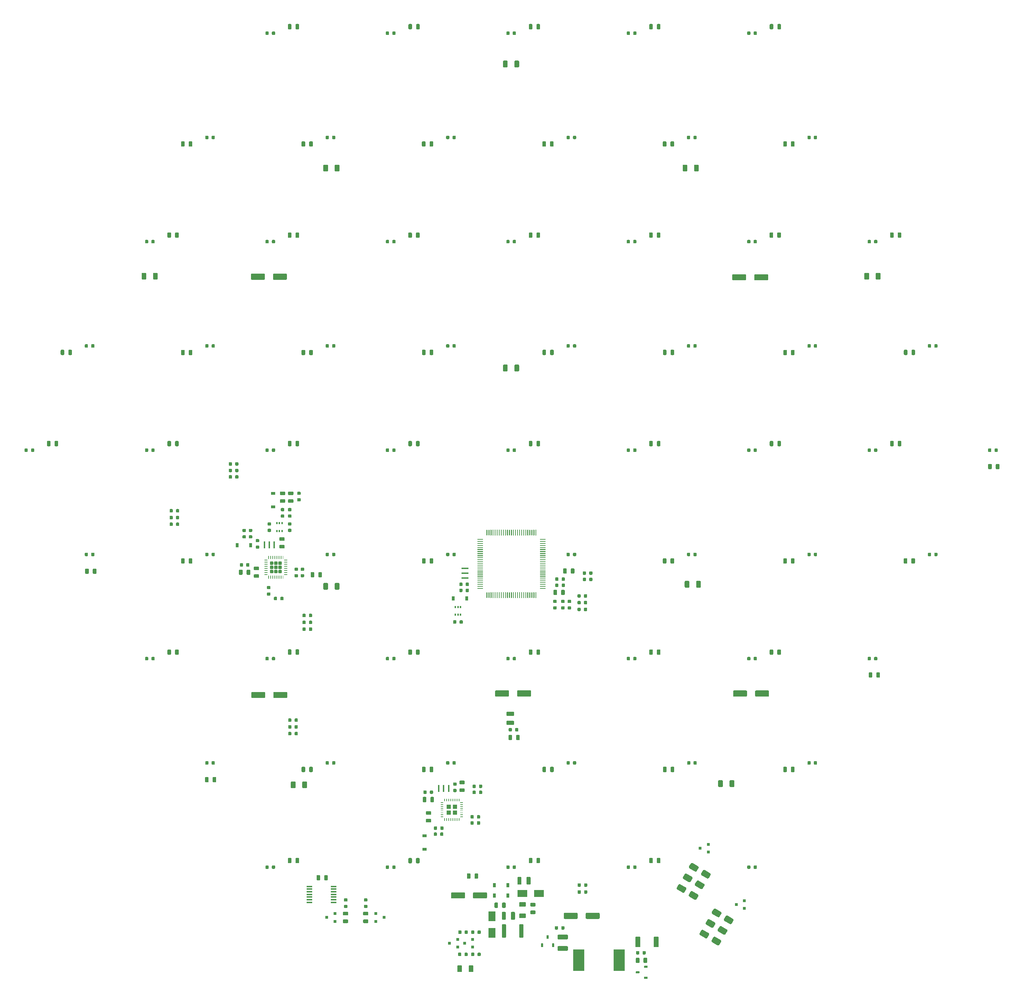
<source format=gbr>
G04 #@! TF.GenerationSoftware,KiCad,Pcbnew,(5.1.5)-3*
G04 #@! TF.CreationDate,2021-02-22T11:39:35-05:00*
G04 #@! TF.ProjectId,rainboard_newfighter,7261696e-626f-4617-9264-5f6e65776669,rev?*
G04 #@! TF.SameCoordinates,Original*
G04 #@! TF.FileFunction,Paste,Bot*
G04 #@! TF.FilePolarity,Positive*
%FSLAX46Y46*%
G04 Gerber Fmt 4.6, Leading zero omitted, Abs format (unit mm)*
G04 Created by KiCad (PCBNEW (5.1.5)-3) date 2021-02-22 11:39:35*
%MOMM*%
%LPD*%
G04 APERTURE LIST*
%ADD10C,0.100000*%
%ADD11R,1.798400X0.298400*%
%ADD12R,0.298400X1.798400*%
%ADD13R,1.060000X1.060000*%
%ADD14R,0.528400X0.528400*%
%ADD15R,1.348400X0.348400*%
%ADD16R,0.298400X0.548400*%
%ADD17R,2.798400X5.298400*%
%ADD18R,0.798400X1.098400*%
%ADD19R,1.098400X0.798400*%
%ADD20R,0.798400X0.698400*%
%ADD21R,2.398400X1.698400*%
%ADD22R,1.698400X2.398400*%
G04 APERTURE END LIST*
D10*
G36*
X42840430Y-111375892D02*
G01*
X42876598Y-111382473D01*
X42911946Y-111392567D01*
X42946135Y-111406077D01*
X42978835Y-111422874D01*
X44233879Y-112147474D01*
X44264775Y-112167395D01*
X44293570Y-112190248D01*
X44319986Y-112215813D01*
X44343769Y-112243845D01*
X44364690Y-112274073D01*
X44382548Y-112306206D01*
X44397169Y-112339934D01*
X44408415Y-112374933D01*
X44416176Y-112410866D01*
X44420377Y-112447387D01*
X44420978Y-112484144D01*
X44417974Y-112520782D01*
X44411393Y-112556950D01*
X44401299Y-112592298D01*
X44387789Y-112626487D01*
X44370992Y-112659187D01*
X43996392Y-113308013D01*
X43976471Y-113338909D01*
X43953618Y-113367704D01*
X43928053Y-113394120D01*
X43900021Y-113417903D01*
X43869793Y-113438824D01*
X43837660Y-113456682D01*
X43803932Y-113471303D01*
X43768933Y-113482549D01*
X43733000Y-113490310D01*
X43696479Y-113494511D01*
X43659722Y-113495112D01*
X43623084Y-113492108D01*
X43586916Y-113485527D01*
X43551568Y-113475433D01*
X43517379Y-113461923D01*
X43484679Y-113445126D01*
X42229635Y-112720526D01*
X42198739Y-112700605D01*
X42169944Y-112677752D01*
X42143528Y-112652187D01*
X42119745Y-112624155D01*
X42098824Y-112593927D01*
X42080966Y-112561794D01*
X42066345Y-112528066D01*
X42055099Y-112493067D01*
X42047338Y-112457134D01*
X42043137Y-112420613D01*
X42042536Y-112383856D01*
X42045540Y-112347218D01*
X42052121Y-112311050D01*
X42062215Y-112275702D01*
X42075725Y-112241513D01*
X42092522Y-112208813D01*
X42467122Y-111559987D01*
X42487043Y-111529091D01*
X42509896Y-111500296D01*
X42535461Y-111473880D01*
X42563493Y-111450097D01*
X42593721Y-111429176D01*
X42625854Y-111411318D01*
X42659582Y-111396697D01*
X42694581Y-111385451D01*
X42730514Y-111377690D01*
X42767035Y-111373489D01*
X42803792Y-111372888D01*
X42840430Y-111375892D01*
G37*
G36*
X45784916Y-113075892D02*
G01*
X45821084Y-113082473D01*
X45856432Y-113092567D01*
X45890621Y-113106077D01*
X45923321Y-113122874D01*
X47178365Y-113847474D01*
X47209261Y-113867395D01*
X47238056Y-113890248D01*
X47264472Y-113915813D01*
X47288255Y-113943845D01*
X47309176Y-113974073D01*
X47327034Y-114006206D01*
X47341655Y-114039934D01*
X47352901Y-114074933D01*
X47360662Y-114110866D01*
X47364863Y-114147387D01*
X47365464Y-114184144D01*
X47362460Y-114220782D01*
X47355879Y-114256950D01*
X47345785Y-114292298D01*
X47332275Y-114326487D01*
X47315478Y-114359187D01*
X46940878Y-115008013D01*
X46920957Y-115038909D01*
X46898104Y-115067704D01*
X46872539Y-115094120D01*
X46844507Y-115117903D01*
X46814279Y-115138824D01*
X46782146Y-115156682D01*
X46748418Y-115171303D01*
X46713419Y-115182549D01*
X46677486Y-115190310D01*
X46640965Y-115194511D01*
X46604208Y-115195112D01*
X46567570Y-115192108D01*
X46531402Y-115185527D01*
X46496054Y-115175433D01*
X46461865Y-115161923D01*
X46429165Y-115145126D01*
X45174121Y-114420526D01*
X45143225Y-114400605D01*
X45114430Y-114377752D01*
X45088014Y-114352187D01*
X45064231Y-114324155D01*
X45043310Y-114293927D01*
X45025452Y-114261794D01*
X45010831Y-114228066D01*
X44999585Y-114193067D01*
X44991824Y-114157134D01*
X44987623Y-114120613D01*
X44987022Y-114083856D01*
X44990026Y-114047218D01*
X44996607Y-114011050D01*
X45006701Y-113975702D01*
X45020211Y-113941513D01*
X45037008Y-113908813D01*
X45411608Y-113259987D01*
X45431529Y-113229091D01*
X45454382Y-113200296D01*
X45479947Y-113173880D01*
X45507979Y-113150097D01*
X45538207Y-113129176D01*
X45570340Y-113111318D01*
X45604068Y-113096697D01*
X45639067Y-113085451D01*
X45675000Y-113077690D01*
X45711521Y-113073489D01*
X45748278Y-113072888D01*
X45784916Y-113075892D01*
G37*
G36*
X44284916Y-115673968D02*
G01*
X44321084Y-115680549D01*
X44356432Y-115690643D01*
X44390621Y-115704153D01*
X44423321Y-115720950D01*
X45678365Y-116445550D01*
X45709261Y-116465471D01*
X45738056Y-116488324D01*
X45764472Y-116513889D01*
X45788255Y-116541921D01*
X45809176Y-116572149D01*
X45827034Y-116604282D01*
X45841655Y-116638010D01*
X45852901Y-116673009D01*
X45860662Y-116708942D01*
X45864863Y-116745463D01*
X45865464Y-116782220D01*
X45862460Y-116818858D01*
X45855879Y-116855026D01*
X45845785Y-116890374D01*
X45832275Y-116924563D01*
X45815478Y-116957263D01*
X45440878Y-117606089D01*
X45420957Y-117636985D01*
X45398104Y-117665780D01*
X45372539Y-117692196D01*
X45344507Y-117715979D01*
X45314279Y-117736900D01*
X45282146Y-117754758D01*
X45248418Y-117769379D01*
X45213419Y-117780625D01*
X45177486Y-117788386D01*
X45140965Y-117792587D01*
X45104208Y-117793188D01*
X45067570Y-117790184D01*
X45031402Y-117783603D01*
X44996054Y-117773509D01*
X44961865Y-117759999D01*
X44929165Y-117743202D01*
X43674121Y-117018602D01*
X43643225Y-116998681D01*
X43614430Y-116975828D01*
X43588014Y-116950263D01*
X43564231Y-116922231D01*
X43543310Y-116892003D01*
X43525452Y-116859870D01*
X43510831Y-116826142D01*
X43499585Y-116791143D01*
X43491824Y-116755210D01*
X43487623Y-116718689D01*
X43487022Y-116681932D01*
X43490026Y-116645294D01*
X43496607Y-116609126D01*
X43506701Y-116573778D01*
X43520211Y-116539589D01*
X43537008Y-116506889D01*
X43911608Y-115858063D01*
X43931529Y-115827167D01*
X43954382Y-115798372D01*
X43979947Y-115771956D01*
X44007979Y-115748173D01*
X44038207Y-115727252D01*
X44070340Y-115709394D01*
X44104068Y-115694773D01*
X44139067Y-115683527D01*
X44175000Y-115675766D01*
X44211521Y-115671565D01*
X44248278Y-115670964D01*
X44284916Y-115673968D01*
G37*
G36*
X47284916Y-110477816D02*
G01*
X47321084Y-110484397D01*
X47356432Y-110494491D01*
X47390621Y-110508001D01*
X47423321Y-110524798D01*
X48678365Y-111249398D01*
X48709261Y-111269319D01*
X48738056Y-111292172D01*
X48764472Y-111317737D01*
X48788255Y-111345769D01*
X48809176Y-111375997D01*
X48827034Y-111408130D01*
X48841655Y-111441858D01*
X48852901Y-111476857D01*
X48860662Y-111512790D01*
X48864863Y-111549311D01*
X48865464Y-111586068D01*
X48862460Y-111622706D01*
X48855879Y-111658874D01*
X48845785Y-111694222D01*
X48832275Y-111728411D01*
X48815478Y-111761111D01*
X48440878Y-112409937D01*
X48420957Y-112440833D01*
X48398104Y-112469628D01*
X48372539Y-112496044D01*
X48344507Y-112519827D01*
X48314279Y-112540748D01*
X48282146Y-112558606D01*
X48248418Y-112573227D01*
X48213419Y-112584473D01*
X48177486Y-112592234D01*
X48140965Y-112596435D01*
X48104208Y-112597036D01*
X48067570Y-112594032D01*
X48031402Y-112587451D01*
X47996054Y-112577357D01*
X47961865Y-112563847D01*
X47929165Y-112547050D01*
X46674121Y-111822450D01*
X46643225Y-111802529D01*
X46614430Y-111779676D01*
X46588014Y-111754111D01*
X46564231Y-111726079D01*
X46543310Y-111695851D01*
X46525452Y-111663718D01*
X46510831Y-111629990D01*
X46499585Y-111594991D01*
X46491824Y-111559058D01*
X46487623Y-111522537D01*
X46487022Y-111485780D01*
X46490026Y-111449142D01*
X46496607Y-111412974D01*
X46506701Y-111377626D01*
X46520211Y-111343437D01*
X46537008Y-111310737D01*
X46911608Y-110661911D01*
X46931529Y-110631015D01*
X46954382Y-110602220D01*
X46979947Y-110575804D01*
X47007979Y-110552021D01*
X47038207Y-110531100D01*
X47070340Y-110513242D01*
X47104068Y-110498621D01*
X47139067Y-110487375D01*
X47175000Y-110479614D01*
X47211521Y-110475413D01*
X47248278Y-110474812D01*
X47284916Y-110477816D01*
G37*
G36*
X41340430Y-113973968D02*
G01*
X41376598Y-113980549D01*
X41411946Y-113990643D01*
X41446135Y-114004153D01*
X41478835Y-114020950D01*
X42733879Y-114745550D01*
X42764775Y-114765471D01*
X42793570Y-114788324D01*
X42819986Y-114813889D01*
X42843769Y-114841921D01*
X42864690Y-114872149D01*
X42882548Y-114904282D01*
X42897169Y-114938010D01*
X42908415Y-114973009D01*
X42916176Y-115008942D01*
X42920377Y-115045463D01*
X42920978Y-115082220D01*
X42917974Y-115118858D01*
X42911393Y-115155026D01*
X42901299Y-115190374D01*
X42887789Y-115224563D01*
X42870992Y-115257263D01*
X42496392Y-115906089D01*
X42476471Y-115936985D01*
X42453618Y-115965780D01*
X42428053Y-115992196D01*
X42400021Y-116015979D01*
X42369793Y-116036900D01*
X42337660Y-116054758D01*
X42303932Y-116069379D01*
X42268933Y-116080625D01*
X42233000Y-116088386D01*
X42196479Y-116092587D01*
X42159722Y-116093188D01*
X42123084Y-116090184D01*
X42086916Y-116083603D01*
X42051568Y-116073509D01*
X42017379Y-116059999D01*
X41984679Y-116043202D01*
X40729635Y-115318602D01*
X40698739Y-115298681D01*
X40669944Y-115275828D01*
X40643528Y-115250263D01*
X40619745Y-115222231D01*
X40598824Y-115192003D01*
X40580966Y-115159870D01*
X40566345Y-115126142D01*
X40555099Y-115091143D01*
X40547338Y-115055210D01*
X40543137Y-115018689D01*
X40542536Y-114981932D01*
X40545540Y-114945294D01*
X40552121Y-114909126D01*
X40562215Y-114873778D01*
X40575725Y-114839589D01*
X40592522Y-114806889D01*
X40967122Y-114158063D01*
X40987043Y-114127167D01*
X41009896Y-114098372D01*
X41035461Y-114071956D01*
X41063493Y-114048173D01*
X41093721Y-114027252D01*
X41125854Y-114009394D01*
X41159582Y-113994773D01*
X41194581Y-113983527D01*
X41230514Y-113975766D01*
X41267035Y-113971565D01*
X41303792Y-113970964D01*
X41340430Y-113973968D01*
G37*
G36*
X44340430Y-108777816D02*
G01*
X44376598Y-108784397D01*
X44411946Y-108794491D01*
X44446135Y-108808001D01*
X44478835Y-108824798D01*
X45733879Y-109549398D01*
X45764775Y-109569319D01*
X45793570Y-109592172D01*
X45819986Y-109617737D01*
X45843769Y-109645769D01*
X45864690Y-109675997D01*
X45882548Y-109708130D01*
X45897169Y-109741858D01*
X45908415Y-109776857D01*
X45916176Y-109812790D01*
X45920377Y-109849311D01*
X45920978Y-109886068D01*
X45917974Y-109922706D01*
X45911393Y-109958874D01*
X45901299Y-109994222D01*
X45887789Y-110028411D01*
X45870992Y-110061111D01*
X45496392Y-110709937D01*
X45476471Y-110740833D01*
X45453618Y-110769628D01*
X45428053Y-110796044D01*
X45400021Y-110819827D01*
X45369793Y-110840748D01*
X45337660Y-110858606D01*
X45303932Y-110873227D01*
X45268933Y-110884473D01*
X45233000Y-110892234D01*
X45196479Y-110896435D01*
X45159722Y-110897036D01*
X45123084Y-110894032D01*
X45086916Y-110887451D01*
X45051568Y-110877357D01*
X45017379Y-110863847D01*
X44984679Y-110847050D01*
X43729635Y-110122450D01*
X43698739Y-110102529D01*
X43669944Y-110079676D01*
X43643528Y-110054111D01*
X43619745Y-110026079D01*
X43598824Y-109995851D01*
X43580966Y-109963718D01*
X43566345Y-109929990D01*
X43555099Y-109894991D01*
X43547338Y-109859058D01*
X43543137Y-109822537D01*
X43542536Y-109785780D01*
X43545540Y-109749142D01*
X43552121Y-109712974D01*
X43562215Y-109677626D01*
X43575725Y-109643437D01*
X43592522Y-109610737D01*
X43967122Y-108961911D01*
X43987043Y-108931015D01*
X44009896Y-108902220D01*
X44035461Y-108875804D01*
X44063493Y-108852021D01*
X44093721Y-108831100D01*
X44125854Y-108813242D01*
X44159582Y-108798621D01*
X44194581Y-108787375D01*
X44230514Y-108779614D01*
X44267035Y-108775413D01*
X44303792Y-108774812D01*
X44340430Y-108777816D01*
G37*
G36*
X48428430Y-122551892D02*
G01*
X48464598Y-122558473D01*
X48499946Y-122568567D01*
X48534135Y-122582077D01*
X48566835Y-122598874D01*
X49821879Y-123323474D01*
X49852775Y-123343395D01*
X49881570Y-123366248D01*
X49907986Y-123391813D01*
X49931769Y-123419845D01*
X49952690Y-123450073D01*
X49970548Y-123482206D01*
X49985169Y-123515934D01*
X49996415Y-123550933D01*
X50004176Y-123586866D01*
X50008377Y-123623387D01*
X50008978Y-123660144D01*
X50005974Y-123696782D01*
X49999393Y-123732950D01*
X49989299Y-123768298D01*
X49975789Y-123802487D01*
X49958992Y-123835187D01*
X49584392Y-124484013D01*
X49564471Y-124514909D01*
X49541618Y-124543704D01*
X49516053Y-124570120D01*
X49488021Y-124593903D01*
X49457793Y-124614824D01*
X49425660Y-124632682D01*
X49391932Y-124647303D01*
X49356933Y-124658549D01*
X49321000Y-124666310D01*
X49284479Y-124670511D01*
X49247722Y-124671112D01*
X49211084Y-124668108D01*
X49174916Y-124661527D01*
X49139568Y-124651433D01*
X49105379Y-124637923D01*
X49072679Y-124621126D01*
X47817635Y-123896526D01*
X47786739Y-123876605D01*
X47757944Y-123853752D01*
X47731528Y-123828187D01*
X47707745Y-123800155D01*
X47686824Y-123769927D01*
X47668966Y-123737794D01*
X47654345Y-123704066D01*
X47643099Y-123669067D01*
X47635338Y-123633134D01*
X47631137Y-123596613D01*
X47630536Y-123559856D01*
X47633540Y-123523218D01*
X47640121Y-123487050D01*
X47650215Y-123451702D01*
X47663725Y-123417513D01*
X47680522Y-123384813D01*
X48055122Y-122735987D01*
X48075043Y-122705091D01*
X48097896Y-122676296D01*
X48123461Y-122649880D01*
X48151493Y-122626097D01*
X48181721Y-122605176D01*
X48213854Y-122587318D01*
X48247582Y-122572697D01*
X48282581Y-122561451D01*
X48318514Y-122553690D01*
X48355035Y-122549489D01*
X48391792Y-122548888D01*
X48428430Y-122551892D01*
G37*
G36*
X51372916Y-124251892D02*
G01*
X51409084Y-124258473D01*
X51444432Y-124268567D01*
X51478621Y-124282077D01*
X51511321Y-124298874D01*
X52766365Y-125023474D01*
X52797261Y-125043395D01*
X52826056Y-125066248D01*
X52852472Y-125091813D01*
X52876255Y-125119845D01*
X52897176Y-125150073D01*
X52915034Y-125182206D01*
X52929655Y-125215934D01*
X52940901Y-125250933D01*
X52948662Y-125286866D01*
X52952863Y-125323387D01*
X52953464Y-125360144D01*
X52950460Y-125396782D01*
X52943879Y-125432950D01*
X52933785Y-125468298D01*
X52920275Y-125502487D01*
X52903478Y-125535187D01*
X52528878Y-126184013D01*
X52508957Y-126214909D01*
X52486104Y-126243704D01*
X52460539Y-126270120D01*
X52432507Y-126293903D01*
X52402279Y-126314824D01*
X52370146Y-126332682D01*
X52336418Y-126347303D01*
X52301419Y-126358549D01*
X52265486Y-126366310D01*
X52228965Y-126370511D01*
X52192208Y-126371112D01*
X52155570Y-126368108D01*
X52119402Y-126361527D01*
X52084054Y-126351433D01*
X52049865Y-126337923D01*
X52017165Y-126321126D01*
X50762121Y-125596526D01*
X50731225Y-125576605D01*
X50702430Y-125553752D01*
X50676014Y-125528187D01*
X50652231Y-125500155D01*
X50631310Y-125469927D01*
X50613452Y-125437794D01*
X50598831Y-125404066D01*
X50587585Y-125369067D01*
X50579824Y-125333134D01*
X50575623Y-125296613D01*
X50575022Y-125259856D01*
X50578026Y-125223218D01*
X50584607Y-125187050D01*
X50594701Y-125151702D01*
X50608211Y-125117513D01*
X50625008Y-125084813D01*
X50999608Y-124435987D01*
X51019529Y-124405091D01*
X51042382Y-124376296D01*
X51067947Y-124349880D01*
X51095979Y-124326097D01*
X51126207Y-124305176D01*
X51158340Y-124287318D01*
X51192068Y-124272697D01*
X51227067Y-124261451D01*
X51263000Y-124253690D01*
X51299521Y-124249489D01*
X51336278Y-124248888D01*
X51372916Y-124251892D01*
G37*
G36*
X49872916Y-126849968D02*
G01*
X49909084Y-126856549D01*
X49944432Y-126866643D01*
X49978621Y-126880153D01*
X50011321Y-126896950D01*
X51266365Y-127621550D01*
X51297261Y-127641471D01*
X51326056Y-127664324D01*
X51352472Y-127689889D01*
X51376255Y-127717921D01*
X51397176Y-127748149D01*
X51415034Y-127780282D01*
X51429655Y-127814010D01*
X51440901Y-127849009D01*
X51448662Y-127884942D01*
X51452863Y-127921463D01*
X51453464Y-127958220D01*
X51450460Y-127994858D01*
X51443879Y-128031026D01*
X51433785Y-128066374D01*
X51420275Y-128100563D01*
X51403478Y-128133263D01*
X51028878Y-128782089D01*
X51008957Y-128812985D01*
X50986104Y-128841780D01*
X50960539Y-128868196D01*
X50932507Y-128891979D01*
X50902279Y-128912900D01*
X50870146Y-128930758D01*
X50836418Y-128945379D01*
X50801419Y-128956625D01*
X50765486Y-128964386D01*
X50728965Y-128968587D01*
X50692208Y-128969188D01*
X50655570Y-128966184D01*
X50619402Y-128959603D01*
X50584054Y-128949509D01*
X50549865Y-128935999D01*
X50517165Y-128919202D01*
X49262121Y-128194602D01*
X49231225Y-128174681D01*
X49202430Y-128151828D01*
X49176014Y-128126263D01*
X49152231Y-128098231D01*
X49131310Y-128068003D01*
X49113452Y-128035870D01*
X49098831Y-128002142D01*
X49087585Y-127967143D01*
X49079824Y-127931210D01*
X49075623Y-127894689D01*
X49075022Y-127857932D01*
X49078026Y-127821294D01*
X49084607Y-127785126D01*
X49094701Y-127749778D01*
X49108211Y-127715589D01*
X49125008Y-127682889D01*
X49499608Y-127034063D01*
X49519529Y-127003167D01*
X49542382Y-126974372D01*
X49567947Y-126947956D01*
X49595979Y-126924173D01*
X49626207Y-126903252D01*
X49658340Y-126885394D01*
X49692068Y-126870773D01*
X49727067Y-126859527D01*
X49763000Y-126851766D01*
X49799521Y-126847565D01*
X49836278Y-126846964D01*
X49872916Y-126849968D01*
G37*
G36*
X52872916Y-121653816D02*
G01*
X52909084Y-121660397D01*
X52944432Y-121670491D01*
X52978621Y-121684001D01*
X53011321Y-121700798D01*
X54266365Y-122425398D01*
X54297261Y-122445319D01*
X54326056Y-122468172D01*
X54352472Y-122493737D01*
X54376255Y-122521769D01*
X54397176Y-122551997D01*
X54415034Y-122584130D01*
X54429655Y-122617858D01*
X54440901Y-122652857D01*
X54448662Y-122688790D01*
X54452863Y-122725311D01*
X54453464Y-122762068D01*
X54450460Y-122798706D01*
X54443879Y-122834874D01*
X54433785Y-122870222D01*
X54420275Y-122904411D01*
X54403478Y-122937111D01*
X54028878Y-123585937D01*
X54008957Y-123616833D01*
X53986104Y-123645628D01*
X53960539Y-123672044D01*
X53932507Y-123695827D01*
X53902279Y-123716748D01*
X53870146Y-123734606D01*
X53836418Y-123749227D01*
X53801419Y-123760473D01*
X53765486Y-123768234D01*
X53728965Y-123772435D01*
X53692208Y-123773036D01*
X53655570Y-123770032D01*
X53619402Y-123763451D01*
X53584054Y-123753357D01*
X53549865Y-123739847D01*
X53517165Y-123723050D01*
X52262121Y-122998450D01*
X52231225Y-122978529D01*
X52202430Y-122955676D01*
X52176014Y-122930111D01*
X52152231Y-122902079D01*
X52131310Y-122871851D01*
X52113452Y-122839718D01*
X52098831Y-122805990D01*
X52087585Y-122770991D01*
X52079824Y-122735058D01*
X52075623Y-122698537D01*
X52075022Y-122661780D01*
X52078026Y-122625142D01*
X52084607Y-122588974D01*
X52094701Y-122553626D01*
X52108211Y-122519437D01*
X52125008Y-122486737D01*
X52499608Y-121837911D01*
X52519529Y-121807015D01*
X52542382Y-121778220D01*
X52567947Y-121751804D01*
X52595979Y-121728021D01*
X52626207Y-121707100D01*
X52658340Y-121689242D01*
X52692068Y-121674621D01*
X52727067Y-121663375D01*
X52763000Y-121655614D01*
X52799521Y-121651413D01*
X52836278Y-121650812D01*
X52872916Y-121653816D01*
G37*
G36*
X46928430Y-125149968D02*
G01*
X46964598Y-125156549D01*
X46999946Y-125166643D01*
X47034135Y-125180153D01*
X47066835Y-125196950D01*
X48321879Y-125921550D01*
X48352775Y-125941471D01*
X48381570Y-125964324D01*
X48407986Y-125989889D01*
X48431769Y-126017921D01*
X48452690Y-126048149D01*
X48470548Y-126080282D01*
X48485169Y-126114010D01*
X48496415Y-126149009D01*
X48504176Y-126184942D01*
X48508377Y-126221463D01*
X48508978Y-126258220D01*
X48505974Y-126294858D01*
X48499393Y-126331026D01*
X48489299Y-126366374D01*
X48475789Y-126400563D01*
X48458992Y-126433263D01*
X48084392Y-127082089D01*
X48064471Y-127112985D01*
X48041618Y-127141780D01*
X48016053Y-127168196D01*
X47988021Y-127191979D01*
X47957793Y-127212900D01*
X47925660Y-127230758D01*
X47891932Y-127245379D01*
X47856933Y-127256625D01*
X47821000Y-127264386D01*
X47784479Y-127268587D01*
X47747722Y-127269188D01*
X47711084Y-127266184D01*
X47674916Y-127259603D01*
X47639568Y-127249509D01*
X47605379Y-127235999D01*
X47572679Y-127219202D01*
X46317635Y-126494602D01*
X46286739Y-126474681D01*
X46257944Y-126451828D01*
X46231528Y-126426263D01*
X46207745Y-126398231D01*
X46186824Y-126368003D01*
X46168966Y-126335870D01*
X46154345Y-126302142D01*
X46143099Y-126267143D01*
X46135338Y-126231210D01*
X46131137Y-126194689D01*
X46130536Y-126157932D01*
X46133540Y-126121294D01*
X46140121Y-126085126D01*
X46150215Y-126049778D01*
X46163725Y-126015589D01*
X46180522Y-125982889D01*
X46555122Y-125334063D01*
X46575043Y-125303167D01*
X46597896Y-125274372D01*
X46623461Y-125247956D01*
X46651493Y-125224173D01*
X46681721Y-125203252D01*
X46713854Y-125185394D01*
X46747582Y-125170773D01*
X46782581Y-125159527D01*
X46818514Y-125151766D01*
X46855035Y-125147565D01*
X46891792Y-125146964D01*
X46928430Y-125149968D01*
G37*
G36*
X49928430Y-119953816D02*
G01*
X49964598Y-119960397D01*
X49999946Y-119970491D01*
X50034135Y-119984001D01*
X50066835Y-120000798D01*
X51321879Y-120725398D01*
X51352775Y-120745319D01*
X51381570Y-120768172D01*
X51407986Y-120793737D01*
X51431769Y-120821769D01*
X51452690Y-120851997D01*
X51470548Y-120884130D01*
X51485169Y-120917858D01*
X51496415Y-120952857D01*
X51504176Y-120988790D01*
X51508377Y-121025311D01*
X51508978Y-121062068D01*
X51505974Y-121098706D01*
X51499393Y-121134874D01*
X51489299Y-121170222D01*
X51475789Y-121204411D01*
X51458992Y-121237111D01*
X51084392Y-121885937D01*
X51064471Y-121916833D01*
X51041618Y-121945628D01*
X51016053Y-121972044D01*
X50988021Y-121995827D01*
X50957793Y-122016748D01*
X50925660Y-122034606D01*
X50891932Y-122049227D01*
X50856933Y-122060473D01*
X50821000Y-122068234D01*
X50784479Y-122072435D01*
X50747722Y-122073036D01*
X50711084Y-122070032D01*
X50674916Y-122063451D01*
X50639568Y-122053357D01*
X50605379Y-122039847D01*
X50572679Y-122023050D01*
X49317635Y-121298450D01*
X49286739Y-121278529D01*
X49257944Y-121255676D01*
X49231528Y-121230111D01*
X49207745Y-121202079D01*
X49186824Y-121171851D01*
X49168966Y-121139718D01*
X49154345Y-121105990D01*
X49143099Y-121070991D01*
X49135338Y-121035058D01*
X49131137Y-120998537D01*
X49130536Y-120961780D01*
X49133540Y-120925142D01*
X49140121Y-120888974D01*
X49150215Y-120853626D01*
X49163725Y-120819437D01*
X49180522Y-120786737D01*
X49555122Y-120137911D01*
X49575043Y-120107015D01*
X49597896Y-120078220D01*
X49623461Y-120051804D01*
X49651493Y-120028021D01*
X49681721Y-120007100D01*
X49713854Y-119989242D01*
X49747582Y-119974621D01*
X49782581Y-119963375D01*
X49818514Y-119955614D01*
X49855035Y-119951413D01*
X49891792Y-119950812D01*
X49928430Y-119953816D01*
G37*
G36*
X9062016Y-126475944D02*
G01*
X9075004Y-126477871D01*
X9087741Y-126481061D01*
X9100104Y-126485485D01*
X9111973Y-126491099D01*
X9123236Y-126497849D01*
X9133782Y-126505671D01*
X9143511Y-126514489D01*
X9152329Y-126524218D01*
X9160151Y-126534764D01*
X9166901Y-126546027D01*
X9172515Y-126557896D01*
X9176939Y-126570259D01*
X9180129Y-126582996D01*
X9182056Y-126595984D01*
X9182700Y-126609099D01*
X9182700Y-127249901D01*
X9182056Y-127263016D01*
X9180129Y-127276004D01*
X9176939Y-127288741D01*
X9172515Y-127301104D01*
X9166901Y-127312973D01*
X9160151Y-127324236D01*
X9152329Y-127334782D01*
X9143511Y-127344511D01*
X9133782Y-127353329D01*
X9123236Y-127361151D01*
X9111973Y-127367901D01*
X9100104Y-127373515D01*
X9087741Y-127377939D01*
X9075004Y-127381129D01*
X9062016Y-127383056D01*
X9048901Y-127383700D01*
X8798099Y-127383700D01*
X8784984Y-127383056D01*
X8771996Y-127381129D01*
X8759259Y-127377939D01*
X8746896Y-127373515D01*
X8735027Y-127367901D01*
X8723764Y-127361151D01*
X8713218Y-127353329D01*
X8703489Y-127344511D01*
X8694671Y-127334782D01*
X8686849Y-127324236D01*
X8680099Y-127312973D01*
X8674485Y-127301104D01*
X8670061Y-127288741D01*
X8666871Y-127276004D01*
X8664944Y-127263016D01*
X8664300Y-127249901D01*
X8664300Y-126609099D01*
X8664944Y-126595984D01*
X8666871Y-126582996D01*
X8670061Y-126570259D01*
X8674485Y-126557896D01*
X8680099Y-126546027D01*
X8686849Y-126534764D01*
X8694671Y-126524218D01*
X8703489Y-126514489D01*
X8713218Y-126505671D01*
X8723764Y-126497849D01*
X8735027Y-126491099D01*
X8746896Y-126485485D01*
X8759259Y-126481061D01*
X8771996Y-126477871D01*
X8784984Y-126475944D01*
X8798099Y-126475300D01*
X9048901Y-126475300D01*
X9062016Y-126475944D01*
G37*
G36*
X7712016Y-128485944D02*
G01*
X7725004Y-128487871D01*
X7737741Y-128491061D01*
X7750104Y-128495485D01*
X7761973Y-128501099D01*
X7773236Y-128507849D01*
X7783782Y-128515671D01*
X7793511Y-128524489D01*
X7802329Y-128534218D01*
X7810151Y-128544764D01*
X7816901Y-128556027D01*
X7822515Y-128567896D01*
X7826939Y-128580259D01*
X7830129Y-128592996D01*
X7832056Y-128605984D01*
X7832700Y-128619099D01*
X7832700Y-129259901D01*
X7832056Y-129273016D01*
X7830129Y-129286004D01*
X7826939Y-129298741D01*
X7822515Y-129311104D01*
X7816901Y-129322973D01*
X7810151Y-129334236D01*
X7802329Y-129344782D01*
X7793511Y-129354511D01*
X7783782Y-129363329D01*
X7773236Y-129371151D01*
X7761973Y-129377901D01*
X7750104Y-129383515D01*
X7737741Y-129387939D01*
X7725004Y-129391129D01*
X7712016Y-129393056D01*
X7698901Y-129393700D01*
X7448099Y-129393700D01*
X7434984Y-129393056D01*
X7421996Y-129391129D01*
X7409259Y-129387939D01*
X7396896Y-129383515D01*
X7385027Y-129377901D01*
X7373764Y-129371151D01*
X7363218Y-129363329D01*
X7353489Y-129354511D01*
X7344671Y-129344782D01*
X7336849Y-129334236D01*
X7330099Y-129322973D01*
X7324485Y-129311104D01*
X7320061Y-129298741D01*
X7316871Y-129286004D01*
X7314944Y-129273016D01*
X7314300Y-129259901D01*
X7314300Y-128619099D01*
X7314944Y-128605984D01*
X7316871Y-128592996D01*
X7320061Y-128580259D01*
X7324485Y-128567896D01*
X7330099Y-128556027D01*
X7336849Y-128544764D01*
X7344671Y-128534218D01*
X7353489Y-128524489D01*
X7363218Y-128515671D01*
X7373764Y-128507849D01*
X7385027Y-128501099D01*
X7396896Y-128495485D01*
X7409259Y-128491061D01*
X7421996Y-128487871D01*
X7434984Y-128485944D01*
X7448099Y-128485300D01*
X7698901Y-128485300D01*
X7712016Y-128485944D01*
G37*
G36*
X10412016Y-128485944D02*
G01*
X10425004Y-128487871D01*
X10437741Y-128491061D01*
X10450104Y-128495485D01*
X10461973Y-128501099D01*
X10473236Y-128507849D01*
X10483782Y-128515671D01*
X10493511Y-128524489D01*
X10502329Y-128534218D01*
X10510151Y-128544764D01*
X10516901Y-128556027D01*
X10522515Y-128567896D01*
X10526939Y-128580259D01*
X10530129Y-128592996D01*
X10532056Y-128605984D01*
X10532700Y-128619099D01*
X10532700Y-129259901D01*
X10532056Y-129273016D01*
X10530129Y-129286004D01*
X10526939Y-129298741D01*
X10522515Y-129311104D01*
X10516901Y-129322973D01*
X10510151Y-129334236D01*
X10502329Y-129344782D01*
X10493511Y-129354511D01*
X10483782Y-129363329D01*
X10473236Y-129371151D01*
X10461973Y-129377901D01*
X10450104Y-129383515D01*
X10437741Y-129387939D01*
X10425004Y-129391129D01*
X10412016Y-129393056D01*
X10398901Y-129393700D01*
X10148099Y-129393700D01*
X10134984Y-129393056D01*
X10121996Y-129391129D01*
X10109259Y-129387939D01*
X10096896Y-129383515D01*
X10085027Y-129377901D01*
X10073764Y-129371151D01*
X10063218Y-129363329D01*
X10053489Y-129354511D01*
X10044671Y-129344782D01*
X10036849Y-129334236D01*
X10030099Y-129322973D01*
X10024485Y-129311104D01*
X10020061Y-129298741D01*
X10016871Y-129286004D01*
X10014944Y-129273016D01*
X10014300Y-129259901D01*
X10014300Y-128619099D01*
X10014944Y-128605984D01*
X10016871Y-128592996D01*
X10020061Y-128580259D01*
X10024485Y-128567896D01*
X10030099Y-128556027D01*
X10036849Y-128544764D01*
X10044671Y-128534218D01*
X10053489Y-128524489D01*
X10063218Y-128515671D01*
X10073764Y-128507849D01*
X10085027Y-128501099D01*
X10096896Y-128495485D01*
X10109259Y-128491061D01*
X10121996Y-128487871D01*
X10134984Y-128485944D01*
X10148099Y-128485300D01*
X10398901Y-128485300D01*
X10412016Y-128485944D01*
G37*
G36*
X62723023Y35493073D02*
G01*
X62745751Y35489701D01*
X62768038Y35484119D01*
X62789671Y35476378D01*
X62810441Y35466555D01*
X62830148Y35454743D01*
X62848602Y35441056D01*
X62865626Y35425626D01*
X62881056Y35408602D01*
X62894743Y35390148D01*
X62906555Y35370441D01*
X62916378Y35349671D01*
X62924119Y35328038D01*
X62929701Y35305751D01*
X62933073Y35283023D01*
X62934200Y35260075D01*
X62934200Y34229925D01*
X62933073Y34206977D01*
X62929701Y34184249D01*
X62924119Y34161962D01*
X62916378Y34140329D01*
X62906555Y34119559D01*
X62894743Y34099852D01*
X62881056Y34081398D01*
X62865626Y34064374D01*
X62848602Y34048944D01*
X62830148Y34035257D01*
X62810441Y34023445D01*
X62789671Y34013622D01*
X62768038Y34005881D01*
X62745751Y34000299D01*
X62723023Y33996927D01*
X62700075Y33995800D01*
X59769925Y33995800D01*
X59746977Y33996927D01*
X59724249Y34000299D01*
X59701962Y34005881D01*
X59680329Y34013622D01*
X59659559Y34023445D01*
X59639852Y34035257D01*
X59621398Y34048944D01*
X59604374Y34064374D01*
X59588944Y34081398D01*
X59575257Y34099852D01*
X59563445Y34119559D01*
X59553622Y34140329D01*
X59545881Y34161962D01*
X59540299Y34184249D01*
X59536927Y34206977D01*
X59535800Y34229925D01*
X59535800Y35260075D01*
X59536927Y35283023D01*
X59540299Y35305751D01*
X59545881Y35328038D01*
X59553622Y35349671D01*
X59563445Y35370441D01*
X59575257Y35390148D01*
X59588944Y35408602D01*
X59604374Y35425626D01*
X59621398Y35441056D01*
X59639852Y35454743D01*
X59659559Y35466555D01*
X59680329Y35476378D01*
X59701962Y35484119D01*
X59724249Y35489701D01*
X59746977Y35493073D01*
X59769925Y35494200D01*
X62700075Y35494200D01*
X62723023Y35493073D01*
G37*
G36*
X57323023Y35493073D02*
G01*
X57345751Y35489701D01*
X57368038Y35484119D01*
X57389671Y35476378D01*
X57410441Y35466555D01*
X57430148Y35454743D01*
X57448602Y35441056D01*
X57465626Y35425626D01*
X57481056Y35408602D01*
X57494743Y35390148D01*
X57506555Y35370441D01*
X57516378Y35349671D01*
X57524119Y35328038D01*
X57529701Y35305751D01*
X57533073Y35283023D01*
X57534200Y35260075D01*
X57534200Y34229925D01*
X57533073Y34206977D01*
X57529701Y34184249D01*
X57524119Y34161962D01*
X57516378Y34140329D01*
X57506555Y34119559D01*
X57494743Y34099852D01*
X57481056Y34081398D01*
X57465626Y34064374D01*
X57448602Y34048944D01*
X57430148Y34035257D01*
X57410441Y34023445D01*
X57389671Y34013622D01*
X57368038Y34005881D01*
X57345751Y34000299D01*
X57323023Y33996927D01*
X57300075Y33995800D01*
X54369925Y33995800D01*
X54346977Y33996927D01*
X54324249Y34000299D01*
X54301962Y34005881D01*
X54280329Y34013622D01*
X54259559Y34023445D01*
X54239852Y34035257D01*
X54221398Y34048944D01*
X54204374Y34064374D01*
X54188944Y34081398D01*
X54175257Y34099852D01*
X54163445Y34119559D01*
X54153622Y34140329D01*
X54145881Y34161962D01*
X54140299Y34184249D01*
X54136927Y34206977D01*
X54135800Y34229925D01*
X54135800Y35260075D01*
X54136927Y35283023D01*
X54140299Y35305751D01*
X54145881Y35328038D01*
X54153622Y35349671D01*
X54163445Y35370441D01*
X54175257Y35390148D01*
X54188944Y35408602D01*
X54204374Y35425626D01*
X54221398Y35441056D01*
X54239852Y35454743D01*
X54259559Y35466555D01*
X54280329Y35476378D01*
X54301962Y35484119D01*
X54324249Y35489701D01*
X54346977Y35493073D01*
X54369925Y35494200D01*
X57300075Y35494200D01*
X57323023Y35493073D01*
G37*
G36*
X-55056977Y-66861927D02*
G01*
X-55034249Y-66865299D01*
X-55011962Y-66870881D01*
X-54990329Y-66878622D01*
X-54969559Y-66888445D01*
X-54949852Y-66900257D01*
X-54931398Y-66913944D01*
X-54914374Y-66929374D01*
X-54898944Y-66946398D01*
X-54885257Y-66964852D01*
X-54873445Y-66984559D01*
X-54863622Y-67005329D01*
X-54855881Y-67026962D01*
X-54850299Y-67049249D01*
X-54846927Y-67071977D01*
X-54845800Y-67094925D01*
X-54845800Y-68125075D01*
X-54846927Y-68148023D01*
X-54850299Y-68170751D01*
X-54855881Y-68193038D01*
X-54863622Y-68214671D01*
X-54873445Y-68235441D01*
X-54885257Y-68255148D01*
X-54898944Y-68273602D01*
X-54914374Y-68290626D01*
X-54931398Y-68306056D01*
X-54949852Y-68319743D01*
X-54969559Y-68331555D01*
X-54990329Y-68341378D01*
X-55011962Y-68349119D01*
X-55034249Y-68354701D01*
X-55056977Y-68358073D01*
X-55079925Y-68359200D01*
X-58010075Y-68359200D01*
X-58033023Y-68358073D01*
X-58055751Y-68354701D01*
X-58078038Y-68349119D01*
X-58099671Y-68341378D01*
X-58120441Y-68331555D01*
X-58140148Y-68319743D01*
X-58158602Y-68306056D01*
X-58175626Y-68290626D01*
X-58191056Y-68273602D01*
X-58204743Y-68255148D01*
X-58216555Y-68235441D01*
X-58226378Y-68214671D01*
X-58234119Y-68193038D01*
X-58239701Y-68170751D01*
X-58243073Y-68148023D01*
X-58244200Y-68125075D01*
X-58244200Y-67094925D01*
X-58243073Y-67071977D01*
X-58239701Y-67049249D01*
X-58234119Y-67026962D01*
X-58226378Y-67005329D01*
X-58216555Y-66984559D01*
X-58204743Y-66964852D01*
X-58191056Y-66946398D01*
X-58175626Y-66929374D01*
X-58158602Y-66913944D01*
X-58140148Y-66900257D01*
X-58120441Y-66888445D01*
X-58099671Y-66878622D01*
X-58078038Y-66870881D01*
X-58055751Y-66865299D01*
X-58033023Y-66861927D01*
X-58010075Y-66860800D01*
X-55079925Y-66860800D01*
X-55056977Y-66861927D01*
G37*
G36*
X-60456977Y-66861927D02*
G01*
X-60434249Y-66865299D01*
X-60411962Y-66870881D01*
X-60390329Y-66878622D01*
X-60369559Y-66888445D01*
X-60349852Y-66900257D01*
X-60331398Y-66913944D01*
X-60314374Y-66929374D01*
X-60298944Y-66946398D01*
X-60285257Y-66964852D01*
X-60273445Y-66984559D01*
X-60263622Y-67005329D01*
X-60255881Y-67026962D01*
X-60250299Y-67049249D01*
X-60246927Y-67071977D01*
X-60245800Y-67094925D01*
X-60245800Y-68125075D01*
X-60246927Y-68148023D01*
X-60250299Y-68170751D01*
X-60255881Y-68193038D01*
X-60263622Y-68214671D01*
X-60273445Y-68235441D01*
X-60285257Y-68255148D01*
X-60298944Y-68273602D01*
X-60314374Y-68290626D01*
X-60331398Y-68306056D01*
X-60349852Y-68319743D01*
X-60369559Y-68331555D01*
X-60390329Y-68341378D01*
X-60411962Y-68349119D01*
X-60434249Y-68354701D01*
X-60456977Y-68358073D01*
X-60479925Y-68359200D01*
X-63410075Y-68359200D01*
X-63433023Y-68358073D01*
X-63455751Y-68354701D01*
X-63478038Y-68349119D01*
X-63499671Y-68341378D01*
X-63520441Y-68331555D01*
X-63540148Y-68319743D01*
X-63558602Y-68306056D01*
X-63575626Y-68290626D01*
X-63591056Y-68273602D01*
X-63604743Y-68255148D01*
X-63616555Y-68235441D01*
X-63626378Y-68214671D01*
X-63634119Y-68193038D01*
X-63639701Y-68170751D01*
X-63643073Y-68148023D01*
X-63644200Y-68125075D01*
X-63644200Y-67094925D01*
X-63643073Y-67071977D01*
X-63639701Y-67049249D01*
X-63634119Y-67026962D01*
X-63626378Y-67005329D01*
X-63616555Y-66984559D01*
X-63604743Y-66964852D01*
X-63591056Y-66946398D01*
X-63575626Y-66929374D01*
X-63558602Y-66913944D01*
X-63540148Y-66900257D01*
X-63520441Y-66888445D01*
X-63499671Y-66878622D01*
X-63478038Y-66870881D01*
X-63455751Y-66865299D01*
X-63433023Y-66861927D01*
X-63410075Y-66860800D01*
X-60479925Y-66860800D01*
X-60456977Y-66861927D01*
G37*
G36*
X62943023Y-66511927D02*
G01*
X62965751Y-66515299D01*
X62988038Y-66520881D01*
X63009671Y-66528622D01*
X63030441Y-66538445D01*
X63050148Y-66550257D01*
X63068602Y-66563944D01*
X63085626Y-66579374D01*
X63101056Y-66596398D01*
X63114743Y-66614852D01*
X63126555Y-66634559D01*
X63136378Y-66655329D01*
X63144119Y-66676962D01*
X63149701Y-66699249D01*
X63153073Y-66721977D01*
X63154200Y-66744925D01*
X63154200Y-67775075D01*
X63153073Y-67798023D01*
X63149701Y-67820751D01*
X63144119Y-67843038D01*
X63136378Y-67864671D01*
X63126555Y-67885441D01*
X63114743Y-67905148D01*
X63101056Y-67923602D01*
X63085626Y-67940626D01*
X63068602Y-67956056D01*
X63050148Y-67969743D01*
X63030441Y-67981555D01*
X63009671Y-67991378D01*
X62988038Y-67999119D01*
X62965751Y-68004701D01*
X62943023Y-68008073D01*
X62920075Y-68009200D01*
X59989925Y-68009200D01*
X59966977Y-68008073D01*
X59944249Y-68004701D01*
X59921962Y-67999119D01*
X59900329Y-67991378D01*
X59879559Y-67981555D01*
X59859852Y-67969743D01*
X59841398Y-67956056D01*
X59824374Y-67940626D01*
X59808944Y-67923602D01*
X59795257Y-67905148D01*
X59783445Y-67885441D01*
X59773622Y-67864671D01*
X59765881Y-67843038D01*
X59760299Y-67820751D01*
X59756927Y-67798023D01*
X59755800Y-67775075D01*
X59755800Y-66744925D01*
X59756927Y-66721977D01*
X59760299Y-66699249D01*
X59765881Y-66676962D01*
X59773622Y-66655329D01*
X59783445Y-66634559D01*
X59795257Y-66614852D01*
X59808944Y-66596398D01*
X59824374Y-66579374D01*
X59841398Y-66563944D01*
X59859852Y-66550257D01*
X59879559Y-66538445D01*
X59900329Y-66528622D01*
X59921962Y-66520881D01*
X59944249Y-66515299D01*
X59966977Y-66511927D01*
X59989925Y-66510800D01*
X62920075Y-66510800D01*
X62943023Y-66511927D01*
G37*
G36*
X57543023Y-66511927D02*
G01*
X57565751Y-66515299D01*
X57588038Y-66520881D01*
X57609671Y-66528622D01*
X57630441Y-66538445D01*
X57650148Y-66550257D01*
X57668602Y-66563944D01*
X57685626Y-66579374D01*
X57701056Y-66596398D01*
X57714743Y-66614852D01*
X57726555Y-66634559D01*
X57736378Y-66655329D01*
X57744119Y-66676962D01*
X57749701Y-66699249D01*
X57753073Y-66721977D01*
X57754200Y-66744925D01*
X57754200Y-67775075D01*
X57753073Y-67798023D01*
X57749701Y-67820751D01*
X57744119Y-67843038D01*
X57736378Y-67864671D01*
X57726555Y-67885441D01*
X57714743Y-67905148D01*
X57701056Y-67923602D01*
X57685626Y-67940626D01*
X57668602Y-67956056D01*
X57650148Y-67969743D01*
X57630441Y-67981555D01*
X57609671Y-67991378D01*
X57588038Y-67999119D01*
X57565751Y-68004701D01*
X57543023Y-68008073D01*
X57520075Y-68009200D01*
X54589925Y-68009200D01*
X54566977Y-68008073D01*
X54544249Y-68004701D01*
X54521962Y-67999119D01*
X54500329Y-67991378D01*
X54479559Y-67981555D01*
X54459852Y-67969743D01*
X54441398Y-67956056D01*
X54424374Y-67940626D01*
X54408944Y-67923602D01*
X54395257Y-67905148D01*
X54383445Y-67885441D01*
X54373622Y-67864671D01*
X54365881Y-67843038D01*
X54360299Y-67820751D01*
X54356927Y-67798023D01*
X54355800Y-67775075D01*
X54355800Y-66744925D01*
X54356927Y-66721977D01*
X54360299Y-66699249D01*
X54365881Y-66676962D01*
X54373622Y-66655329D01*
X54383445Y-66634559D01*
X54395257Y-66614852D01*
X54408944Y-66596398D01*
X54424374Y-66579374D01*
X54441398Y-66563944D01*
X54459852Y-66550257D01*
X54479559Y-66538445D01*
X54500329Y-66528622D01*
X54521962Y-66520881D01*
X54544249Y-66515299D01*
X54566977Y-66511927D01*
X54589925Y-66510800D01*
X57520075Y-66510800D01*
X57543023Y-66511927D01*
G37*
G36*
X-55136977Y35638073D02*
G01*
X-55114249Y35634701D01*
X-55091962Y35629119D01*
X-55070329Y35621378D01*
X-55049559Y35611555D01*
X-55029852Y35599743D01*
X-55011398Y35586056D01*
X-54994374Y35570626D01*
X-54978944Y35553602D01*
X-54965257Y35535148D01*
X-54953445Y35515441D01*
X-54943622Y35494671D01*
X-54935881Y35473038D01*
X-54930299Y35450751D01*
X-54926927Y35428023D01*
X-54925800Y35405075D01*
X-54925800Y34374925D01*
X-54926927Y34351977D01*
X-54930299Y34329249D01*
X-54935881Y34306962D01*
X-54943622Y34285329D01*
X-54953445Y34264559D01*
X-54965257Y34244852D01*
X-54978944Y34226398D01*
X-54994374Y34209374D01*
X-55011398Y34193944D01*
X-55029852Y34180257D01*
X-55049559Y34168445D01*
X-55070329Y34158622D01*
X-55091962Y34150881D01*
X-55114249Y34145299D01*
X-55136977Y34141927D01*
X-55159925Y34140800D01*
X-58090075Y34140800D01*
X-58113023Y34141927D01*
X-58135751Y34145299D01*
X-58158038Y34150881D01*
X-58179671Y34158622D01*
X-58200441Y34168445D01*
X-58220148Y34180257D01*
X-58238602Y34193944D01*
X-58255626Y34209374D01*
X-58271056Y34226398D01*
X-58284743Y34244852D01*
X-58296555Y34264559D01*
X-58306378Y34285329D01*
X-58314119Y34306962D01*
X-58319701Y34329249D01*
X-58323073Y34351977D01*
X-58324200Y34374925D01*
X-58324200Y35405075D01*
X-58323073Y35428023D01*
X-58319701Y35450751D01*
X-58314119Y35473038D01*
X-58306378Y35494671D01*
X-58296555Y35515441D01*
X-58284743Y35535148D01*
X-58271056Y35553602D01*
X-58255626Y35570626D01*
X-58238602Y35586056D01*
X-58220148Y35599743D01*
X-58200441Y35611555D01*
X-58179671Y35621378D01*
X-58158038Y35629119D01*
X-58135751Y35634701D01*
X-58113023Y35638073D01*
X-58090075Y35639200D01*
X-55159925Y35639200D01*
X-55136977Y35638073D01*
G37*
G36*
X-60536977Y35638073D02*
G01*
X-60514249Y35634701D01*
X-60491962Y35629119D01*
X-60470329Y35621378D01*
X-60449559Y35611555D01*
X-60429852Y35599743D01*
X-60411398Y35586056D01*
X-60394374Y35570626D01*
X-60378944Y35553602D01*
X-60365257Y35535148D01*
X-60353445Y35515441D01*
X-60343622Y35494671D01*
X-60335881Y35473038D01*
X-60330299Y35450751D01*
X-60326927Y35428023D01*
X-60325800Y35405075D01*
X-60325800Y34374925D01*
X-60326927Y34351977D01*
X-60330299Y34329249D01*
X-60335881Y34306962D01*
X-60343622Y34285329D01*
X-60353445Y34264559D01*
X-60365257Y34244852D01*
X-60378944Y34226398D01*
X-60394374Y34209374D01*
X-60411398Y34193944D01*
X-60429852Y34180257D01*
X-60449559Y34168445D01*
X-60470329Y34158622D01*
X-60491962Y34150881D01*
X-60514249Y34145299D01*
X-60536977Y34141927D01*
X-60559925Y34140800D01*
X-63490075Y34140800D01*
X-63513023Y34141927D01*
X-63535751Y34145299D01*
X-63558038Y34150881D01*
X-63579671Y34158622D01*
X-63600441Y34168445D01*
X-63620148Y34180257D01*
X-63638602Y34193944D01*
X-63655626Y34209374D01*
X-63671056Y34226398D01*
X-63684743Y34244852D01*
X-63696555Y34264559D01*
X-63706378Y34285329D01*
X-63714119Y34306962D01*
X-63719701Y34329249D01*
X-63723073Y34351977D01*
X-63724200Y34374925D01*
X-63724200Y35405075D01*
X-63723073Y35428023D01*
X-63719701Y35450751D01*
X-63714119Y35473038D01*
X-63706378Y35494671D01*
X-63696555Y35515441D01*
X-63684743Y35535148D01*
X-63671056Y35553602D01*
X-63655626Y35570626D01*
X-63638602Y35586056D01*
X-63620148Y35599743D01*
X-63600441Y35611555D01*
X-63579671Y35621378D01*
X-63558038Y35629119D01*
X-63535751Y35634701D01*
X-63513023Y35638073D01*
X-63490075Y35639200D01*
X-60559925Y35639200D01*
X-60536977Y35638073D01*
G37*
G36*
X-738477Y-66486427D02*
G01*
X-715749Y-66489799D01*
X-693462Y-66495381D01*
X-671829Y-66503122D01*
X-651059Y-66512945D01*
X-631352Y-66524757D01*
X-612898Y-66538444D01*
X-595874Y-66553874D01*
X-580444Y-66570898D01*
X-566757Y-66589352D01*
X-554945Y-66609059D01*
X-545122Y-66629829D01*
X-537381Y-66651462D01*
X-531799Y-66673749D01*
X-528427Y-66696477D01*
X-527300Y-66719425D01*
X-527300Y-67749575D01*
X-528427Y-67772523D01*
X-531799Y-67795251D01*
X-537381Y-67817538D01*
X-545122Y-67839171D01*
X-554945Y-67859941D01*
X-566757Y-67879648D01*
X-580444Y-67898102D01*
X-595874Y-67915126D01*
X-612898Y-67930556D01*
X-631352Y-67944243D01*
X-651059Y-67956055D01*
X-671829Y-67965878D01*
X-693462Y-67973619D01*
X-715749Y-67979201D01*
X-738477Y-67982573D01*
X-761425Y-67983700D01*
X-3691575Y-67983700D01*
X-3714523Y-67982573D01*
X-3737251Y-67979201D01*
X-3759538Y-67973619D01*
X-3781171Y-67965878D01*
X-3801941Y-67956055D01*
X-3821648Y-67944243D01*
X-3840102Y-67930556D01*
X-3857126Y-67915126D01*
X-3872556Y-67898102D01*
X-3886243Y-67879648D01*
X-3898055Y-67859941D01*
X-3907878Y-67839171D01*
X-3915619Y-67817538D01*
X-3921201Y-67795251D01*
X-3924573Y-67772523D01*
X-3925700Y-67749575D01*
X-3925700Y-66719425D01*
X-3924573Y-66696477D01*
X-3921201Y-66673749D01*
X-3915619Y-66651462D01*
X-3907878Y-66629829D01*
X-3898055Y-66609059D01*
X-3886243Y-66589352D01*
X-3872556Y-66570898D01*
X-3857126Y-66553874D01*
X-3840102Y-66538444D01*
X-3821648Y-66524757D01*
X-3801941Y-66512945D01*
X-3781171Y-66503122D01*
X-3759538Y-66495381D01*
X-3737251Y-66489799D01*
X-3714523Y-66486427D01*
X-3691575Y-66485300D01*
X-761425Y-66485300D01*
X-738477Y-66486427D01*
G37*
G36*
X4661523Y-66486427D02*
G01*
X4684251Y-66489799D01*
X4706538Y-66495381D01*
X4728171Y-66503122D01*
X4748941Y-66512945D01*
X4768648Y-66524757D01*
X4787102Y-66538444D01*
X4804126Y-66553874D01*
X4819556Y-66570898D01*
X4833243Y-66589352D01*
X4845055Y-66609059D01*
X4854878Y-66629829D01*
X4862619Y-66651462D01*
X4868201Y-66673749D01*
X4871573Y-66696477D01*
X4872700Y-66719425D01*
X4872700Y-67749575D01*
X4871573Y-67772523D01*
X4868201Y-67795251D01*
X4862619Y-67817538D01*
X4854878Y-67839171D01*
X4845055Y-67859941D01*
X4833243Y-67879648D01*
X4819556Y-67898102D01*
X4804126Y-67915126D01*
X4787102Y-67930556D01*
X4768648Y-67944243D01*
X4748941Y-67956055D01*
X4728171Y-67965878D01*
X4706538Y-67973619D01*
X4684251Y-67979201D01*
X4661523Y-67982573D01*
X4638575Y-67983700D01*
X1708425Y-67983700D01*
X1685477Y-67982573D01*
X1662749Y-67979201D01*
X1640462Y-67973619D01*
X1618829Y-67965878D01*
X1598059Y-67956055D01*
X1578352Y-67944243D01*
X1559898Y-67930556D01*
X1542874Y-67915126D01*
X1527444Y-67898102D01*
X1513757Y-67879648D01*
X1501945Y-67859941D01*
X1492122Y-67839171D01*
X1484381Y-67817538D01*
X1478799Y-67795251D01*
X1475427Y-67772523D01*
X1474300Y-67749575D01*
X1474300Y-66719425D01*
X1475427Y-66696477D01*
X1478799Y-66673749D01*
X1484381Y-66651462D01*
X1492122Y-66629829D01*
X1501945Y-66609059D01*
X1513757Y-66589352D01*
X1527444Y-66570898D01*
X1542874Y-66553874D01*
X1559898Y-66538444D01*
X1578352Y-66524757D01*
X1598059Y-66512945D01*
X1618829Y-66503122D01*
X1640462Y-66495381D01*
X1662749Y-66489799D01*
X1685477Y-66486427D01*
X1708425Y-66485300D01*
X4638575Y-66485300D01*
X4661523Y-66486427D01*
G37*
G36*
X-11538477Y-115986427D02*
G01*
X-11515749Y-115989799D01*
X-11493462Y-115995381D01*
X-11471829Y-116003122D01*
X-11451059Y-116012945D01*
X-11431352Y-116024757D01*
X-11412898Y-116038444D01*
X-11395874Y-116053874D01*
X-11380444Y-116070898D01*
X-11366757Y-116089352D01*
X-11354945Y-116109059D01*
X-11345122Y-116129829D01*
X-11337381Y-116151462D01*
X-11331799Y-116173749D01*
X-11328427Y-116196477D01*
X-11327300Y-116219425D01*
X-11327300Y-117249575D01*
X-11328427Y-117272523D01*
X-11331799Y-117295251D01*
X-11337381Y-117317538D01*
X-11345122Y-117339171D01*
X-11354945Y-117359941D01*
X-11366757Y-117379648D01*
X-11380444Y-117398102D01*
X-11395874Y-117415126D01*
X-11412898Y-117430556D01*
X-11431352Y-117444243D01*
X-11451059Y-117456055D01*
X-11471829Y-117465878D01*
X-11493462Y-117473619D01*
X-11515749Y-117479201D01*
X-11538477Y-117482573D01*
X-11561425Y-117483700D01*
X-14491575Y-117483700D01*
X-14514523Y-117482573D01*
X-14537251Y-117479201D01*
X-14559538Y-117473619D01*
X-14581171Y-117465878D01*
X-14601941Y-117456055D01*
X-14621648Y-117444243D01*
X-14640102Y-117430556D01*
X-14657126Y-117415126D01*
X-14672556Y-117398102D01*
X-14686243Y-117379648D01*
X-14698055Y-117359941D01*
X-14707878Y-117339171D01*
X-14715619Y-117317538D01*
X-14721201Y-117295251D01*
X-14724573Y-117272523D01*
X-14725700Y-117249575D01*
X-14725700Y-116219425D01*
X-14724573Y-116196477D01*
X-14721201Y-116173749D01*
X-14715619Y-116151462D01*
X-14707878Y-116129829D01*
X-14698055Y-116109059D01*
X-14686243Y-116089352D01*
X-14672556Y-116070898D01*
X-14657126Y-116053874D01*
X-14640102Y-116038444D01*
X-14621648Y-116024757D01*
X-14601941Y-116012945D01*
X-14581171Y-116003122D01*
X-14559538Y-115995381D01*
X-14537251Y-115989799D01*
X-14514523Y-115986427D01*
X-14491575Y-115985300D01*
X-11561425Y-115985300D01*
X-11538477Y-115986427D01*
G37*
G36*
X-6138477Y-115986427D02*
G01*
X-6115749Y-115989799D01*
X-6093462Y-115995381D01*
X-6071829Y-116003122D01*
X-6051059Y-116012945D01*
X-6031352Y-116024757D01*
X-6012898Y-116038444D01*
X-5995874Y-116053874D01*
X-5980444Y-116070898D01*
X-5966757Y-116089352D01*
X-5954945Y-116109059D01*
X-5945122Y-116129829D01*
X-5937381Y-116151462D01*
X-5931799Y-116173749D01*
X-5928427Y-116196477D01*
X-5927300Y-116219425D01*
X-5927300Y-117249575D01*
X-5928427Y-117272523D01*
X-5931799Y-117295251D01*
X-5937381Y-117317538D01*
X-5945122Y-117339171D01*
X-5954945Y-117359941D01*
X-5966757Y-117379648D01*
X-5980444Y-117398102D01*
X-5995874Y-117415126D01*
X-6012898Y-117430556D01*
X-6031352Y-117444243D01*
X-6051059Y-117456055D01*
X-6071829Y-117465878D01*
X-6093462Y-117473619D01*
X-6115749Y-117479201D01*
X-6138477Y-117482573D01*
X-6161425Y-117483700D01*
X-9091575Y-117483700D01*
X-9114523Y-117482573D01*
X-9137251Y-117479201D01*
X-9159538Y-117473619D01*
X-9181171Y-117465878D01*
X-9201941Y-117456055D01*
X-9221648Y-117444243D01*
X-9240102Y-117430556D01*
X-9257126Y-117415126D01*
X-9272556Y-117398102D01*
X-9286243Y-117379648D01*
X-9298055Y-117359941D01*
X-9307878Y-117339171D01*
X-9315619Y-117317538D01*
X-9321201Y-117295251D01*
X-9324573Y-117272523D01*
X-9325700Y-117249575D01*
X-9325700Y-116219425D01*
X-9324573Y-116196477D01*
X-9321201Y-116173749D01*
X-9315619Y-116151462D01*
X-9307878Y-116129829D01*
X-9298055Y-116109059D01*
X-9286243Y-116089352D01*
X-9272556Y-116070898D01*
X-9257126Y-116053874D01*
X-9240102Y-116038444D01*
X-9221648Y-116024757D01*
X-9201941Y-116012945D01*
X-9181171Y-116003122D01*
X-9159538Y-115995381D01*
X-9137251Y-115989799D01*
X-9114523Y-115986427D01*
X-9091575Y-115985300D01*
X-6161425Y-115985300D01*
X-6138477Y-115986427D01*
G37*
G36*
X16061523Y-120986427D02*
G01*
X16084251Y-120989799D01*
X16106538Y-120995381D01*
X16128171Y-121003122D01*
X16148941Y-121012945D01*
X16168648Y-121024757D01*
X16187102Y-121038444D01*
X16204126Y-121053874D01*
X16219556Y-121070898D01*
X16233243Y-121089352D01*
X16245055Y-121109059D01*
X16254878Y-121129829D01*
X16262619Y-121151462D01*
X16268201Y-121173749D01*
X16271573Y-121196477D01*
X16272700Y-121219425D01*
X16272700Y-122249575D01*
X16271573Y-122272523D01*
X16268201Y-122295251D01*
X16262619Y-122317538D01*
X16254878Y-122339171D01*
X16245055Y-122359941D01*
X16233243Y-122379648D01*
X16219556Y-122398102D01*
X16204126Y-122415126D01*
X16187102Y-122430556D01*
X16168648Y-122444243D01*
X16148941Y-122456055D01*
X16128171Y-122465878D01*
X16106538Y-122473619D01*
X16084251Y-122479201D01*
X16061523Y-122482573D01*
X16038575Y-122483700D01*
X13108425Y-122483700D01*
X13085477Y-122482573D01*
X13062749Y-122479201D01*
X13040462Y-122473619D01*
X13018829Y-122465878D01*
X12998059Y-122456055D01*
X12978352Y-122444243D01*
X12959898Y-122430556D01*
X12942874Y-122415126D01*
X12927444Y-122398102D01*
X12913757Y-122379648D01*
X12901945Y-122359941D01*
X12892122Y-122339171D01*
X12884381Y-122317538D01*
X12878799Y-122295251D01*
X12875427Y-122272523D01*
X12874300Y-122249575D01*
X12874300Y-121219425D01*
X12875427Y-121196477D01*
X12878799Y-121173749D01*
X12884381Y-121151462D01*
X12892122Y-121129829D01*
X12901945Y-121109059D01*
X12913757Y-121089352D01*
X12927444Y-121070898D01*
X12942874Y-121053874D01*
X12959898Y-121038444D01*
X12978352Y-121024757D01*
X12998059Y-121012945D01*
X13018829Y-121003122D01*
X13040462Y-120995381D01*
X13062749Y-120989799D01*
X13085477Y-120986427D01*
X13108425Y-120985300D01*
X16038575Y-120985300D01*
X16061523Y-120986427D01*
G37*
G36*
X21461523Y-120986427D02*
G01*
X21484251Y-120989799D01*
X21506538Y-120995381D01*
X21528171Y-121003122D01*
X21548941Y-121012945D01*
X21568648Y-121024757D01*
X21587102Y-121038444D01*
X21604126Y-121053874D01*
X21619556Y-121070898D01*
X21633243Y-121089352D01*
X21645055Y-121109059D01*
X21654878Y-121129829D01*
X21662619Y-121151462D01*
X21668201Y-121173749D01*
X21671573Y-121196477D01*
X21672700Y-121219425D01*
X21672700Y-122249575D01*
X21671573Y-122272523D01*
X21668201Y-122295251D01*
X21662619Y-122317538D01*
X21654878Y-122339171D01*
X21645055Y-122359941D01*
X21633243Y-122379648D01*
X21619556Y-122398102D01*
X21604126Y-122415126D01*
X21587102Y-122430556D01*
X21568648Y-122444243D01*
X21548941Y-122456055D01*
X21528171Y-122465878D01*
X21506538Y-122473619D01*
X21484251Y-122479201D01*
X21461523Y-122482573D01*
X21438575Y-122483700D01*
X18508425Y-122483700D01*
X18485477Y-122482573D01*
X18462749Y-122479201D01*
X18440462Y-122473619D01*
X18418829Y-122465878D01*
X18398059Y-122456055D01*
X18378352Y-122444243D01*
X18359898Y-122430556D01*
X18342874Y-122415126D01*
X18327444Y-122398102D01*
X18313757Y-122379648D01*
X18301945Y-122359941D01*
X18292122Y-122339171D01*
X18284381Y-122317538D01*
X18278799Y-122295251D01*
X18275427Y-122272523D01*
X18274300Y-122249575D01*
X18274300Y-121219425D01*
X18275427Y-121196477D01*
X18278799Y-121173749D01*
X18284381Y-121151462D01*
X18292122Y-121129829D01*
X18301945Y-121109059D01*
X18313757Y-121089352D01*
X18327444Y-121070898D01*
X18342874Y-121053874D01*
X18359898Y-121038444D01*
X18378352Y-121024757D01*
X18398059Y-121012945D01*
X18418829Y-121003122D01*
X18440462Y-120995381D01*
X18462749Y-120989799D01*
X18485477Y-120986427D01*
X18508425Y-120985300D01*
X21438575Y-120985300D01*
X21461523Y-120986427D01*
G37*
G36*
X13690533Y-126361406D02*
G01*
X13712828Y-126364713D01*
X13734693Y-126370190D01*
X13755915Y-126377783D01*
X13776290Y-126387420D01*
X13795623Y-126399008D01*
X13813727Y-126412435D01*
X13830428Y-126427572D01*
X13845565Y-126444273D01*
X13858992Y-126462377D01*
X13870580Y-126481710D01*
X13880217Y-126502085D01*
X13887810Y-126523307D01*
X13893287Y-126545172D01*
X13896594Y-126567467D01*
X13897700Y-126589980D01*
X13897700Y-127279020D01*
X13896594Y-127301533D01*
X13893287Y-127323828D01*
X13887810Y-127345693D01*
X13880217Y-127366915D01*
X13870580Y-127387290D01*
X13858992Y-127406623D01*
X13845565Y-127424727D01*
X13830428Y-127441428D01*
X13813727Y-127456565D01*
X13795623Y-127469992D01*
X13776290Y-127481580D01*
X13755915Y-127491217D01*
X13734693Y-127498810D01*
X13712828Y-127504287D01*
X13690533Y-127507594D01*
X13668020Y-127508700D01*
X11578980Y-127508700D01*
X11556467Y-127507594D01*
X11534172Y-127504287D01*
X11512307Y-127498810D01*
X11491085Y-127491217D01*
X11470710Y-127481580D01*
X11451377Y-127469992D01*
X11433273Y-127456565D01*
X11416572Y-127441428D01*
X11401435Y-127424727D01*
X11388008Y-127406623D01*
X11376420Y-127387290D01*
X11366783Y-127366915D01*
X11359190Y-127345693D01*
X11353713Y-127323828D01*
X11350406Y-127301533D01*
X11349300Y-127279020D01*
X11349300Y-126589980D01*
X11350406Y-126567467D01*
X11353713Y-126545172D01*
X11359190Y-126523307D01*
X11366783Y-126502085D01*
X11376420Y-126481710D01*
X11388008Y-126462377D01*
X11401435Y-126444273D01*
X11416572Y-126427572D01*
X11433273Y-126412435D01*
X11451377Y-126399008D01*
X11470710Y-126387420D01*
X11491085Y-126377783D01*
X11512307Y-126370190D01*
X11534172Y-126364713D01*
X11556467Y-126361406D01*
X11578980Y-126360300D01*
X13668020Y-126360300D01*
X13690533Y-126361406D01*
G37*
G36*
X13690533Y-129161406D02*
G01*
X13712828Y-129164713D01*
X13734693Y-129170190D01*
X13755915Y-129177783D01*
X13776290Y-129187420D01*
X13795623Y-129199008D01*
X13813727Y-129212435D01*
X13830428Y-129227572D01*
X13845565Y-129244273D01*
X13858992Y-129262377D01*
X13870580Y-129281710D01*
X13880217Y-129302085D01*
X13887810Y-129323307D01*
X13893287Y-129345172D01*
X13896594Y-129367467D01*
X13897700Y-129389980D01*
X13897700Y-130079020D01*
X13896594Y-130101533D01*
X13893287Y-130123828D01*
X13887810Y-130145693D01*
X13880217Y-130166915D01*
X13870580Y-130187290D01*
X13858992Y-130206623D01*
X13845565Y-130224727D01*
X13830428Y-130241428D01*
X13813727Y-130256565D01*
X13795623Y-130269992D01*
X13776290Y-130281580D01*
X13755915Y-130291217D01*
X13734693Y-130298810D01*
X13712828Y-130304287D01*
X13690533Y-130307594D01*
X13668020Y-130308700D01*
X11578980Y-130308700D01*
X11556467Y-130307594D01*
X11534172Y-130304287D01*
X11512307Y-130298810D01*
X11491085Y-130291217D01*
X11470710Y-130281580D01*
X11451377Y-130269992D01*
X11433273Y-130256565D01*
X11416572Y-130241428D01*
X11401435Y-130224727D01*
X11388008Y-130206623D01*
X11376420Y-130187290D01*
X11366783Y-130166915D01*
X11359190Y-130145693D01*
X11353713Y-130123828D01*
X11350406Y-130101533D01*
X11349300Y-130079020D01*
X11349300Y-129389980D01*
X11350406Y-129367467D01*
X11353713Y-129345172D01*
X11359190Y-129323307D01*
X11366783Y-129302085D01*
X11376420Y-129281710D01*
X11388008Y-129262377D01*
X11401435Y-129244273D01*
X11416572Y-129227572D01*
X11433273Y-129212435D01*
X11451377Y-129199008D01*
X11470710Y-129187420D01*
X11491085Y-129177783D01*
X11512307Y-129170190D01*
X11534172Y-129164713D01*
X11556467Y-129161406D01*
X11578980Y-129160300D01*
X13668020Y-129160300D01*
X13690533Y-129161406D01*
G37*
D11*
X-11326500Y-38959500D03*
X-11326500Y-37759500D03*
X-11326500Y-36559500D03*
D12*
X-58026500Y-30834500D03*
X-59226500Y-30834500D03*
X-60426500Y-30834500D03*
X-15326500Y-90484500D03*
X-16526500Y-90484500D03*
X-17726500Y-90484500D03*
D10*
G36*
X8377962Y-41385539D02*
G01*
X8382776Y-41386253D01*
X8387498Y-41387436D01*
X8392081Y-41389076D01*
X8396481Y-41391157D01*
X8400656Y-41393659D01*
X8404566Y-41396559D01*
X8408172Y-41399828D01*
X8411441Y-41403434D01*
X8414341Y-41407344D01*
X8416843Y-41411519D01*
X8418924Y-41415919D01*
X8420564Y-41420502D01*
X8421747Y-41425224D01*
X8422461Y-41430038D01*
X8422700Y-41434900D01*
X8422700Y-41534100D01*
X8422461Y-41538962D01*
X8421747Y-41543776D01*
X8420564Y-41548498D01*
X8418924Y-41553081D01*
X8416843Y-41557481D01*
X8414341Y-41561656D01*
X8411441Y-41565566D01*
X8408172Y-41569172D01*
X8404566Y-41572441D01*
X8400656Y-41575341D01*
X8396481Y-41577843D01*
X8392081Y-41579924D01*
X8387498Y-41581564D01*
X8382776Y-41582747D01*
X8377962Y-41583461D01*
X8373100Y-41583700D01*
X7098900Y-41583700D01*
X7094038Y-41583461D01*
X7089224Y-41582747D01*
X7084502Y-41581564D01*
X7079919Y-41579924D01*
X7075519Y-41577843D01*
X7071344Y-41575341D01*
X7067434Y-41572441D01*
X7063828Y-41569172D01*
X7060559Y-41565566D01*
X7057659Y-41561656D01*
X7055157Y-41557481D01*
X7053076Y-41553081D01*
X7051436Y-41548498D01*
X7050253Y-41543776D01*
X7049539Y-41538962D01*
X7049300Y-41534100D01*
X7049300Y-41434900D01*
X7049539Y-41430038D01*
X7050253Y-41425224D01*
X7051436Y-41420502D01*
X7053076Y-41415919D01*
X7055157Y-41411519D01*
X7057659Y-41407344D01*
X7060559Y-41403434D01*
X7063828Y-41399828D01*
X7067434Y-41396559D01*
X7071344Y-41393659D01*
X7075519Y-41391157D01*
X7079919Y-41389076D01*
X7084502Y-41387436D01*
X7089224Y-41386253D01*
X7094038Y-41385539D01*
X7098900Y-41385300D01*
X8373100Y-41385300D01*
X8377962Y-41385539D01*
G37*
G36*
X8377962Y-40885539D02*
G01*
X8382776Y-40886253D01*
X8387498Y-40887436D01*
X8392081Y-40889076D01*
X8396481Y-40891157D01*
X8400656Y-40893659D01*
X8404566Y-40896559D01*
X8408172Y-40899828D01*
X8411441Y-40903434D01*
X8414341Y-40907344D01*
X8416843Y-40911519D01*
X8418924Y-40915919D01*
X8420564Y-40920502D01*
X8421747Y-40925224D01*
X8422461Y-40930038D01*
X8422700Y-40934900D01*
X8422700Y-41034100D01*
X8422461Y-41038962D01*
X8421747Y-41043776D01*
X8420564Y-41048498D01*
X8418924Y-41053081D01*
X8416843Y-41057481D01*
X8414341Y-41061656D01*
X8411441Y-41065566D01*
X8408172Y-41069172D01*
X8404566Y-41072441D01*
X8400656Y-41075341D01*
X8396481Y-41077843D01*
X8392081Y-41079924D01*
X8387498Y-41081564D01*
X8382776Y-41082747D01*
X8377962Y-41083461D01*
X8373100Y-41083700D01*
X7098900Y-41083700D01*
X7094038Y-41083461D01*
X7089224Y-41082747D01*
X7084502Y-41081564D01*
X7079919Y-41079924D01*
X7075519Y-41077843D01*
X7071344Y-41075341D01*
X7067434Y-41072441D01*
X7063828Y-41069172D01*
X7060559Y-41065566D01*
X7057659Y-41061656D01*
X7055157Y-41057481D01*
X7053076Y-41053081D01*
X7051436Y-41048498D01*
X7050253Y-41043776D01*
X7049539Y-41038962D01*
X7049300Y-41034100D01*
X7049300Y-40934900D01*
X7049539Y-40930038D01*
X7050253Y-40925224D01*
X7051436Y-40920502D01*
X7053076Y-40915919D01*
X7055157Y-40911519D01*
X7057659Y-40907344D01*
X7060559Y-40903434D01*
X7063828Y-40899828D01*
X7067434Y-40896559D01*
X7071344Y-40893659D01*
X7075519Y-40891157D01*
X7079919Y-40889076D01*
X7084502Y-40887436D01*
X7089224Y-40886253D01*
X7094038Y-40885539D01*
X7098900Y-40885300D01*
X8373100Y-40885300D01*
X8377962Y-40885539D01*
G37*
G36*
X8377962Y-40385539D02*
G01*
X8382776Y-40386253D01*
X8387498Y-40387436D01*
X8392081Y-40389076D01*
X8396481Y-40391157D01*
X8400656Y-40393659D01*
X8404566Y-40396559D01*
X8408172Y-40399828D01*
X8411441Y-40403434D01*
X8414341Y-40407344D01*
X8416843Y-40411519D01*
X8418924Y-40415919D01*
X8420564Y-40420502D01*
X8421747Y-40425224D01*
X8422461Y-40430038D01*
X8422700Y-40434900D01*
X8422700Y-40534100D01*
X8422461Y-40538962D01*
X8421747Y-40543776D01*
X8420564Y-40548498D01*
X8418924Y-40553081D01*
X8416843Y-40557481D01*
X8414341Y-40561656D01*
X8411441Y-40565566D01*
X8408172Y-40569172D01*
X8404566Y-40572441D01*
X8400656Y-40575341D01*
X8396481Y-40577843D01*
X8392081Y-40579924D01*
X8387498Y-40581564D01*
X8382776Y-40582747D01*
X8377962Y-40583461D01*
X8373100Y-40583700D01*
X7098900Y-40583700D01*
X7094038Y-40583461D01*
X7089224Y-40582747D01*
X7084502Y-40581564D01*
X7079919Y-40579924D01*
X7075519Y-40577843D01*
X7071344Y-40575341D01*
X7067434Y-40572441D01*
X7063828Y-40569172D01*
X7060559Y-40565566D01*
X7057659Y-40561656D01*
X7055157Y-40557481D01*
X7053076Y-40553081D01*
X7051436Y-40548498D01*
X7050253Y-40543776D01*
X7049539Y-40538962D01*
X7049300Y-40534100D01*
X7049300Y-40434900D01*
X7049539Y-40430038D01*
X7050253Y-40425224D01*
X7051436Y-40420502D01*
X7053076Y-40415919D01*
X7055157Y-40411519D01*
X7057659Y-40407344D01*
X7060559Y-40403434D01*
X7063828Y-40399828D01*
X7067434Y-40396559D01*
X7071344Y-40393659D01*
X7075519Y-40391157D01*
X7079919Y-40389076D01*
X7084502Y-40387436D01*
X7089224Y-40386253D01*
X7094038Y-40385539D01*
X7098900Y-40385300D01*
X8373100Y-40385300D01*
X8377962Y-40385539D01*
G37*
G36*
X8377962Y-39885539D02*
G01*
X8382776Y-39886253D01*
X8387498Y-39887436D01*
X8392081Y-39889076D01*
X8396481Y-39891157D01*
X8400656Y-39893659D01*
X8404566Y-39896559D01*
X8408172Y-39899828D01*
X8411441Y-39903434D01*
X8414341Y-39907344D01*
X8416843Y-39911519D01*
X8418924Y-39915919D01*
X8420564Y-39920502D01*
X8421747Y-39925224D01*
X8422461Y-39930038D01*
X8422700Y-39934900D01*
X8422700Y-40034100D01*
X8422461Y-40038962D01*
X8421747Y-40043776D01*
X8420564Y-40048498D01*
X8418924Y-40053081D01*
X8416843Y-40057481D01*
X8414341Y-40061656D01*
X8411441Y-40065566D01*
X8408172Y-40069172D01*
X8404566Y-40072441D01*
X8400656Y-40075341D01*
X8396481Y-40077843D01*
X8392081Y-40079924D01*
X8387498Y-40081564D01*
X8382776Y-40082747D01*
X8377962Y-40083461D01*
X8373100Y-40083700D01*
X7098900Y-40083700D01*
X7094038Y-40083461D01*
X7089224Y-40082747D01*
X7084502Y-40081564D01*
X7079919Y-40079924D01*
X7075519Y-40077843D01*
X7071344Y-40075341D01*
X7067434Y-40072441D01*
X7063828Y-40069172D01*
X7060559Y-40065566D01*
X7057659Y-40061656D01*
X7055157Y-40057481D01*
X7053076Y-40053081D01*
X7051436Y-40048498D01*
X7050253Y-40043776D01*
X7049539Y-40038962D01*
X7049300Y-40034100D01*
X7049300Y-39934900D01*
X7049539Y-39930038D01*
X7050253Y-39925224D01*
X7051436Y-39920502D01*
X7053076Y-39915919D01*
X7055157Y-39911519D01*
X7057659Y-39907344D01*
X7060559Y-39903434D01*
X7063828Y-39899828D01*
X7067434Y-39896559D01*
X7071344Y-39893659D01*
X7075519Y-39891157D01*
X7079919Y-39889076D01*
X7084502Y-39887436D01*
X7089224Y-39886253D01*
X7094038Y-39885539D01*
X7098900Y-39885300D01*
X8373100Y-39885300D01*
X8377962Y-39885539D01*
G37*
G36*
X8377962Y-39385539D02*
G01*
X8382776Y-39386253D01*
X8387498Y-39387436D01*
X8392081Y-39389076D01*
X8396481Y-39391157D01*
X8400656Y-39393659D01*
X8404566Y-39396559D01*
X8408172Y-39399828D01*
X8411441Y-39403434D01*
X8414341Y-39407344D01*
X8416843Y-39411519D01*
X8418924Y-39415919D01*
X8420564Y-39420502D01*
X8421747Y-39425224D01*
X8422461Y-39430038D01*
X8422700Y-39434900D01*
X8422700Y-39534100D01*
X8422461Y-39538962D01*
X8421747Y-39543776D01*
X8420564Y-39548498D01*
X8418924Y-39553081D01*
X8416843Y-39557481D01*
X8414341Y-39561656D01*
X8411441Y-39565566D01*
X8408172Y-39569172D01*
X8404566Y-39572441D01*
X8400656Y-39575341D01*
X8396481Y-39577843D01*
X8392081Y-39579924D01*
X8387498Y-39581564D01*
X8382776Y-39582747D01*
X8377962Y-39583461D01*
X8373100Y-39583700D01*
X7098900Y-39583700D01*
X7094038Y-39583461D01*
X7089224Y-39582747D01*
X7084502Y-39581564D01*
X7079919Y-39579924D01*
X7075519Y-39577843D01*
X7071344Y-39575341D01*
X7067434Y-39572441D01*
X7063828Y-39569172D01*
X7060559Y-39565566D01*
X7057659Y-39561656D01*
X7055157Y-39557481D01*
X7053076Y-39553081D01*
X7051436Y-39548498D01*
X7050253Y-39543776D01*
X7049539Y-39538962D01*
X7049300Y-39534100D01*
X7049300Y-39434900D01*
X7049539Y-39430038D01*
X7050253Y-39425224D01*
X7051436Y-39420502D01*
X7053076Y-39415919D01*
X7055157Y-39411519D01*
X7057659Y-39407344D01*
X7060559Y-39403434D01*
X7063828Y-39399828D01*
X7067434Y-39396559D01*
X7071344Y-39393659D01*
X7075519Y-39391157D01*
X7079919Y-39389076D01*
X7084502Y-39387436D01*
X7089224Y-39386253D01*
X7094038Y-39385539D01*
X7098900Y-39385300D01*
X8373100Y-39385300D01*
X8377962Y-39385539D01*
G37*
G36*
X8377962Y-38885539D02*
G01*
X8382776Y-38886253D01*
X8387498Y-38887436D01*
X8392081Y-38889076D01*
X8396481Y-38891157D01*
X8400656Y-38893659D01*
X8404566Y-38896559D01*
X8408172Y-38899828D01*
X8411441Y-38903434D01*
X8414341Y-38907344D01*
X8416843Y-38911519D01*
X8418924Y-38915919D01*
X8420564Y-38920502D01*
X8421747Y-38925224D01*
X8422461Y-38930038D01*
X8422700Y-38934900D01*
X8422700Y-39034100D01*
X8422461Y-39038962D01*
X8421747Y-39043776D01*
X8420564Y-39048498D01*
X8418924Y-39053081D01*
X8416843Y-39057481D01*
X8414341Y-39061656D01*
X8411441Y-39065566D01*
X8408172Y-39069172D01*
X8404566Y-39072441D01*
X8400656Y-39075341D01*
X8396481Y-39077843D01*
X8392081Y-39079924D01*
X8387498Y-39081564D01*
X8382776Y-39082747D01*
X8377962Y-39083461D01*
X8373100Y-39083700D01*
X7098900Y-39083700D01*
X7094038Y-39083461D01*
X7089224Y-39082747D01*
X7084502Y-39081564D01*
X7079919Y-39079924D01*
X7075519Y-39077843D01*
X7071344Y-39075341D01*
X7067434Y-39072441D01*
X7063828Y-39069172D01*
X7060559Y-39065566D01*
X7057659Y-39061656D01*
X7055157Y-39057481D01*
X7053076Y-39053081D01*
X7051436Y-39048498D01*
X7050253Y-39043776D01*
X7049539Y-39038962D01*
X7049300Y-39034100D01*
X7049300Y-38934900D01*
X7049539Y-38930038D01*
X7050253Y-38925224D01*
X7051436Y-38920502D01*
X7053076Y-38915919D01*
X7055157Y-38911519D01*
X7057659Y-38907344D01*
X7060559Y-38903434D01*
X7063828Y-38899828D01*
X7067434Y-38896559D01*
X7071344Y-38893659D01*
X7075519Y-38891157D01*
X7079919Y-38889076D01*
X7084502Y-38887436D01*
X7089224Y-38886253D01*
X7094038Y-38885539D01*
X7098900Y-38885300D01*
X8373100Y-38885300D01*
X8377962Y-38885539D01*
G37*
G36*
X8377962Y-38385539D02*
G01*
X8382776Y-38386253D01*
X8387498Y-38387436D01*
X8392081Y-38389076D01*
X8396481Y-38391157D01*
X8400656Y-38393659D01*
X8404566Y-38396559D01*
X8408172Y-38399828D01*
X8411441Y-38403434D01*
X8414341Y-38407344D01*
X8416843Y-38411519D01*
X8418924Y-38415919D01*
X8420564Y-38420502D01*
X8421747Y-38425224D01*
X8422461Y-38430038D01*
X8422700Y-38434900D01*
X8422700Y-38534100D01*
X8422461Y-38538962D01*
X8421747Y-38543776D01*
X8420564Y-38548498D01*
X8418924Y-38553081D01*
X8416843Y-38557481D01*
X8414341Y-38561656D01*
X8411441Y-38565566D01*
X8408172Y-38569172D01*
X8404566Y-38572441D01*
X8400656Y-38575341D01*
X8396481Y-38577843D01*
X8392081Y-38579924D01*
X8387498Y-38581564D01*
X8382776Y-38582747D01*
X8377962Y-38583461D01*
X8373100Y-38583700D01*
X7098900Y-38583700D01*
X7094038Y-38583461D01*
X7089224Y-38582747D01*
X7084502Y-38581564D01*
X7079919Y-38579924D01*
X7075519Y-38577843D01*
X7071344Y-38575341D01*
X7067434Y-38572441D01*
X7063828Y-38569172D01*
X7060559Y-38565566D01*
X7057659Y-38561656D01*
X7055157Y-38557481D01*
X7053076Y-38553081D01*
X7051436Y-38548498D01*
X7050253Y-38543776D01*
X7049539Y-38538962D01*
X7049300Y-38534100D01*
X7049300Y-38434900D01*
X7049539Y-38430038D01*
X7050253Y-38425224D01*
X7051436Y-38420502D01*
X7053076Y-38415919D01*
X7055157Y-38411519D01*
X7057659Y-38407344D01*
X7060559Y-38403434D01*
X7063828Y-38399828D01*
X7067434Y-38396559D01*
X7071344Y-38393659D01*
X7075519Y-38391157D01*
X7079919Y-38389076D01*
X7084502Y-38387436D01*
X7089224Y-38386253D01*
X7094038Y-38385539D01*
X7098900Y-38385300D01*
X8373100Y-38385300D01*
X8377962Y-38385539D01*
G37*
G36*
X8377962Y-37885539D02*
G01*
X8382776Y-37886253D01*
X8387498Y-37887436D01*
X8392081Y-37889076D01*
X8396481Y-37891157D01*
X8400656Y-37893659D01*
X8404566Y-37896559D01*
X8408172Y-37899828D01*
X8411441Y-37903434D01*
X8414341Y-37907344D01*
X8416843Y-37911519D01*
X8418924Y-37915919D01*
X8420564Y-37920502D01*
X8421747Y-37925224D01*
X8422461Y-37930038D01*
X8422700Y-37934900D01*
X8422700Y-38034100D01*
X8422461Y-38038962D01*
X8421747Y-38043776D01*
X8420564Y-38048498D01*
X8418924Y-38053081D01*
X8416843Y-38057481D01*
X8414341Y-38061656D01*
X8411441Y-38065566D01*
X8408172Y-38069172D01*
X8404566Y-38072441D01*
X8400656Y-38075341D01*
X8396481Y-38077843D01*
X8392081Y-38079924D01*
X8387498Y-38081564D01*
X8382776Y-38082747D01*
X8377962Y-38083461D01*
X8373100Y-38083700D01*
X7098900Y-38083700D01*
X7094038Y-38083461D01*
X7089224Y-38082747D01*
X7084502Y-38081564D01*
X7079919Y-38079924D01*
X7075519Y-38077843D01*
X7071344Y-38075341D01*
X7067434Y-38072441D01*
X7063828Y-38069172D01*
X7060559Y-38065566D01*
X7057659Y-38061656D01*
X7055157Y-38057481D01*
X7053076Y-38053081D01*
X7051436Y-38048498D01*
X7050253Y-38043776D01*
X7049539Y-38038962D01*
X7049300Y-38034100D01*
X7049300Y-37934900D01*
X7049539Y-37930038D01*
X7050253Y-37925224D01*
X7051436Y-37920502D01*
X7053076Y-37915919D01*
X7055157Y-37911519D01*
X7057659Y-37907344D01*
X7060559Y-37903434D01*
X7063828Y-37899828D01*
X7067434Y-37896559D01*
X7071344Y-37893659D01*
X7075519Y-37891157D01*
X7079919Y-37889076D01*
X7084502Y-37887436D01*
X7089224Y-37886253D01*
X7094038Y-37885539D01*
X7098900Y-37885300D01*
X8373100Y-37885300D01*
X8377962Y-37885539D01*
G37*
G36*
X8377962Y-37385539D02*
G01*
X8382776Y-37386253D01*
X8387498Y-37387436D01*
X8392081Y-37389076D01*
X8396481Y-37391157D01*
X8400656Y-37393659D01*
X8404566Y-37396559D01*
X8408172Y-37399828D01*
X8411441Y-37403434D01*
X8414341Y-37407344D01*
X8416843Y-37411519D01*
X8418924Y-37415919D01*
X8420564Y-37420502D01*
X8421747Y-37425224D01*
X8422461Y-37430038D01*
X8422700Y-37434900D01*
X8422700Y-37534100D01*
X8422461Y-37538962D01*
X8421747Y-37543776D01*
X8420564Y-37548498D01*
X8418924Y-37553081D01*
X8416843Y-37557481D01*
X8414341Y-37561656D01*
X8411441Y-37565566D01*
X8408172Y-37569172D01*
X8404566Y-37572441D01*
X8400656Y-37575341D01*
X8396481Y-37577843D01*
X8392081Y-37579924D01*
X8387498Y-37581564D01*
X8382776Y-37582747D01*
X8377962Y-37583461D01*
X8373100Y-37583700D01*
X7098900Y-37583700D01*
X7094038Y-37583461D01*
X7089224Y-37582747D01*
X7084502Y-37581564D01*
X7079919Y-37579924D01*
X7075519Y-37577843D01*
X7071344Y-37575341D01*
X7067434Y-37572441D01*
X7063828Y-37569172D01*
X7060559Y-37565566D01*
X7057659Y-37561656D01*
X7055157Y-37557481D01*
X7053076Y-37553081D01*
X7051436Y-37548498D01*
X7050253Y-37543776D01*
X7049539Y-37538962D01*
X7049300Y-37534100D01*
X7049300Y-37434900D01*
X7049539Y-37430038D01*
X7050253Y-37425224D01*
X7051436Y-37420502D01*
X7053076Y-37415919D01*
X7055157Y-37411519D01*
X7057659Y-37407344D01*
X7060559Y-37403434D01*
X7063828Y-37399828D01*
X7067434Y-37396559D01*
X7071344Y-37393659D01*
X7075519Y-37391157D01*
X7079919Y-37389076D01*
X7084502Y-37387436D01*
X7089224Y-37386253D01*
X7094038Y-37385539D01*
X7098900Y-37385300D01*
X8373100Y-37385300D01*
X8377962Y-37385539D01*
G37*
G36*
X8377962Y-36885539D02*
G01*
X8382776Y-36886253D01*
X8387498Y-36887436D01*
X8392081Y-36889076D01*
X8396481Y-36891157D01*
X8400656Y-36893659D01*
X8404566Y-36896559D01*
X8408172Y-36899828D01*
X8411441Y-36903434D01*
X8414341Y-36907344D01*
X8416843Y-36911519D01*
X8418924Y-36915919D01*
X8420564Y-36920502D01*
X8421747Y-36925224D01*
X8422461Y-36930038D01*
X8422700Y-36934900D01*
X8422700Y-37034100D01*
X8422461Y-37038962D01*
X8421747Y-37043776D01*
X8420564Y-37048498D01*
X8418924Y-37053081D01*
X8416843Y-37057481D01*
X8414341Y-37061656D01*
X8411441Y-37065566D01*
X8408172Y-37069172D01*
X8404566Y-37072441D01*
X8400656Y-37075341D01*
X8396481Y-37077843D01*
X8392081Y-37079924D01*
X8387498Y-37081564D01*
X8382776Y-37082747D01*
X8377962Y-37083461D01*
X8373100Y-37083700D01*
X7098900Y-37083700D01*
X7094038Y-37083461D01*
X7089224Y-37082747D01*
X7084502Y-37081564D01*
X7079919Y-37079924D01*
X7075519Y-37077843D01*
X7071344Y-37075341D01*
X7067434Y-37072441D01*
X7063828Y-37069172D01*
X7060559Y-37065566D01*
X7057659Y-37061656D01*
X7055157Y-37057481D01*
X7053076Y-37053081D01*
X7051436Y-37048498D01*
X7050253Y-37043776D01*
X7049539Y-37038962D01*
X7049300Y-37034100D01*
X7049300Y-36934900D01*
X7049539Y-36930038D01*
X7050253Y-36925224D01*
X7051436Y-36920502D01*
X7053076Y-36915919D01*
X7055157Y-36911519D01*
X7057659Y-36907344D01*
X7060559Y-36903434D01*
X7063828Y-36899828D01*
X7067434Y-36896559D01*
X7071344Y-36893659D01*
X7075519Y-36891157D01*
X7079919Y-36889076D01*
X7084502Y-36887436D01*
X7089224Y-36886253D01*
X7094038Y-36885539D01*
X7098900Y-36885300D01*
X8373100Y-36885300D01*
X8377962Y-36885539D01*
G37*
G36*
X8377962Y-36385539D02*
G01*
X8382776Y-36386253D01*
X8387498Y-36387436D01*
X8392081Y-36389076D01*
X8396481Y-36391157D01*
X8400656Y-36393659D01*
X8404566Y-36396559D01*
X8408172Y-36399828D01*
X8411441Y-36403434D01*
X8414341Y-36407344D01*
X8416843Y-36411519D01*
X8418924Y-36415919D01*
X8420564Y-36420502D01*
X8421747Y-36425224D01*
X8422461Y-36430038D01*
X8422700Y-36434900D01*
X8422700Y-36534100D01*
X8422461Y-36538962D01*
X8421747Y-36543776D01*
X8420564Y-36548498D01*
X8418924Y-36553081D01*
X8416843Y-36557481D01*
X8414341Y-36561656D01*
X8411441Y-36565566D01*
X8408172Y-36569172D01*
X8404566Y-36572441D01*
X8400656Y-36575341D01*
X8396481Y-36577843D01*
X8392081Y-36579924D01*
X8387498Y-36581564D01*
X8382776Y-36582747D01*
X8377962Y-36583461D01*
X8373100Y-36583700D01*
X7098900Y-36583700D01*
X7094038Y-36583461D01*
X7089224Y-36582747D01*
X7084502Y-36581564D01*
X7079919Y-36579924D01*
X7075519Y-36577843D01*
X7071344Y-36575341D01*
X7067434Y-36572441D01*
X7063828Y-36569172D01*
X7060559Y-36565566D01*
X7057659Y-36561656D01*
X7055157Y-36557481D01*
X7053076Y-36553081D01*
X7051436Y-36548498D01*
X7050253Y-36543776D01*
X7049539Y-36538962D01*
X7049300Y-36534100D01*
X7049300Y-36434900D01*
X7049539Y-36430038D01*
X7050253Y-36425224D01*
X7051436Y-36420502D01*
X7053076Y-36415919D01*
X7055157Y-36411519D01*
X7057659Y-36407344D01*
X7060559Y-36403434D01*
X7063828Y-36399828D01*
X7067434Y-36396559D01*
X7071344Y-36393659D01*
X7075519Y-36391157D01*
X7079919Y-36389076D01*
X7084502Y-36387436D01*
X7089224Y-36386253D01*
X7094038Y-36385539D01*
X7098900Y-36385300D01*
X8373100Y-36385300D01*
X8377962Y-36385539D01*
G37*
G36*
X8377962Y-35885539D02*
G01*
X8382776Y-35886253D01*
X8387498Y-35887436D01*
X8392081Y-35889076D01*
X8396481Y-35891157D01*
X8400656Y-35893659D01*
X8404566Y-35896559D01*
X8408172Y-35899828D01*
X8411441Y-35903434D01*
X8414341Y-35907344D01*
X8416843Y-35911519D01*
X8418924Y-35915919D01*
X8420564Y-35920502D01*
X8421747Y-35925224D01*
X8422461Y-35930038D01*
X8422700Y-35934900D01*
X8422700Y-36034100D01*
X8422461Y-36038962D01*
X8421747Y-36043776D01*
X8420564Y-36048498D01*
X8418924Y-36053081D01*
X8416843Y-36057481D01*
X8414341Y-36061656D01*
X8411441Y-36065566D01*
X8408172Y-36069172D01*
X8404566Y-36072441D01*
X8400656Y-36075341D01*
X8396481Y-36077843D01*
X8392081Y-36079924D01*
X8387498Y-36081564D01*
X8382776Y-36082747D01*
X8377962Y-36083461D01*
X8373100Y-36083700D01*
X7098900Y-36083700D01*
X7094038Y-36083461D01*
X7089224Y-36082747D01*
X7084502Y-36081564D01*
X7079919Y-36079924D01*
X7075519Y-36077843D01*
X7071344Y-36075341D01*
X7067434Y-36072441D01*
X7063828Y-36069172D01*
X7060559Y-36065566D01*
X7057659Y-36061656D01*
X7055157Y-36057481D01*
X7053076Y-36053081D01*
X7051436Y-36048498D01*
X7050253Y-36043776D01*
X7049539Y-36038962D01*
X7049300Y-36034100D01*
X7049300Y-35934900D01*
X7049539Y-35930038D01*
X7050253Y-35925224D01*
X7051436Y-35920502D01*
X7053076Y-35915919D01*
X7055157Y-35911519D01*
X7057659Y-35907344D01*
X7060559Y-35903434D01*
X7063828Y-35899828D01*
X7067434Y-35896559D01*
X7071344Y-35893659D01*
X7075519Y-35891157D01*
X7079919Y-35889076D01*
X7084502Y-35887436D01*
X7089224Y-35886253D01*
X7094038Y-35885539D01*
X7098900Y-35885300D01*
X8373100Y-35885300D01*
X8377962Y-35885539D01*
G37*
G36*
X8377962Y-35385539D02*
G01*
X8382776Y-35386253D01*
X8387498Y-35387436D01*
X8392081Y-35389076D01*
X8396481Y-35391157D01*
X8400656Y-35393659D01*
X8404566Y-35396559D01*
X8408172Y-35399828D01*
X8411441Y-35403434D01*
X8414341Y-35407344D01*
X8416843Y-35411519D01*
X8418924Y-35415919D01*
X8420564Y-35420502D01*
X8421747Y-35425224D01*
X8422461Y-35430038D01*
X8422700Y-35434900D01*
X8422700Y-35534100D01*
X8422461Y-35538962D01*
X8421747Y-35543776D01*
X8420564Y-35548498D01*
X8418924Y-35553081D01*
X8416843Y-35557481D01*
X8414341Y-35561656D01*
X8411441Y-35565566D01*
X8408172Y-35569172D01*
X8404566Y-35572441D01*
X8400656Y-35575341D01*
X8396481Y-35577843D01*
X8392081Y-35579924D01*
X8387498Y-35581564D01*
X8382776Y-35582747D01*
X8377962Y-35583461D01*
X8373100Y-35583700D01*
X7098900Y-35583700D01*
X7094038Y-35583461D01*
X7089224Y-35582747D01*
X7084502Y-35581564D01*
X7079919Y-35579924D01*
X7075519Y-35577843D01*
X7071344Y-35575341D01*
X7067434Y-35572441D01*
X7063828Y-35569172D01*
X7060559Y-35565566D01*
X7057659Y-35561656D01*
X7055157Y-35557481D01*
X7053076Y-35553081D01*
X7051436Y-35548498D01*
X7050253Y-35543776D01*
X7049539Y-35538962D01*
X7049300Y-35534100D01*
X7049300Y-35434900D01*
X7049539Y-35430038D01*
X7050253Y-35425224D01*
X7051436Y-35420502D01*
X7053076Y-35415919D01*
X7055157Y-35411519D01*
X7057659Y-35407344D01*
X7060559Y-35403434D01*
X7063828Y-35399828D01*
X7067434Y-35396559D01*
X7071344Y-35393659D01*
X7075519Y-35391157D01*
X7079919Y-35389076D01*
X7084502Y-35387436D01*
X7089224Y-35386253D01*
X7094038Y-35385539D01*
X7098900Y-35385300D01*
X8373100Y-35385300D01*
X8377962Y-35385539D01*
G37*
G36*
X8377962Y-34885539D02*
G01*
X8382776Y-34886253D01*
X8387498Y-34887436D01*
X8392081Y-34889076D01*
X8396481Y-34891157D01*
X8400656Y-34893659D01*
X8404566Y-34896559D01*
X8408172Y-34899828D01*
X8411441Y-34903434D01*
X8414341Y-34907344D01*
X8416843Y-34911519D01*
X8418924Y-34915919D01*
X8420564Y-34920502D01*
X8421747Y-34925224D01*
X8422461Y-34930038D01*
X8422700Y-34934900D01*
X8422700Y-35034100D01*
X8422461Y-35038962D01*
X8421747Y-35043776D01*
X8420564Y-35048498D01*
X8418924Y-35053081D01*
X8416843Y-35057481D01*
X8414341Y-35061656D01*
X8411441Y-35065566D01*
X8408172Y-35069172D01*
X8404566Y-35072441D01*
X8400656Y-35075341D01*
X8396481Y-35077843D01*
X8392081Y-35079924D01*
X8387498Y-35081564D01*
X8382776Y-35082747D01*
X8377962Y-35083461D01*
X8373100Y-35083700D01*
X7098900Y-35083700D01*
X7094038Y-35083461D01*
X7089224Y-35082747D01*
X7084502Y-35081564D01*
X7079919Y-35079924D01*
X7075519Y-35077843D01*
X7071344Y-35075341D01*
X7067434Y-35072441D01*
X7063828Y-35069172D01*
X7060559Y-35065566D01*
X7057659Y-35061656D01*
X7055157Y-35057481D01*
X7053076Y-35053081D01*
X7051436Y-35048498D01*
X7050253Y-35043776D01*
X7049539Y-35038962D01*
X7049300Y-35034100D01*
X7049300Y-34934900D01*
X7049539Y-34930038D01*
X7050253Y-34925224D01*
X7051436Y-34920502D01*
X7053076Y-34915919D01*
X7055157Y-34911519D01*
X7057659Y-34907344D01*
X7060559Y-34903434D01*
X7063828Y-34899828D01*
X7067434Y-34896559D01*
X7071344Y-34893659D01*
X7075519Y-34891157D01*
X7079919Y-34889076D01*
X7084502Y-34887436D01*
X7089224Y-34886253D01*
X7094038Y-34885539D01*
X7098900Y-34885300D01*
X8373100Y-34885300D01*
X8377962Y-34885539D01*
G37*
G36*
X8377962Y-34385539D02*
G01*
X8382776Y-34386253D01*
X8387498Y-34387436D01*
X8392081Y-34389076D01*
X8396481Y-34391157D01*
X8400656Y-34393659D01*
X8404566Y-34396559D01*
X8408172Y-34399828D01*
X8411441Y-34403434D01*
X8414341Y-34407344D01*
X8416843Y-34411519D01*
X8418924Y-34415919D01*
X8420564Y-34420502D01*
X8421747Y-34425224D01*
X8422461Y-34430038D01*
X8422700Y-34434900D01*
X8422700Y-34534100D01*
X8422461Y-34538962D01*
X8421747Y-34543776D01*
X8420564Y-34548498D01*
X8418924Y-34553081D01*
X8416843Y-34557481D01*
X8414341Y-34561656D01*
X8411441Y-34565566D01*
X8408172Y-34569172D01*
X8404566Y-34572441D01*
X8400656Y-34575341D01*
X8396481Y-34577843D01*
X8392081Y-34579924D01*
X8387498Y-34581564D01*
X8382776Y-34582747D01*
X8377962Y-34583461D01*
X8373100Y-34583700D01*
X7098900Y-34583700D01*
X7094038Y-34583461D01*
X7089224Y-34582747D01*
X7084502Y-34581564D01*
X7079919Y-34579924D01*
X7075519Y-34577843D01*
X7071344Y-34575341D01*
X7067434Y-34572441D01*
X7063828Y-34569172D01*
X7060559Y-34565566D01*
X7057659Y-34561656D01*
X7055157Y-34557481D01*
X7053076Y-34553081D01*
X7051436Y-34548498D01*
X7050253Y-34543776D01*
X7049539Y-34538962D01*
X7049300Y-34534100D01*
X7049300Y-34434900D01*
X7049539Y-34430038D01*
X7050253Y-34425224D01*
X7051436Y-34420502D01*
X7053076Y-34415919D01*
X7055157Y-34411519D01*
X7057659Y-34407344D01*
X7060559Y-34403434D01*
X7063828Y-34399828D01*
X7067434Y-34396559D01*
X7071344Y-34393659D01*
X7075519Y-34391157D01*
X7079919Y-34389076D01*
X7084502Y-34387436D01*
X7089224Y-34386253D01*
X7094038Y-34385539D01*
X7098900Y-34385300D01*
X8373100Y-34385300D01*
X8377962Y-34385539D01*
G37*
G36*
X8377962Y-33885539D02*
G01*
X8382776Y-33886253D01*
X8387498Y-33887436D01*
X8392081Y-33889076D01*
X8396481Y-33891157D01*
X8400656Y-33893659D01*
X8404566Y-33896559D01*
X8408172Y-33899828D01*
X8411441Y-33903434D01*
X8414341Y-33907344D01*
X8416843Y-33911519D01*
X8418924Y-33915919D01*
X8420564Y-33920502D01*
X8421747Y-33925224D01*
X8422461Y-33930038D01*
X8422700Y-33934900D01*
X8422700Y-34034100D01*
X8422461Y-34038962D01*
X8421747Y-34043776D01*
X8420564Y-34048498D01*
X8418924Y-34053081D01*
X8416843Y-34057481D01*
X8414341Y-34061656D01*
X8411441Y-34065566D01*
X8408172Y-34069172D01*
X8404566Y-34072441D01*
X8400656Y-34075341D01*
X8396481Y-34077843D01*
X8392081Y-34079924D01*
X8387498Y-34081564D01*
X8382776Y-34082747D01*
X8377962Y-34083461D01*
X8373100Y-34083700D01*
X7098900Y-34083700D01*
X7094038Y-34083461D01*
X7089224Y-34082747D01*
X7084502Y-34081564D01*
X7079919Y-34079924D01*
X7075519Y-34077843D01*
X7071344Y-34075341D01*
X7067434Y-34072441D01*
X7063828Y-34069172D01*
X7060559Y-34065566D01*
X7057659Y-34061656D01*
X7055157Y-34057481D01*
X7053076Y-34053081D01*
X7051436Y-34048498D01*
X7050253Y-34043776D01*
X7049539Y-34038962D01*
X7049300Y-34034100D01*
X7049300Y-33934900D01*
X7049539Y-33930038D01*
X7050253Y-33925224D01*
X7051436Y-33920502D01*
X7053076Y-33915919D01*
X7055157Y-33911519D01*
X7057659Y-33907344D01*
X7060559Y-33903434D01*
X7063828Y-33899828D01*
X7067434Y-33896559D01*
X7071344Y-33893659D01*
X7075519Y-33891157D01*
X7079919Y-33889076D01*
X7084502Y-33887436D01*
X7089224Y-33886253D01*
X7094038Y-33885539D01*
X7098900Y-33885300D01*
X8373100Y-33885300D01*
X8377962Y-33885539D01*
G37*
G36*
X8377962Y-33385539D02*
G01*
X8382776Y-33386253D01*
X8387498Y-33387436D01*
X8392081Y-33389076D01*
X8396481Y-33391157D01*
X8400656Y-33393659D01*
X8404566Y-33396559D01*
X8408172Y-33399828D01*
X8411441Y-33403434D01*
X8414341Y-33407344D01*
X8416843Y-33411519D01*
X8418924Y-33415919D01*
X8420564Y-33420502D01*
X8421747Y-33425224D01*
X8422461Y-33430038D01*
X8422700Y-33434900D01*
X8422700Y-33534100D01*
X8422461Y-33538962D01*
X8421747Y-33543776D01*
X8420564Y-33548498D01*
X8418924Y-33553081D01*
X8416843Y-33557481D01*
X8414341Y-33561656D01*
X8411441Y-33565566D01*
X8408172Y-33569172D01*
X8404566Y-33572441D01*
X8400656Y-33575341D01*
X8396481Y-33577843D01*
X8392081Y-33579924D01*
X8387498Y-33581564D01*
X8382776Y-33582747D01*
X8377962Y-33583461D01*
X8373100Y-33583700D01*
X7098900Y-33583700D01*
X7094038Y-33583461D01*
X7089224Y-33582747D01*
X7084502Y-33581564D01*
X7079919Y-33579924D01*
X7075519Y-33577843D01*
X7071344Y-33575341D01*
X7067434Y-33572441D01*
X7063828Y-33569172D01*
X7060559Y-33565566D01*
X7057659Y-33561656D01*
X7055157Y-33557481D01*
X7053076Y-33553081D01*
X7051436Y-33548498D01*
X7050253Y-33543776D01*
X7049539Y-33538962D01*
X7049300Y-33534100D01*
X7049300Y-33434900D01*
X7049539Y-33430038D01*
X7050253Y-33425224D01*
X7051436Y-33420502D01*
X7053076Y-33415919D01*
X7055157Y-33411519D01*
X7057659Y-33407344D01*
X7060559Y-33403434D01*
X7063828Y-33399828D01*
X7067434Y-33396559D01*
X7071344Y-33393659D01*
X7075519Y-33391157D01*
X7079919Y-33389076D01*
X7084502Y-33387436D01*
X7089224Y-33386253D01*
X7094038Y-33385539D01*
X7098900Y-33385300D01*
X8373100Y-33385300D01*
X8377962Y-33385539D01*
G37*
G36*
X8377962Y-32885539D02*
G01*
X8382776Y-32886253D01*
X8387498Y-32887436D01*
X8392081Y-32889076D01*
X8396481Y-32891157D01*
X8400656Y-32893659D01*
X8404566Y-32896559D01*
X8408172Y-32899828D01*
X8411441Y-32903434D01*
X8414341Y-32907344D01*
X8416843Y-32911519D01*
X8418924Y-32915919D01*
X8420564Y-32920502D01*
X8421747Y-32925224D01*
X8422461Y-32930038D01*
X8422700Y-32934900D01*
X8422700Y-33034100D01*
X8422461Y-33038962D01*
X8421747Y-33043776D01*
X8420564Y-33048498D01*
X8418924Y-33053081D01*
X8416843Y-33057481D01*
X8414341Y-33061656D01*
X8411441Y-33065566D01*
X8408172Y-33069172D01*
X8404566Y-33072441D01*
X8400656Y-33075341D01*
X8396481Y-33077843D01*
X8392081Y-33079924D01*
X8387498Y-33081564D01*
X8382776Y-33082747D01*
X8377962Y-33083461D01*
X8373100Y-33083700D01*
X7098900Y-33083700D01*
X7094038Y-33083461D01*
X7089224Y-33082747D01*
X7084502Y-33081564D01*
X7079919Y-33079924D01*
X7075519Y-33077843D01*
X7071344Y-33075341D01*
X7067434Y-33072441D01*
X7063828Y-33069172D01*
X7060559Y-33065566D01*
X7057659Y-33061656D01*
X7055157Y-33057481D01*
X7053076Y-33053081D01*
X7051436Y-33048498D01*
X7050253Y-33043776D01*
X7049539Y-33038962D01*
X7049300Y-33034100D01*
X7049300Y-32934900D01*
X7049539Y-32930038D01*
X7050253Y-32925224D01*
X7051436Y-32920502D01*
X7053076Y-32915919D01*
X7055157Y-32911519D01*
X7057659Y-32907344D01*
X7060559Y-32903434D01*
X7063828Y-32899828D01*
X7067434Y-32896559D01*
X7071344Y-32893659D01*
X7075519Y-32891157D01*
X7079919Y-32889076D01*
X7084502Y-32887436D01*
X7089224Y-32886253D01*
X7094038Y-32885539D01*
X7098900Y-32885300D01*
X8373100Y-32885300D01*
X8377962Y-32885539D01*
G37*
G36*
X8377962Y-32385539D02*
G01*
X8382776Y-32386253D01*
X8387498Y-32387436D01*
X8392081Y-32389076D01*
X8396481Y-32391157D01*
X8400656Y-32393659D01*
X8404566Y-32396559D01*
X8408172Y-32399828D01*
X8411441Y-32403434D01*
X8414341Y-32407344D01*
X8416843Y-32411519D01*
X8418924Y-32415919D01*
X8420564Y-32420502D01*
X8421747Y-32425224D01*
X8422461Y-32430038D01*
X8422700Y-32434900D01*
X8422700Y-32534100D01*
X8422461Y-32538962D01*
X8421747Y-32543776D01*
X8420564Y-32548498D01*
X8418924Y-32553081D01*
X8416843Y-32557481D01*
X8414341Y-32561656D01*
X8411441Y-32565566D01*
X8408172Y-32569172D01*
X8404566Y-32572441D01*
X8400656Y-32575341D01*
X8396481Y-32577843D01*
X8392081Y-32579924D01*
X8387498Y-32581564D01*
X8382776Y-32582747D01*
X8377962Y-32583461D01*
X8373100Y-32583700D01*
X7098900Y-32583700D01*
X7094038Y-32583461D01*
X7089224Y-32582747D01*
X7084502Y-32581564D01*
X7079919Y-32579924D01*
X7075519Y-32577843D01*
X7071344Y-32575341D01*
X7067434Y-32572441D01*
X7063828Y-32569172D01*
X7060559Y-32565566D01*
X7057659Y-32561656D01*
X7055157Y-32557481D01*
X7053076Y-32553081D01*
X7051436Y-32548498D01*
X7050253Y-32543776D01*
X7049539Y-32538962D01*
X7049300Y-32534100D01*
X7049300Y-32434900D01*
X7049539Y-32430038D01*
X7050253Y-32425224D01*
X7051436Y-32420502D01*
X7053076Y-32415919D01*
X7055157Y-32411519D01*
X7057659Y-32407344D01*
X7060559Y-32403434D01*
X7063828Y-32399828D01*
X7067434Y-32396559D01*
X7071344Y-32393659D01*
X7075519Y-32391157D01*
X7079919Y-32389076D01*
X7084502Y-32387436D01*
X7089224Y-32386253D01*
X7094038Y-32385539D01*
X7098900Y-32385300D01*
X8373100Y-32385300D01*
X8377962Y-32385539D01*
G37*
G36*
X8377962Y-31885539D02*
G01*
X8382776Y-31886253D01*
X8387498Y-31887436D01*
X8392081Y-31889076D01*
X8396481Y-31891157D01*
X8400656Y-31893659D01*
X8404566Y-31896559D01*
X8408172Y-31899828D01*
X8411441Y-31903434D01*
X8414341Y-31907344D01*
X8416843Y-31911519D01*
X8418924Y-31915919D01*
X8420564Y-31920502D01*
X8421747Y-31925224D01*
X8422461Y-31930038D01*
X8422700Y-31934900D01*
X8422700Y-32034100D01*
X8422461Y-32038962D01*
X8421747Y-32043776D01*
X8420564Y-32048498D01*
X8418924Y-32053081D01*
X8416843Y-32057481D01*
X8414341Y-32061656D01*
X8411441Y-32065566D01*
X8408172Y-32069172D01*
X8404566Y-32072441D01*
X8400656Y-32075341D01*
X8396481Y-32077843D01*
X8392081Y-32079924D01*
X8387498Y-32081564D01*
X8382776Y-32082747D01*
X8377962Y-32083461D01*
X8373100Y-32083700D01*
X7098900Y-32083700D01*
X7094038Y-32083461D01*
X7089224Y-32082747D01*
X7084502Y-32081564D01*
X7079919Y-32079924D01*
X7075519Y-32077843D01*
X7071344Y-32075341D01*
X7067434Y-32072441D01*
X7063828Y-32069172D01*
X7060559Y-32065566D01*
X7057659Y-32061656D01*
X7055157Y-32057481D01*
X7053076Y-32053081D01*
X7051436Y-32048498D01*
X7050253Y-32043776D01*
X7049539Y-32038962D01*
X7049300Y-32034100D01*
X7049300Y-31934900D01*
X7049539Y-31930038D01*
X7050253Y-31925224D01*
X7051436Y-31920502D01*
X7053076Y-31915919D01*
X7055157Y-31911519D01*
X7057659Y-31907344D01*
X7060559Y-31903434D01*
X7063828Y-31899828D01*
X7067434Y-31896559D01*
X7071344Y-31893659D01*
X7075519Y-31891157D01*
X7079919Y-31889076D01*
X7084502Y-31887436D01*
X7089224Y-31886253D01*
X7094038Y-31885539D01*
X7098900Y-31885300D01*
X8373100Y-31885300D01*
X8377962Y-31885539D01*
G37*
G36*
X8377962Y-31385539D02*
G01*
X8382776Y-31386253D01*
X8387498Y-31387436D01*
X8392081Y-31389076D01*
X8396481Y-31391157D01*
X8400656Y-31393659D01*
X8404566Y-31396559D01*
X8408172Y-31399828D01*
X8411441Y-31403434D01*
X8414341Y-31407344D01*
X8416843Y-31411519D01*
X8418924Y-31415919D01*
X8420564Y-31420502D01*
X8421747Y-31425224D01*
X8422461Y-31430038D01*
X8422700Y-31434900D01*
X8422700Y-31534100D01*
X8422461Y-31538962D01*
X8421747Y-31543776D01*
X8420564Y-31548498D01*
X8418924Y-31553081D01*
X8416843Y-31557481D01*
X8414341Y-31561656D01*
X8411441Y-31565566D01*
X8408172Y-31569172D01*
X8404566Y-31572441D01*
X8400656Y-31575341D01*
X8396481Y-31577843D01*
X8392081Y-31579924D01*
X8387498Y-31581564D01*
X8382776Y-31582747D01*
X8377962Y-31583461D01*
X8373100Y-31583700D01*
X7098900Y-31583700D01*
X7094038Y-31583461D01*
X7089224Y-31582747D01*
X7084502Y-31581564D01*
X7079919Y-31579924D01*
X7075519Y-31577843D01*
X7071344Y-31575341D01*
X7067434Y-31572441D01*
X7063828Y-31569172D01*
X7060559Y-31565566D01*
X7057659Y-31561656D01*
X7055157Y-31557481D01*
X7053076Y-31553081D01*
X7051436Y-31548498D01*
X7050253Y-31543776D01*
X7049539Y-31538962D01*
X7049300Y-31534100D01*
X7049300Y-31434900D01*
X7049539Y-31430038D01*
X7050253Y-31425224D01*
X7051436Y-31420502D01*
X7053076Y-31415919D01*
X7055157Y-31411519D01*
X7057659Y-31407344D01*
X7060559Y-31403434D01*
X7063828Y-31399828D01*
X7067434Y-31396559D01*
X7071344Y-31393659D01*
X7075519Y-31391157D01*
X7079919Y-31389076D01*
X7084502Y-31387436D01*
X7089224Y-31386253D01*
X7094038Y-31385539D01*
X7098900Y-31385300D01*
X8373100Y-31385300D01*
X8377962Y-31385539D01*
G37*
G36*
X8377962Y-30885539D02*
G01*
X8382776Y-30886253D01*
X8387498Y-30887436D01*
X8392081Y-30889076D01*
X8396481Y-30891157D01*
X8400656Y-30893659D01*
X8404566Y-30896559D01*
X8408172Y-30899828D01*
X8411441Y-30903434D01*
X8414341Y-30907344D01*
X8416843Y-30911519D01*
X8418924Y-30915919D01*
X8420564Y-30920502D01*
X8421747Y-30925224D01*
X8422461Y-30930038D01*
X8422700Y-30934900D01*
X8422700Y-31034100D01*
X8422461Y-31038962D01*
X8421747Y-31043776D01*
X8420564Y-31048498D01*
X8418924Y-31053081D01*
X8416843Y-31057481D01*
X8414341Y-31061656D01*
X8411441Y-31065566D01*
X8408172Y-31069172D01*
X8404566Y-31072441D01*
X8400656Y-31075341D01*
X8396481Y-31077843D01*
X8392081Y-31079924D01*
X8387498Y-31081564D01*
X8382776Y-31082747D01*
X8377962Y-31083461D01*
X8373100Y-31083700D01*
X7098900Y-31083700D01*
X7094038Y-31083461D01*
X7089224Y-31082747D01*
X7084502Y-31081564D01*
X7079919Y-31079924D01*
X7075519Y-31077843D01*
X7071344Y-31075341D01*
X7067434Y-31072441D01*
X7063828Y-31069172D01*
X7060559Y-31065566D01*
X7057659Y-31061656D01*
X7055157Y-31057481D01*
X7053076Y-31053081D01*
X7051436Y-31048498D01*
X7050253Y-31043776D01*
X7049539Y-31038962D01*
X7049300Y-31034100D01*
X7049300Y-30934900D01*
X7049539Y-30930038D01*
X7050253Y-30925224D01*
X7051436Y-30920502D01*
X7053076Y-30915919D01*
X7055157Y-30911519D01*
X7057659Y-30907344D01*
X7060559Y-30903434D01*
X7063828Y-30899828D01*
X7067434Y-30896559D01*
X7071344Y-30893659D01*
X7075519Y-30891157D01*
X7079919Y-30889076D01*
X7084502Y-30887436D01*
X7089224Y-30886253D01*
X7094038Y-30885539D01*
X7098900Y-30885300D01*
X8373100Y-30885300D01*
X8377962Y-30885539D01*
G37*
G36*
X8377962Y-30385539D02*
G01*
X8382776Y-30386253D01*
X8387498Y-30387436D01*
X8392081Y-30389076D01*
X8396481Y-30391157D01*
X8400656Y-30393659D01*
X8404566Y-30396559D01*
X8408172Y-30399828D01*
X8411441Y-30403434D01*
X8414341Y-30407344D01*
X8416843Y-30411519D01*
X8418924Y-30415919D01*
X8420564Y-30420502D01*
X8421747Y-30425224D01*
X8422461Y-30430038D01*
X8422700Y-30434900D01*
X8422700Y-30534100D01*
X8422461Y-30538962D01*
X8421747Y-30543776D01*
X8420564Y-30548498D01*
X8418924Y-30553081D01*
X8416843Y-30557481D01*
X8414341Y-30561656D01*
X8411441Y-30565566D01*
X8408172Y-30569172D01*
X8404566Y-30572441D01*
X8400656Y-30575341D01*
X8396481Y-30577843D01*
X8392081Y-30579924D01*
X8387498Y-30581564D01*
X8382776Y-30582747D01*
X8377962Y-30583461D01*
X8373100Y-30583700D01*
X7098900Y-30583700D01*
X7094038Y-30583461D01*
X7089224Y-30582747D01*
X7084502Y-30581564D01*
X7079919Y-30579924D01*
X7075519Y-30577843D01*
X7071344Y-30575341D01*
X7067434Y-30572441D01*
X7063828Y-30569172D01*
X7060559Y-30565566D01*
X7057659Y-30561656D01*
X7055157Y-30557481D01*
X7053076Y-30553081D01*
X7051436Y-30548498D01*
X7050253Y-30543776D01*
X7049539Y-30538962D01*
X7049300Y-30534100D01*
X7049300Y-30434900D01*
X7049539Y-30430038D01*
X7050253Y-30425224D01*
X7051436Y-30420502D01*
X7053076Y-30415919D01*
X7055157Y-30411519D01*
X7057659Y-30407344D01*
X7060559Y-30403434D01*
X7063828Y-30399828D01*
X7067434Y-30396559D01*
X7071344Y-30393659D01*
X7075519Y-30391157D01*
X7079919Y-30389076D01*
X7084502Y-30387436D01*
X7089224Y-30386253D01*
X7094038Y-30385539D01*
X7098900Y-30385300D01*
X8373100Y-30385300D01*
X8377962Y-30385539D01*
G37*
G36*
X8377962Y-29885539D02*
G01*
X8382776Y-29886253D01*
X8387498Y-29887436D01*
X8392081Y-29889076D01*
X8396481Y-29891157D01*
X8400656Y-29893659D01*
X8404566Y-29896559D01*
X8408172Y-29899828D01*
X8411441Y-29903434D01*
X8414341Y-29907344D01*
X8416843Y-29911519D01*
X8418924Y-29915919D01*
X8420564Y-29920502D01*
X8421747Y-29925224D01*
X8422461Y-29930038D01*
X8422700Y-29934900D01*
X8422700Y-30034100D01*
X8422461Y-30038962D01*
X8421747Y-30043776D01*
X8420564Y-30048498D01*
X8418924Y-30053081D01*
X8416843Y-30057481D01*
X8414341Y-30061656D01*
X8411441Y-30065566D01*
X8408172Y-30069172D01*
X8404566Y-30072441D01*
X8400656Y-30075341D01*
X8396481Y-30077843D01*
X8392081Y-30079924D01*
X8387498Y-30081564D01*
X8382776Y-30082747D01*
X8377962Y-30083461D01*
X8373100Y-30083700D01*
X7098900Y-30083700D01*
X7094038Y-30083461D01*
X7089224Y-30082747D01*
X7084502Y-30081564D01*
X7079919Y-30079924D01*
X7075519Y-30077843D01*
X7071344Y-30075341D01*
X7067434Y-30072441D01*
X7063828Y-30069172D01*
X7060559Y-30065566D01*
X7057659Y-30061656D01*
X7055157Y-30057481D01*
X7053076Y-30053081D01*
X7051436Y-30048498D01*
X7050253Y-30043776D01*
X7049539Y-30038962D01*
X7049300Y-30034100D01*
X7049300Y-29934900D01*
X7049539Y-29930038D01*
X7050253Y-29925224D01*
X7051436Y-29920502D01*
X7053076Y-29915919D01*
X7055157Y-29911519D01*
X7057659Y-29907344D01*
X7060559Y-29903434D01*
X7063828Y-29899828D01*
X7067434Y-29896559D01*
X7071344Y-29893659D01*
X7075519Y-29891157D01*
X7079919Y-29889076D01*
X7084502Y-29887436D01*
X7089224Y-29886253D01*
X7094038Y-29885539D01*
X7098900Y-29885300D01*
X8373100Y-29885300D01*
X8377962Y-29885539D01*
G37*
G36*
X8377962Y-29385539D02*
G01*
X8382776Y-29386253D01*
X8387498Y-29387436D01*
X8392081Y-29389076D01*
X8396481Y-29391157D01*
X8400656Y-29393659D01*
X8404566Y-29396559D01*
X8408172Y-29399828D01*
X8411441Y-29403434D01*
X8414341Y-29407344D01*
X8416843Y-29411519D01*
X8418924Y-29415919D01*
X8420564Y-29420502D01*
X8421747Y-29425224D01*
X8422461Y-29430038D01*
X8422700Y-29434900D01*
X8422700Y-29534100D01*
X8422461Y-29538962D01*
X8421747Y-29543776D01*
X8420564Y-29548498D01*
X8418924Y-29553081D01*
X8416843Y-29557481D01*
X8414341Y-29561656D01*
X8411441Y-29565566D01*
X8408172Y-29569172D01*
X8404566Y-29572441D01*
X8400656Y-29575341D01*
X8396481Y-29577843D01*
X8392081Y-29579924D01*
X8387498Y-29581564D01*
X8382776Y-29582747D01*
X8377962Y-29583461D01*
X8373100Y-29583700D01*
X7098900Y-29583700D01*
X7094038Y-29583461D01*
X7089224Y-29582747D01*
X7084502Y-29581564D01*
X7079919Y-29579924D01*
X7075519Y-29577843D01*
X7071344Y-29575341D01*
X7067434Y-29572441D01*
X7063828Y-29569172D01*
X7060559Y-29565566D01*
X7057659Y-29561656D01*
X7055157Y-29557481D01*
X7053076Y-29553081D01*
X7051436Y-29548498D01*
X7050253Y-29543776D01*
X7049539Y-29538962D01*
X7049300Y-29534100D01*
X7049300Y-29434900D01*
X7049539Y-29430038D01*
X7050253Y-29425224D01*
X7051436Y-29420502D01*
X7053076Y-29415919D01*
X7055157Y-29411519D01*
X7057659Y-29407344D01*
X7060559Y-29403434D01*
X7063828Y-29399828D01*
X7067434Y-29396559D01*
X7071344Y-29393659D01*
X7075519Y-29391157D01*
X7079919Y-29389076D01*
X7084502Y-29387436D01*
X7089224Y-29386253D01*
X7094038Y-29385539D01*
X7098900Y-29385300D01*
X8373100Y-29385300D01*
X8377962Y-29385539D01*
G37*
G36*
X6127962Y-27135539D02*
G01*
X6132776Y-27136253D01*
X6137498Y-27137436D01*
X6142081Y-27139076D01*
X6146481Y-27141157D01*
X6150656Y-27143659D01*
X6154566Y-27146559D01*
X6158172Y-27149828D01*
X6161441Y-27153434D01*
X6164341Y-27157344D01*
X6166843Y-27161519D01*
X6168924Y-27165919D01*
X6170564Y-27170502D01*
X6171747Y-27175224D01*
X6172461Y-27180038D01*
X6172700Y-27184900D01*
X6172700Y-28459100D01*
X6172461Y-28463962D01*
X6171747Y-28468776D01*
X6170564Y-28473498D01*
X6168924Y-28478081D01*
X6166843Y-28482481D01*
X6164341Y-28486656D01*
X6161441Y-28490566D01*
X6158172Y-28494172D01*
X6154566Y-28497441D01*
X6150656Y-28500341D01*
X6146481Y-28502843D01*
X6142081Y-28504924D01*
X6137498Y-28506564D01*
X6132776Y-28507747D01*
X6127962Y-28508461D01*
X6123100Y-28508700D01*
X6023900Y-28508700D01*
X6019038Y-28508461D01*
X6014224Y-28507747D01*
X6009502Y-28506564D01*
X6004919Y-28504924D01*
X6000519Y-28502843D01*
X5996344Y-28500341D01*
X5992434Y-28497441D01*
X5988828Y-28494172D01*
X5985559Y-28490566D01*
X5982659Y-28486656D01*
X5980157Y-28482481D01*
X5978076Y-28478081D01*
X5976436Y-28473498D01*
X5975253Y-28468776D01*
X5974539Y-28463962D01*
X5974300Y-28459100D01*
X5974300Y-27184900D01*
X5974539Y-27180038D01*
X5975253Y-27175224D01*
X5976436Y-27170502D01*
X5978076Y-27165919D01*
X5980157Y-27161519D01*
X5982659Y-27157344D01*
X5985559Y-27153434D01*
X5988828Y-27149828D01*
X5992434Y-27146559D01*
X5996344Y-27143659D01*
X6000519Y-27141157D01*
X6004919Y-27139076D01*
X6009502Y-27137436D01*
X6014224Y-27136253D01*
X6019038Y-27135539D01*
X6023900Y-27135300D01*
X6123100Y-27135300D01*
X6127962Y-27135539D01*
G37*
G36*
X5627962Y-27135539D02*
G01*
X5632776Y-27136253D01*
X5637498Y-27137436D01*
X5642081Y-27139076D01*
X5646481Y-27141157D01*
X5650656Y-27143659D01*
X5654566Y-27146559D01*
X5658172Y-27149828D01*
X5661441Y-27153434D01*
X5664341Y-27157344D01*
X5666843Y-27161519D01*
X5668924Y-27165919D01*
X5670564Y-27170502D01*
X5671747Y-27175224D01*
X5672461Y-27180038D01*
X5672700Y-27184900D01*
X5672700Y-28459100D01*
X5672461Y-28463962D01*
X5671747Y-28468776D01*
X5670564Y-28473498D01*
X5668924Y-28478081D01*
X5666843Y-28482481D01*
X5664341Y-28486656D01*
X5661441Y-28490566D01*
X5658172Y-28494172D01*
X5654566Y-28497441D01*
X5650656Y-28500341D01*
X5646481Y-28502843D01*
X5642081Y-28504924D01*
X5637498Y-28506564D01*
X5632776Y-28507747D01*
X5627962Y-28508461D01*
X5623100Y-28508700D01*
X5523900Y-28508700D01*
X5519038Y-28508461D01*
X5514224Y-28507747D01*
X5509502Y-28506564D01*
X5504919Y-28504924D01*
X5500519Y-28502843D01*
X5496344Y-28500341D01*
X5492434Y-28497441D01*
X5488828Y-28494172D01*
X5485559Y-28490566D01*
X5482659Y-28486656D01*
X5480157Y-28482481D01*
X5478076Y-28478081D01*
X5476436Y-28473498D01*
X5475253Y-28468776D01*
X5474539Y-28463962D01*
X5474300Y-28459100D01*
X5474300Y-27184900D01*
X5474539Y-27180038D01*
X5475253Y-27175224D01*
X5476436Y-27170502D01*
X5478076Y-27165919D01*
X5480157Y-27161519D01*
X5482659Y-27157344D01*
X5485559Y-27153434D01*
X5488828Y-27149828D01*
X5492434Y-27146559D01*
X5496344Y-27143659D01*
X5500519Y-27141157D01*
X5504919Y-27139076D01*
X5509502Y-27137436D01*
X5514224Y-27136253D01*
X5519038Y-27135539D01*
X5523900Y-27135300D01*
X5623100Y-27135300D01*
X5627962Y-27135539D01*
G37*
G36*
X5127962Y-27135539D02*
G01*
X5132776Y-27136253D01*
X5137498Y-27137436D01*
X5142081Y-27139076D01*
X5146481Y-27141157D01*
X5150656Y-27143659D01*
X5154566Y-27146559D01*
X5158172Y-27149828D01*
X5161441Y-27153434D01*
X5164341Y-27157344D01*
X5166843Y-27161519D01*
X5168924Y-27165919D01*
X5170564Y-27170502D01*
X5171747Y-27175224D01*
X5172461Y-27180038D01*
X5172700Y-27184900D01*
X5172700Y-28459100D01*
X5172461Y-28463962D01*
X5171747Y-28468776D01*
X5170564Y-28473498D01*
X5168924Y-28478081D01*
X5166843Y-28482481D01*
X5164341Y-28486656D01*
X5161441Y-28490566D01*
X5158172Y-28494172D01*
X5154566Y-28497441D01*
X5150656Y-28500341D01*
X5146481Y-28502843D01*
X5142081Y-28504924D01*
X5137498Y-28506564D01*
X5132776Y-28507747D01*
X5127962Y-28508461D01*
X5123100Y-28508700D01*
X5023900Y-28508700D01*
X5019038Y-28508461D01*
X5014224Y-28507747D01*
X5009502Y-28506564D01*
X5004919Y-28504924D01*
X5000519Y-28502843D01*
X4996344Y-28500341D01*
X4992434Y-28497441D01*
X4988828Y-28494172D01*
X4985559Y-28490566D01*
X4982659Y-28486656D01*
X4980157Y-28482481D01*
X4978076Y-28478081D01*
X4976436Y-28473498D01*
X4975253Y-28468776D01*
X4974539Y-28463962D01*
X4974300Y-28459100D01*
X4974300Y-27184900D01*
X4974539Y-27180038D01*
X4975253Y-27175224D01*
X4976436Y-27170502D01*
X4978076Y-27165919D01*
X4980157Y-27161519D01*
X4982659Y-27157344D01*
X4985559Y-27153434D01*
X4988828Y-27149828D01*
X4992434Y-27146559D01*
X4996344Y-27143659D01*
X5000519Y-27141157D01*
X5004919Y-27139076D01*
X5009502Y-27137436D01*
X5014224Y-27136253D01*
X5019038Y-27135539D01*
X5023900Y-27135300D01*
X5123100Y-27135300D01*
X5127962Y-27135539D01*
G37*
G36*
X4627962Y-27135539D02*
G01*
X4632776Y-27136253D01*
X4637498Y-27137436D01*
X4642081Y-27139076D01*
X4646481Y-27141157D01*
X4650656Y-27143659D01*
X4654566Y-27146559D01*
X4658172Y-27149828D01*
X4661441Y-27153434D01*
X4664341Y-27157344D01*
X4666843Y-27161519D01*
X4668924Y-27165919D01*
X4670564Y-27170502D01*
X4671747Y-27175224D01*
X4672461Y-27180038D01*
X4672700Y-27184900D01*
X4672700Y-28459100D01*
X4672461Y-28463962D01*
X4671747Y-28468776D01*
X4670564Y-28473498D01*
X4668924Y-28478081D01*
X4666843Y-28482481D01*
X4664341Y-28486656D01*
X4661441Y-28490566D01*
X4658172Y-28494172D01*
X4654566Y-28497441D01*
X4650656Y-28500341D01*
X4646481Y-28502843D01*
X4642081Y-28504924D01*
X4637498Y-28506564D01*
X4632776Y-28507747D01*
X4627962Y-28508461D01*
X4623100Y-28508700D01*
X4523900Y-28508700D01*
X4519038Y-28508461D01*
X4514224Y-28507747D01*
X4509502Y-28506564D01*
X4504919Y-28504924D01*
X4500519Y-28502843D01*
X4496344Y-28500341D01*
X4492434Y-28497441D01*
X4488828Y-28494172D01*
X4485559Y-28490566D01*
X4482659Y-28486656D01*
X4480157Y-28482481D01*
X4478076Y-28478081D01*
X4476436Y-28473498D01*
X4475253Y-28468776D01*
X4474539Y-28463962D01*
X4474300Y-28459100D01*
X4474300Y-27184900D01*
X4474539Y-27180038D01*
X4475253Y-27175224D01*
X4476436Y-27170502D01*
X4478076Y-27165919D01*
X4480157Y-27161519D01*
X4482659Y-27157344D01*
X4485559Y-27153434D01*
X4488828Y-27149828D01*
X4492434Y-27146559D01*
X4496344Y-27143659D01*
X4500519Y-27141157D01*
X4504919Y-27139076D01*
X4509502Y-27137436D01*
X4514224Y-27136253D01*
X4519038Y-27135539D01*
X4523900Y-27135300D01*
X4623100Y-27135300D01*
X4627962Y-27135539D01*
G37*
G36*
X4127962Y-27135539D02*
G01*
X4132776Y-27136253D01*
X4137498Y-27137436D01*
X4142081Y-27139076D01*
X4146481Y-27141157D01*
X4150656Y-27143659D01*
X4154566Y-27146559D01*
X4158172Y-27149828D01*
X4161441Y-27153434D01*
X4164341Y-27157344D01*
X4166843Y-27161519D01*
X4168924Y-27165919D01*
X4170564Y-27170502D01*
X4171747Y-27175224D01*
X4172461Y-27180038D01*
X4172700Y-27184900D01*
X4172700Y-28459100D01*
X4172461Y-28463962D01*
X4171747Y-28468776D01*
X4170564Y-28473498D01*
X4168924Y-28478081D01*
X4166843Y-28482481D01*
X4164341Y-28486656D01*
X4161441Y-28490566D01*
X4158172Y-28494172D01*
X4154566Y-28497441D01*
X4150656Y-28500341D01*
X4146481Y-28502843D01*
X4142081Y-28504924D01*
X4137498Y-28506564D01*
X4132776Y-28507747D01*
X4127962Y-28508461D01*
X4123100Y-28508700D01*
X4023900Y-28508700D01*
X4019038Y-28508461D01*
X4014224Y-28507747D01*
X4009502Y-28506564D01*
X4004919Y-28504924D01*
X4000519Y-28502843D01*
X3996344Y-28500341D01*
X3992434Y-28497441D01*
X3988828Y-28494172D01*
X3985559Y-28490566D01*
X3982659Y-28486656D01*
X3980157Y-28482481D01*
X3978076Y-28478081D01*
X3976436Y-28473498D01*
X3975253Y-28468776D01*
X3974539Y-28463962D01*
X3974300Y-28459100D01*
X3974300Y-27184900D01*
X3974539Y-27180038D01*
X3975253Y-27175224D01*
X3976436Y-27170502D01*
X3978076Y-27165919D01*
X3980157Y-27161519D01*
X3982659Y-27157344D01*
X3985559Y-27153434D01*
X3988828Y-27149828D01*
X3992434Y-27146559D01*
X3996344Y-27143659D01*
X4000519Y-27141157D01*
X4004919Y-27139076D01*
X4009502Y-27137436D01*
X4014224Y-27136253D01*
X4019038Y-27135539D01*
X4023900Y-27135300D01*
X4123100Y-27135300D01*
X4127962Y-27135539D01*
G37*
G36*
X3627962Y-27135539D02*
G01*
X3632776Y-27136253D01*
X3637498Y-27137436D01*
X3642081Y-27139076D01*
X3646481Y-27141157D01*
X3650656Y-27143659D01*
X3654566Y-27146559D01*
X3658172Y-27149828D01*
X3661441Y-27153434D01*
X3664341Y-27157344D01*
X3666843Y-27161519D01*
X3668924Y-27165919D01*
X3670564Y-27170502D01*
X3671747Y-27175224D01*
X3672461Y-27180038D01*
X3672700Y-27184900D01*
X3672700Y-28459100D01*
X3672461Y-28463962D01*
X3671747Y-28468776D01*
X3670564Y-28473498D01*
X3668924Y-28478081D01*
X3666843Y-28482481D01*
X3664341Y-28486656D01*
X3661441Y-28490566D01*
X3658172Y-28494172D01*
X3654566Y-28497441D01*
X3650656Y-28500341D01*
X3646481Y-28502843D01*
X3642081Y-28504924D01*
X3637498Y-28506564D01*
X3632776Y-28507747D01*
X3627962Y-28508461D01*
X3623100Y-28508700D01*
X3523900Y-28508700D01*
X3519038Y-28508461D01*
X3514224Y-28507747D01*
X3509502Y-28506564D01*
X3504919Y-28504924D01*
X3500519Y-28502843D01*
X3496344Y-28500341D01*
X3492434Y-28497441D01*
X3488828Y-28494172D01*
X3485559Y-28490566D01*
X3482659Y-28486656D01*
X3480157Y-28482481D01*
X3478076Y-28478081D01*
X3476436Y-28473498D01*
X3475253Y-28468776D01*
X3474539Y-28463962D01*
X3474300Y-28459100D01*
X3474300Y-27184900D01*
X3474539Y-27180038D01*
X3475253Y-27175224D01*
X3476436Y-27170502D01*
X3478076Y-27165919D01*
X3480157Y-27161519D01*
X3482659Y-27157344D01*
X3485559Y-27153434D01*
X3488828Y-27149828D01*
X3492434Y-27146559D01*
X3496344Y-27143659D01*
X3500519Y-27141157D01*
X3504919Y-27139076D01*
X3509502Y-27137436D01*
X3514224Y-27136253D01*
X3519038Y-27135539D01*
X3523900Y-27135300D01*
X3623100Y-27135300D01*
X3627962Y-27135539D01*
G37*
G36*
X3127962Y-27135539D02*
G01*
X3132776Y-27136253D01*
X3137498Y-27137436D01*
X3142081Y-27139076D01*
X3146481Y-27141157D01*
X3150656Y-27143659D01*
X3154566Y-27146559D01*
X3158172Y-27149828D01*
X3161441Y-27153434D01*
X3164341Y-27157344D01*
X3166843Y-27161519D01*
X3168924Y-27165919D01*
X3170564Y-27170502D01*
X3171747Y-27175224D01*
X3172461Y-27180038D01*
X3172700Y-27184900D01*
X3172700Y-28459100D01*
X3172461Y-28463962D01*
X3171747Y-28468776D01*
X3170564Y-28473498D01*
X3168924Y-28478081D01*
X3166843Y-28482481D01*
X3164341Y-28486656D01*
X3161441Y-28490566D01*
X3158172Y-28494172D01*
X3154566Y-28497441D01*
X3150656Y-28500341D01*
X3146481Y-28502843D01*
X3142081Y-28504924D01*
X3137498Y-28506564D01*
X3132776Y-28507747D01*
X3127962Y-28508461D01*
X3123100Y-28508700D01*
X3023900Y-28508700D01*
X3019038Y-28508461D01*
X3014224Y-28507747D01*
X3009502Y-28506564D01*
X3004919Y-28504924D01*
X3000519Y-28502843D01*
X2996344Y-28500341D01*
X2992434Y-28497441D01*
X2988828Y-28494172D01*
X2985559Y-28490566D01*
X2982659Y-28486656D01*
X2980157Y-28482481D01*
X2978076Y-28478081D01*
X2976436Y-28473498D01*
X2975253Y-28468776D01*
X2974539Y-28463962D01*
X2974300Y-28459100D01*
X2974300Y-27184900D01*
X2974539Y-27180038D01*
X2975253Y-27175224D01*
X2976436Y-27170502D01*
X2978076Y-27165919D01*
X2980157Y-27161519D01*
X2982659Y-27157344D01*
X2985559Y-27153434D01*
X2988828Y-27149828D01*
X2992434Y-27146559D01*
X2996344Y-27143659D01*
X3000519Y-27141157D01*
X3004919Y-27139076D01*
X3009502Y-27137436D01*
X3014224Y-27136253D01*
X3019038Y-27135539D01*
X3023900Y-27135300D01*
X3123100Y-27135300D01*
X3127962Y-27135539D01*
G37*
G36*
X2627962Y-27135539D02*
G01*
X2632776Y-27136253D01*
X2637498Y-27137436D01*
X2642081Y-27139076D01*
X2646481Y-27141157D01*
X2650656Y-27143659D01*
X2654566Y-27146559D01*
X2658172Y-27149828D01*
X2661441Y-27153434D01*
X2664341Y-27157344D01*
X2666843Y-27161519D01*
X2668924Y-27165919D01*
X2670564Y-27170502D01*
X2671747Y-27175224D01*
X2672461Y-27180038D01*
X2672700Y-27184900D01*
X2672700Y-28459100D01*
X2672461Y-28463962D01*
X2671747Y-28468776D01*
X2670564Y-28473498D01*
X2668924Y-28478081D01*
X2666843Y-28482481D01*
X2664341Y-28486656D01*
X2661441Y-28490566D01*
X2658172Y-28494172D01*
X2654566Y-28497441D01*
X2650656Y-28500341D01*
X2646481Y-28502843D01*
X2642081Y-28504924D01*
X2637498Y-28506564D01*
X2632776Y-28507747D01*
X2627962Y-28508461D01*
X2623100Y-28508700D01*
X2523900Y-28508700D01*
X2519038Y-28508461D01*
X2514224Y-28507747D01*
X2509502Y-28506564D01*
X2504919Y-28504924D01*
X2500519Y-28502843D01*
X2496344Y-28500341D01*
X2492434Y-28497441D01*
X2488828Y-28494172D01*
X2485559Y-28490566D01*
X2482659Y-28486656D01*
X2480157Y-28482481D01*
X2478076Y-28478081D01*
X2476436Y-28473498D01*
X2475253Y-28468776D01*
X2474539Y-28463962D01*
X2474300Y-28459100D01*
X2474300Y-27184900D01*
X2474539Y-27180038D01*
X2475253Y-27175224D01*
X2476436Y-27170502D01*
X2478076Y-27165919D01*
X2480157Y-27161519D01*
X2482659Y-27157344D01*
X2485559Y-27153434D01*
X2488828Y-27149828D01*
X2492434Y-27146559D01*
X2496344Y-27143659D01*
X2500519Y-27141157D01*
X2504919Y-27139076D01*
X2509502Y-27137436D01*
X2514224Y-27136253D01*
X2519038Y-27135539D01*
X2523900Y-27135300D01*
X2623100Y-27135300D01*
X2627962Y-27135539D01*
G37*
G36*
X2127962Y-27135539D02*
G01*
X2132776Y-27136253D01*
X2137498Y-27137436D01*
X2142081Y-27139076D01*
X2146481Y-27141157D01*
X2150656Y-27143659D01*
X2154566Y-27146559D01*
X2158172Y-27149828D01*
X2161441Y-27153434D01*
X2164341Y-27157344D01*
X2166843Y-27161519D01*
X2168924Y-27165919D01*
X2170564Y-27170502D01*
X2171747Y-27175224D01*
X2172461Y-27180038D01*
X2172700Y-27184900D01*
X2172700Y-28459100D01*
X2172461Y-28463962D01*
X2171747Y-28468776D01*
X2170564Y-28473498D01*
X2168924Y-28478081D01*
X2166843Y-28482481D01*
X2164341Y-28486656D01*
X2161441Y-28490566D01*
X2158172Y-28494172D01*
X2154566Y-28497441D01*
X2150656Y-28500341D01*
X2146481Y-28502843D01*
X2142081Y-28504924D01*
X2137498Y-28506564D01*
X2132776Y-28507747D01*
X2127962Y-28508461D01*
X2123100Y-28508700D01*
X2023900Y-28508700D01*
X2019038Y-28508461D01*
X2014224Y-28507747D01*
X2009502Y-28506564D01*
X2004919Y-28504924D01*
X2000519Y-28502843D01*
X1996344Y-28500341D01*
X1992434Y-28497441D01*
X1988828Y-28494172D01*
X1985559Y-28490566D01*
X1982659Y-28486656D01*
X1980157Y-28482481D01*
X1978076Y-28478081D01*
X1976436Y-28473498D01*
X1975253Y-28468776D01*
X1974539Y-28463962D01*
X1974300Y-28459100D01*
X1974300Y-27184900D01*
X1974539Y-27180038D01*
X1975253Y-27175224D01*
X1976436Y-27170502D01*
X1978076Y-27165919D01*
X1980157Y-27161519D01*
X1982659Y-27157344D01*
X1985559Y-27153434D01*
X1988828Y-27149828D01*
X1992434Y-27146559D01*
X1996344Y-27143659D01*
X2000519Y-27141157D01*
X2004919Y-27139076D01*
X2009502Y-27137436D01*
X2014224Y-27136253D01*
X2019038Y-27135539D01*
X2023900Y-27135300D01*
X2123100Y-27135300D01*
X2127962Y-27135539D01*
G37*
G36*
X1627962Y-27135539D02*
G01*
X1632776Y-27136253D01*
X1637498Y-27137436D01*
X1642081Y-27139076D01*
X1646481Y-27141157D01*
X1650656Y-27143659D01*
X1654566Y-27146559D01*
X1658172Y-27149828D01*
X1661441Y-27153434D01*
X1664341Y-27157344D01*
X1666843Y-27161519D01*
X1668924Y-27165919D01*
X1670564Y-27170502D01*
X1671747Y-27175224D01*
X1672461Y-27180038D01*
X1672700Y-27184900D01*
X1672700Y-28459100D01*
X1672461Y-28463962D01*
X1671747Y-28468776D01*
X1670564Y-28473498D01*
X1668924Y-28478081D01*
X1666843Y-28482481D01*
X1664341Y-28486656D01*
X1661441Y-28490566D01*
X1658172Y-28494172D01*
X1654566Y-28497441D01*
X1650656Y-28500341D01*
X1646481Y-28502843D01*
X1642081Y-28504924D01*
X1637498Y-28506564D01*
X1632776Y-28507747D01*
X1627962Y-28508461D01*
X1623100Y-28508700D01*
X1523900Y-28508700D01*
X1519038Y-28508461D01*
X1514224Y-28507747D01*
X1509502Y-28506564D01*
X1504919Y-28504924D01*
X1500519Y-28502843D01*
X1496344Y-28500341D01*
X1492434Y-28497441D01*
X1488828Y-28494172D01*
X1485559Y-28490566D01*
X1482659Y-28486656D01*
X1480157Y-28482481D01*
X1478076Y-28478081D01*
X1476436Y-28473498D01*
X1475253Y-28468776D01*
X1474539Y-28463962D01*
X1474300Y-28459100D01*
X1474300Y-27184900D01*
X1474539Y-27180038D01*
X1475253Y-27175224D01*
X1476436Y-27170502D01*
X1478076Y-27165919D01*
X1480157Y-27161519D01*
X1482659Y-27157344D01*
X1485559Y-27153434D01*
X1488828Y-27149828D01*
X1492434Y-27146559D01*
X1496344Y-27143659D01*
X1500519Y-27141157D01*
X1504919Y-27139076D01*
X1509502Y-27137436D01*
X1514224Y-27136253D01*
X1519038Y-27135539D01*
X1523900Y-27135300D01*
X1623100Y-27135300D01*
X1627962Y-27135539D01*
G37*
G36*
X1127962Y-27135539D02*
G01*
X1132776Y-27136253D01*
X1137498Y-27137436D01*
X1142081Y-27139076D01*
X1146481Y-27141157D01*
X1150656Y-27143659D01*
X1154566Y-27146559D01*
X1158172Y-27149828D01*
X1161441Y-27153434D01*
X1164341Y-27157344D01*
X1166843Y-27161519D01*
X1168924Y-27165919D01*
X1170564Y-27170502D01*
X1171747Y-27175224D01*
X1172461Y-27180038D01*
X1172700Y-27184900D01*
X1172700Y-28459100D01*
X1172461Y-28463962D01*
X1171747Y-28468776D01*
X1170564Y-28473498D01*
X1168924Y-28478081D01*
X1166843Y-28482481D01*
X1164341Y-28486656D01*
X1161441Y-28490566D01*
X1158172Y-28494172D01*
X1154566Y-28497441D01*
X1150656Y-28500341D01*
X1146481Y-28502843D01*
X1142081Y-28504924D01*
X1137498Y-28506564D01*
X1132776Y-28507747D01*
X1127962Y-28508461D01*
X1123100Y-28508700D01*
X1023900Y-28508700D01*
X1019038Y-28508461D01*
X1014224Y-28507747D01*
X1009502Y-28506564D01*
X1004919Y-28504924D01*
X1000519Y-28502843D01*
X996344Y-28500341D01*
X992434Y-28497441D01*
X988828Y-28494172D01*
X985559Y-28490566D01*
X982659Y-28486656D01*
X980157Y-28482481D01*
X978076Y-28478081D01*
X976436Y-28473498D01*
X975253Y-28468776D01*
X974539Y-28463962D01*
X974300Y-28459100D01*
X974300Y-27184900D01*
X974539Y-27180038D01*
X975253Y-27175224D01*
X976436Y-27170502D01*
X978076Y-27165919D01*
X980157Y-27161519D01*
X982659Y-27157344D01*
X985559Y-27153434D01*
X988828Y-27149828D01*
X992434Y-27146559D01*
X996344Y-27143659D01*
X1000519Y-27141157D01*
X1004919Y-27139076D01*
X1009502Y-27137436D01*
X1014224Y-27136253D01*
X1019038Y-27135539D01*
X1023900Y-27135300D01*
X1123100Y-27135300D01*
X1127962Y-27135539D01*
G37*
G36*
X627962Y-27135539D02*
G01*
X632776Y-27136253D01*
X637498Y-27137436D01*
X642081Y-27139076D01*
X646481Y-27141157D01*
X650656Y-27143659D01*
X654566Y-27146559D01*
X658172Y-27149828D01*
X661441Y-27153434D01*
X664341Y-27157344D01*
X666843Y-27161519D01*
X668924Y-27165919D01*
X670564Y-27170502D01*
X671747Y-27175224D01*
X672461Y-27180038D01*
X672700Y-27184900D01*
X672700Y-28459100D01*
X672461Y-28463962D01*
X671747Y-28468776D01*
X670564Y-28473498D01*
X668924Y-28478081D01*
X666843Y-28482481D01*
X664341Y-28486656D01*
X661441Y-28490566D01*
X658172Y-28494172D01*
X654566Y-28497441D01*
X650656Y-28500341D01*
X646481Y-28502843D01*
X642081Y-28504924D01*
X637498Y-28506564D01*
X632776Y-28507747D01*
X627962Y-28508461D01*
X623100Y-28508700D01*
X523900Y-28508700D01*
X519038Y-28508461D01*
X514224Y-28507747D01*
X509502Y-28506564D01*
X504919Y-28504924D01*
X500519Y-28502843D01*
X496344Y-28500341D01*
X492434Y-28497441D01*
X488828Y-28494172D01*
X485559Y-28490566D01*
X482659Y-28486656D01*
X480157Y-28482481D01*
X478076Y-28478081D01*
X476436Y-28473498D01*
X475253Y-28468776D01*
X474539Y-28463962D01*
X474300Y-28459100D01*
X474300Y-27184900D01*
X474539Y-27180038D01*
X475253Y-27175224D01*
X476436Y-27170502D01*
X478076Y-27165919D01*
X480157Y-27161519D01*
X482659Y-27157344D01*
X485559Y-27153434D01*
X488828Y-27149828D01*
X492434Y-27146559D01*
X496344Y-27143659D01*
X500519Y-27141157D01*
X504919Y-27139076D01*
X509502Y-27137436D01*
X514224Y-27136253D01*
X519038Y-27135539D01*
X523900Y-27135300D01*
X623100Y-27135300D01*
X627962Y-27135539D01*
G37*
G36*
X127962Y-27135539D02*
G01*
X132776Y-27136253D01*
X137498Y-27137436D01*
X142081Y-27139076D01*
X146481Y-27141157D01*
X150656Y-27143659D01*
X154566Y-27146559D01*
X158172Y-27149828D01*
X161441Y-27153434D01*
X164341Y-27157344D01*
X166843Y-27161519D01*
X168924Y-27165919D01*
X170564Y-27170502D01*
X171747Y-27175224D01*
X172461Y-27180038D01*
X172700Y-27184900D01*
X172700Y-28459100D01*
X172461Y-28463962D01*
X171747Y-28468776D01*
X170564Y-28473498D01*
X168924Y-28478081D01*
X166843Y-28482481D01*
X164341Y-28486656D01*
X161441Y-28490566D01*
X158172Y-28494172D01*
X154566Y-28497441D01*
X150656Y-28500341D01*
X146481Y-28502843D01*
X142081Y-28504924D01*
X137498Y-28506564D01*
X132776Y-28507747D01*
X127962Y-28508461D01*
X123100Y-28508700D01*
X23900Y-28508700D01*
X19038Y-28508461D01*
X14224Y-28507747D01*
X9502Y-28506564D01*
X4919Y-28504924D01*
X519Y-28502843D01*
X-3656Y-28500341D01*
X-7566Y-28497441D01*
X-11172Y-28494172D01*
X-14441Y-28490566D01*
X-17341Y-28486656D01*
X-19843Y-28482481D01*
X-21924Y-28478081D01*
X-23564Y-28473498D01*
X-24747Y-28468776D01*
X-25461Y-28463962D01*
X-25700Y-28459100D01*
X-25700Y-27184900D01*
X-25461Y-27180038D01*
X-24747Y-27175224D01*
X-23564Y-27170502D01*
X-21924Y-27165919D01*
X-19843Y-27161519D01*
X-17341Y-27157344D01*
X-14441Y-27153434D01*
X-11172Y-27149828D01*
X-7566Y-27146559D01*
X-3656Y-27143659D01*
X519Y-27141157D01*
X4919Y-27139076D01*
X9502Y-27137436D01*
X14224Y-27136253D01*
X19038Y-27135539D01*
X23900Y-27135300D01*
X123100Y-27135300D01*
X127962Y-27135539D01*
G37*
G36*
X-372038Y-27135539D02*
G01*
X-367224Y-27136253D01*
X-362502Y-27137436D01*
X-357919Y-27139076D01*
X-353519Y-27141157D01*
X-349344Y-27143659D01*
X-345434Y-27146559D01*
X-341828Y-27149828D01*
X-338559Y-27153434D01*
X-335659Y-27157344D01*
X-333157Y-27161519D01*
X-331076Y-27165919D01*
X-329436Y-27170502D01*
X-328253Y-27175224D01*
X-327539Y-27180038D01*
X-327300Y-27184900D01*
X-327300Y-28459100D01*
X-327539Y-28463962D01*
X-328253Y-28468776D01*
X-329436Y-28473498D01*
X-331076Y-28478081D01*
X-333157Y-28482481D01*
X-335659Y-28486656D01*
X-338559Y-28490566D01*
X-341828Y-28494172D01*
X-345434Y-28497441D01*
X-349344Y-28500341D01*
X-353519Y-28502843D01*
X-357919Y-28504924D01*
X-362502Y-28506564D01*
X-367224Y-28507747D01*
X-372038Y-28508461D01*
X-376900Y-28508700D01*
X-476100Y-28508700D01*
X-480962Y-28508461D01*
X-485776Y-28507747D01*
X-490498Y-28506564D01*
X-495081Y-28504924D01*
X-499481Y-28502843D01*
X-503656Y-28500341D01*
X-507566Y-28497441D01*
X-511172Y-28494172D01*
X-514441Y-28490566D01*
X-517341Y-28486656D01*
X-519843Y-28482481D01*
X-521924Y-28478081D01*
X-523564Y-28473498D01*
X-524747Y-28468776D01*
X-525461Y-28463962D01*
X-525700Y-28459100D01*
X-525700Y-27184900D01*
X-525461Y-27180038D01*
X-524747Y-27175224D01*
X-523564Y-27170502D01*
X-521924Y-27165919D01*
X-519843Y-27161519D01*
X-517341Y-27157344D01*
X-514441Y-27153434D01*
X-511172Y-27149828D01*
X-507566Y-27146559D01*
X-503656Y-27143659D01*
X-499481Y-27141157D01*
X-495081Y-27139076D01*
X-490498Y-27137436D01*
X-485776Y-27136253D01*
X-480962Y-27135539D01*
X-476100Y-27135300D01*
X-376900Y-27135300D01*
X-372038Y-27135539D01*
G37*
G36*
X-872038Y-27135539D02*
G01*
X-867224Y-27136253D01*
X-862502Y-27137436D01*
X-857919Y-27139076D01*
X-853519Y-27141157D01*
X-849344Y-27143659D01*
X-845434Y-27146559D01*
X-841828Y-27149828D01*
X-838559Y-27153434D01*
X-835659Y-27157344D01*
X-833157Y-27161519D01*
X-831076Y-27165919D01*
X-829436Y-27170502D01*
X-828253Y-27175224D01*
X-827539Y-27180038D01*
X-827300Y-27184900D01*
X-827300Y-28459100D01*
X-827539Y-28463962D01*
X-828253Y-28468776D01*
X-829436Y-28473498D01*
X-831076Y-28478081D01*
X-833157Y-28482481D01*
X-835659Y-28486656D01*
X-838559Y-28490566D01*
X-841828Y-28494172D01*
X-845434Y-28497441D01*
X-849344Y-28500341D01*
X-853519Y-28502843D01*
X-857919Y-28504924D01*
X-862502Y-28506564D01*
X-867224Y-28507747D01*
X-872038Y-28508461D01*
X-876900Y-28508700D01*
X-976100Y-28508700D01*
X-980962Y-28508461D01*
X-985776Y-28507747D01*
X-990498Y-28506564D01*
X-995081Y-28504924D01*
X-999481Y-28502843D01*
X-1003656Y-28500341D01*
X-1007566Y-28497441D01*
X-1011172Y-28494172D01*
X-1014441Y-28490566D01*
X-1017341Y-28486656D01*
X-1019843Y-28482481D01*
X-1021924Y-28478081D01*
X-1023564Y-28473498D01*
X-1024747Y-28468776D01*
X-1025461Y-28463962D01*
X-1025700Y-28459100D01*
X-1025700Y-27184900D01*
X-1025461Y-27180038D01*
X-1024747Y-27175224D01*
X-1023564Y-27170502D01*
X-1021924Y-27165919D01*
X-1019843Y-27161519D01*
X-1017341Y-27157344D01*
X-1014441Y-27153434D01*
X-1011172Y-27149828D01*
X-1007566Y-27146559D01*
X-1003656Y-27143659D01*
X-999481Y-27141157D01*
X-995081Y-27139076D01*
X-990498Y-27137436D01*
X-985776Y-27136253D01*
X-980962Y-27135539D01*
X-976100Y-27135300D01*
X-876900Y-27135300D01*
X-872038Y-27135539D01*
G37*
G36*
X-1372038Y-27135539D02*
G01*
X-1367224Y-27136253D01*
X-1362502Y-27137436D01*
X-1357919Y-27139076D01*
X-1353519Y-27141157D01*
X-1349344Y-27143659D01*
X-1345434Y-27146559D01*
X-1341828Y-27149828D01*
X-1338559Y-27153434D01*
X-1335659Y-27157344D01*
X-1333157Y-27161519D01*
X-1331076Y-27165919D01*
X-1329436Y-27170502D01*
X-1328253Y-27175224D01*
X-1327539Y-27180038D01*
X-1327300Y-27184900D01*
X-1327300Y-28459100D01*
X-1327539Y-28463962D01*
X-1328253Y-28468776D01*
X-1329436Y-28473498D01*
X-1331076Y-28478081D01*
X-1333157Y-28482481D01*
X-1335659Y-28486656D01*
X-1338559Y-28490566D01*
X-1341828Y-28494172D01*
X-1345434Y-28497441D01*
X-1349344Y-28500341D01*
X-1353519Y-28502843D01*
X-1357919Y-28504924D01*
X-1362502Y-28506564D01*
X-1367224Y-28507747D01*
X-1372038Y-28508461D01*
X-1376900Y-28508700D01*
X-1476100Y-28508700D01*
X-1480962Y-28508461D01*
X-1485776Y-28507747D01*
X-1490498Y-28506564D01*
X-1495081Y-28504924D01*
X-1499481Y-28502843D01*
X-1503656Y-28500341D01*
X-1507566Y-28497441D01*
X-1511172Y-28494172D01*
X-1514441Y-28490566D01*
X-1517341Y-28486656D01*
X-1519843Y-28482481D01*
X-1521924Y-28478081D01*
X-1523564Y-28473498D01*
X-1524747Y-28468776D01*
X-1525461Y-28463962D01*
X-1525700Y-28459100D01*
X-1525700Y-27184900D01*
X-1525461Y-27180038D01*
X-1524747Y-27175224D01*
X-1523564Y-27170502D01*
X-1521924Y-27165919D01*
X-1519843Y-27161519D01*
X-1517341Y-27157344D01*
X-1514441Y-27153434D01*
X-1511172Y-27149828D01*
X-1507566Y-27146559D01*
X-1503656Y-27143659D01*
X-1499481Y-27141157D01*
X-1495081Y-27139076D01*
X-1490498Y-27137436D01*
X-1485776Y-27136253D01*
X-1480962Y-27135539D01*
X-1476100Y-27135300D01*
X-1376900Y-27135300D01*
X-1372038Y-27135539D01*
G37*
G36*
X-1872038Y-27135539D02*
G01*
X-1867224Y-27136253D01*
X-1862502Y-27137436D01*
X-1857919Y-27139076D01*
X-1853519Y-27141157D01*
X-1849344Y-27143659D01*
X-1845434Y-27146559D01*
X-1841828Y-27149828D01*
X-1838559Y-27153434D01*
X-1835659Y-27157344D01*
X-1833157Y-27161519D01*
X-1831076Y-27165919D01*
X-1829436Y-27170502D01*
X-1828253Y-27175224D01*
X-1827539Y-27180038D01*
X-1827300Y-27184900D01*
X-1827300Y-28459100D01*
X-1827539Y-28463962D01*
X-1828253Y-28468776D01*
X-1829436Y-28473498D01*
X-1831076Y-28478081D01*
X-1833157Y-28482481D01*
X-1835659Y-28486656D01*
X-1838559Y-28490566D01*
X-1841828Y-28494172D01*
X-1845434Y-28497441D01*
X-1849344Y-28500341D01*
X-1853519Y-28502843D01*
X-1857919Y-28504924D01*
X-1862502Y-28506564D01*
X-1867224Y-28507747D01*
X-1872038Y-28508461D01*
X-1876900Y-28508700D01*
X-1976100Y-28508700D01*
X-1980962Y-28508461D01*
X-1985776Y-28507747D01*
X-1990498Y-28506564D01*
X-1995081Y-28504924D01*
X-1999481Y-28502843D01*
X-2003656Y-28500341D01*
X-2007566Y-28497441D01*
X-2011172Y-28494172D01*
X-2014441Y-28490566D01*
X-2017341Y-28486656D01*
X-2019843Y-28482481D01*
X-2021924Y-28478081D01*
X-2023564Y-28473498D01*
X-2024747Y-28468776D01*
X-2025461Y-28463962D01*
X-2025700Y-28459100D01*
X-2025700Y-27184900D01*
X-2025461Y-27180038D01*
X-2024747Y-27175224D01*
X-2023564Y-27170502D01*
X-2021924Y-27165919D01*
X-2019843Y-27161519D01*
X-2017341Y-27157344D01*
X-2014441Y-27153434D01*
X-2011172Y-27149828D01*
X-2007566Y-27146559D01*
X-2003656Y-27143659D01*
X-1999481Y-27141157D01*
X-1995081Y-27139076D01*
X-1990498Y-27137436D01*
X-1985776Y-27136253D01*
X-1980962Y-27135539D01*
X-1976100Y-27135300D01*
X-1876900Y-27135300D01*
X-1872038Y-27135539D01*
G37*
G36*
X-2372038Y-27135539D02*
G01*
X-2367224Y-27136253D01*
X-2362502Y-27137436D01*
X-2357919Y-27139076D01*
X-2353519Y-27141157D01*
X-2349344Y-27143659D01*
X-2345434Y-27146559D01*
X-2341828Y-27149828D01*
X-2338559Y-27153434D01*
X-2335659Y-27157344D01*
X-2333157Y-27161519D01*
X-2331076Y-27165919D01*
X-2329436Y-27170502D01*
X-2328253Y-27175224D01*
X-2327539Y-27180038D01*
X-2327300Y-27184900D01*
X-2327300Y-28459100D01*
X-2327539Y-28463962D01*
X-2328253Y-28468776D01*
X-2329436Y-28473498D01*
X-2331076Y-28478081D01*
X-2333157Y-28482481D01*
X-2335659Y-28486656D01*
X-2338559Y-28490566D01*
X-2341828Y-28494172D01*
X-2345434Y-28497441D01*
X-2349344Y-28500341D01*
X-2353519Y-28502843D01*
X-2357919Y-28504924D01*
X-2362502Y-28506564D01*
X-2367224Y-28507747D01*
X-2372038Y-28508461D01*
X-2376900Y-28508700D01*
X-2476100Y-28508700D01*
X-2480962Y-28508461D01*
X-2485776Y-28507747D01*
X-2490498Y-28506564D01*
X-2495081Y-28504924D01*
X-2499481Y-28502843D01*
X-2503656Y-28500341D01*
X-2507566Y-28497441D01*
X-2511172Y-28494172D01*
X-2514441Y-28490566D01*
X-2517341Y-28486656D01*
X-2519843Y-28482481D01*
X-2521924Y-28478081D01*
X-2523564Y-28473498D01*
X-2524747Y-28468776D01*
X-2525461Y-28463962D01*
X-2525700Y-28459100D01*
X-2525700Y-27184900D01*
X-2525461Y-27180038D01*
X-2524747Y-27175224D01*
X-2523564Y-27170502D01*
X-2521924Y-27165919D01*
X-2519843Y-27161519D01*
X-2517341Y-27157344D01*
X-2514441Y-27153434D01*
X-2511172Y-27149828D01*
X-2507566Y-27146559D01*
X-2503656Y-27143659D01*
X-2499481Y-27141157D01*
X-2495081Y-27139076D01*
X-2490498Y-27137436D01*
X-2485776Y-27136253D01*
X-2480962Y-27135539D01*
X-2476100Y-27135300D01*
X-2376900Y-27135300D01*
X-2372038Y-27135539D01*
G37*
G36*
X-2872038Y-27135539D02*
G01*
X-2867224Y-27136253D01*
X-2862502Y-27137436D01*
X-2857919Y-27139076D01*
X-2853519Y-27141157D01*
X-2849344Y-27143659D01*
X-2845434Y-27146559D01*
X-2841828Y-27149828D01*
X-2838559Y-27153434D01*
X-2835659Y-27157344D01*
X-2833157Y-27161519D01*
X-2831076Y-27165919D01*
X-2829436Y-27170502D01*
X-2828253Y-27175224D01*
X-2827539Y-27180038D01*
X-2827300Y-27184900D01*
X-2827300Y-28459100D01*
X-2827539Y-28463962D01*
X-2828253Y-28468776D01*
X-2829436Y-28473498D01*
X-2831076Y-28478081D01*
X-2833157Y-28482481D01*
X-2835659Y-28486656D01*
X-2838559Y-28490566D01*
X-2841828Y-28494172D01*
X-2845434Y-28497441D01*
X-2849344Y-28500341D01*
X-2853519Y-28502843D01*
X-2857919Y-28504924D01*
X-2862502Y-28506564D01*
X-2867224Y-28507747D01*
X-2872038Y-28508461D01*
X-2876900Y-28508700D01*
X-2976100Y-28508700D01*
X-2980962Y-28508461D01*
X-2985776Y-28507747D01*
X-2990498Y-28506564D01*
X-2995081Y-28504924D01*
X-2999481Y-28502843D01*
X-3003656Y-28500341D01*
X-3007566Y-28497441D01*
X-3011172Y-28494172D01*
X-3014441Y-28490566D01*
X-3017341Y-28486656D01*
X-3019843Y-28482481D01*
X-3021924Y-28478081D01*
X-3023564Y-28473498D01*
X-3024747Y-28468776D01*
X-3025461Y-28463962D01*
X-3025700Y-28459100D01*
X-3025700Y-27184900D01*
X-3025461Y-27180038D01*
X-3024747Y-27175224D01*
X-3023564Y-27170502D01*
X-3021924Y-27165919D01*
X-3019843Y-27161519D01*
X-3017341Y-27157344D01*
X-3014441Y-27153434D01*
X-3011172Y-27149828D01*
X-3007566Y-27146559D01*
X-3003656Y-27143659D01*
X-2999481Y-27141157D01*
X-2995081Y-27139076D01*
X-2990498Y-27137436D01*
X-2985776Y-27136253D01*
X-2980962Y-27135539D01*
X-2976100Y-27135300D01*
X-2876900Y-27135300D01*
X-2872038Y-27135539D01*
G37*
G36*
X-3372038Y-27135539D02*
G01*
X-3367224Y-27136253D01*
X-3362502Y-27137436D01*
X-3357919Y-27139076D01*
X-3353519Y-27141157D01*
X-3349344Y-27143659D01*
X-3345434Y-27146559D01*
X-3341828Y-27149828D01*
X-3338559Y-27153434D01*
X-3335659Y-27157344D01*
X-3333157Y-27161519D01*
X-3331076Y-27165919D01*
X-3329436Y-27170502D01*
X-3328253Y-27175224D01*
X-3327539Y-27180038D01*
X-3327300Y-27184900D01*
X-3327300Y-28459100D01*
X-3327539Y-28463962D01*
X-3328253Y-28468776D01*
X-3329436Y-28473498D01*
X-3331076Y-28478081D01*
X-3333157Y-28482481D01*
X-3335659Y-28486656D01*
X-3338559Y-28490566D01*
X-3341828Y-28494172D01*
X-3345434Y-28497441D01*
X-3349344Y-28500341D01*
X-3353519Y-28502843D01*
X-3357919Y-28504924D01*
X-3362502Y-28506564D01*
X-3367224Y-28507747D01*
X-3372038Y-28508461D01*
X-3376900Y-28508700D01*
X-3476100Y-28508700D01*
X-3480962Y-28508461D01*
X-3485776Y-28507747D01*
X-3490498Y-28506564D01*
X-3495081Y-28504924D01*
X-3499481Y-28502843D01*
X-3503656Y-28500341D01*
X-3507566Y-28497441D01*
X-3511172Y-28494172D01*
X-3514441Y-28490566D01*
X-3517341Y-28486656D01*
X-3519843Y-28482481D01*
X-3521924Y-28478081D01*
X-3523564Y-28473498D01*
X-3524747Y-28468776D01*
X-3525461Y-28463962D01*
X-3525700Y-28459100D01*
X-3525700Y-27184900D01*
X-3525461Y-27180038D01*
X-3524747Y-27175224D01*
X-3523564Y-27170502D01*
X-3521924Y-27165919D01*
X-3519843Y-27161519D01*
X-3517341Y-27157344D01*
X-3514441Y-27153434D01*
X-3511172Y-27149828D01*
X-3507566Y-27146559D01*
X-3503656Y-27143659D01*
X-3499481Y-27141157D01*
X-3495081Y-27139076D01*
X-3490498Y-27137436D01*
X-3485776Y-27136253D01*
X-3480962Y-27135539D01*
X-3476100Y-27135300D01*
X-3376900Y-27135300D01*
X-3372038Y-27135539D01*
G37*
G36*
X-3872038Y-27135539D02*
G01*
X-3867224Y-27136253D01*
X-3862502Y-27137436D01*
X-3857919Y-27139076D01*
X-3853519Y-27141157D01*
X-3849344Y-27143659D01*
X-3845434Y-27146559D01*
X-3841828Y-27149828D01*
X-3838559Y-27153434D01*
X-3835659Y-27157344D01*
X-3833157Y-27161519D01*
X-3831076Y-27165919D01*
X-3829436Y-27170502D01*
X-3828253Y-27175224D01*
X-3827539Y-27180038D01*
X-3827300Y-27184900D01*
X-3827300Y-28459100D01*
X-3827539Y-28463962D01*
X-3828253Y-28468776D01*
X-3829436Y-28473498D01*
X-3831076Y-28478081D01*
X-3833157Y-28482481D01*
X-3835659Y-28486656D01*
X-3838559Y-28490566D01*
X-3841828Y-28494172D01*
X-3845434Y-28497441D01*
X-3849344Y-28500341D01*
X-3853519Y-28502843D01*
X-3857919Y-28504924D01*
X-3862502Y-28506564D01*
X-3867224Y-28507747D01*
X-3872038Y-28508461D01*
X-3876900Y-28508700D01*
X-3976100Y-28508700D01*
X-3980962Y-28508461D01*
X-3985776Y-28507747D01*
X-3990498Y-28506564D01*
X-3995081Y-28504924D01*
X-3999481Y-28502843D01*
X-4003656Y-28500341D01*
X-4007566Y-28497441D01*
X-4011172Y-28494172D01*
X-4014441Y-28490566D01*
X-4017341Y-28486656D01*
X-4019843Y-28482481D01*
X-4021924Y-28478081D01*
X-4023564Y-28473498D01*
X-4024747Y-28468776D01*
X-4025461Y-28463962D01*
X-4025700Y-28459100D01*
X-4025700Y-27184900D01*
X-4025461Y-27180038D01*
X-4024747Y-27175224D01*
X-4023564Y-27170502D01*
X-4021924Y-27165919D01*
X-4019843Y-27161519D01*
X-4017341Y-27157344D01*
X-4014441Y-27153434D01*
X-4011172Y-27149828D01*
X-4007566Y-27146559D01*
X-4003656Y-27143659D01*
X-3999481Y-27141157D01*
X-3995081Y-27139076D01*
X-3990498Y-27137436D01*
X-3985776Y-27136253D01*
X-3980962Y-27135539D01*
X-3976100Y-27135300D01*
X-3876900Y-27135300D01*
X-3872038Y-27135539D01*
G37*
G36*
X-4372038Y-27135539D02*
G01*
X-4367224Y-27136253D01*
X-4362502Y-27137436D01*
X-4357919Y-27139076D01*
X-4353519Y-27141157D01*
X-4349344Y-27143659D01*
X-4345434Y-27146559D01*
X-4341828Y-27149828D01*
X-4338559Y-27153434D01*
X-4335659Y-27157344D01*
X-4333157Y-27161519D01*
X-4331076Y-27165919D01*
X-4329436Y-27170502D01*
X-4328253Y-27175224D01*
X-4327539Y-27180038D01*
X-4327300Y-27184900D01*
X-4327300Y-28459100D01*
X-4327539Y-28463962D01*
X-4328253Y-28468776D01*
X-4329436Y-28473498D01*
X-4331076Y-28478081D01*
X-4333157Y-28482481D01*
X-4335659Y-28486656D01*
X-4338559Y-28490566D01*
X-4341828Y-28494172D01*
X-4345434Y-28497441D01*
X-4349344Y-28500341D01*
X-4353519Y-28502843D01*
X-4357919Y-28504924D01*
X-4362502Y-28506564D01*
X-4367224Y-28507747D01*
X-4372038Y-28508461D01*
X-4376900Y-28508700D01*
X-4476100Y-28508700D01*
X-4480962Y-28508461D01*
X-4485776Y-28507747D01*
X-4490498Y-28506564D01*
X-4495081Y-28504924D01*
X-4499481Y-28502843D01*
X-4503656Y-28500341D01*
X-4507566Y-28497441D01*
X-4511172Y-28494172D01*
X-4514441Y-28490566D01*
X-4517341Y-28486656D01*
X-4519843Y-28482481D01*
X-4521924Y-28478081D01*
X-4523564Y-28473498D01*
X-4524747Y-28468776D01*
X-4525461Y-28463962D01*
X-4525700Y-28459100D01*
X-4525700Y-27184900D01*
X-4525461Y-27180038D01*
X-4524747Y-27175224D01*
X-4523564Y-27170502D01*
X-4521924Y-27165919D01*
X-4519843Y-27161519D01*
X-4517341Y-27157344D01*
X-4514441Y-27153434D01*
X-4511172Y-27149828D01*
X-4507566Y-27146559D01*
X-4503656Y-27143659D01*
X-4499481Y-27141157D01*
X-4495081Y-27139076D01*
X-4490498Y-27137436D01*
X-4485776Y-27136253D01*
X-4480962Y-27135539D01*
X-4476100Y-27135300D01*
X-4376900Y-27135300D01*
X-4372038Y-27135539D01*
G37*
G36*
X-4872038Y-27135539D02*
G01*
X-4867224Y-27136253D01*
X-4862502Y-27137436D01*
X-4857919Y-27139076D01*
X-4853519Y-27141157D01*
X-4849344Y-27143659D01*
X-4845434Y-27146559D01*
X-4841828Y-27149828D01*
X-4838559Y-27153434D01*
X-4835659Y-27157344D01*
X-4833157Y-27161519D01*
X-4831076Y-27165919D01*
X-4829436Y-27170502D01*
X-4828253Y-27175224D01*
X-4827539Y-27180038D01*
X-4827300Y-27184900D01*
X-4827300Y-28459100D01*
X-4827539Y-28463962D01*
X-4828253Y-28468776D01*
X-4829436Y-28473498D01*
X-4831076Y-28478081D01*
X-4833157Y-28482481D01*
X-4835659Y-28486656D01*
X-4838559Y-28490566D01*
X-4841828Y-28494172D01*
X-4845434Y-28497441D01*
X-4849344Y-28500341D01*
X-4853519Y-28502843D01*
X-4857919Y-28504924D01*
X-4862502Y-28506564D01*
X-4867224Y-28507747D01*
X-4872038Y-28508461D01*
X-4876900Y-28508700D01*
X-4976100Y-28508700D01*
X-4980962Y-28508461D01*
X-4985776Y-28507747D01*
X-4990498Y-28506564D01*
X-4995081Y-28504924D01*
X-4999481Y-28502843D01*
X-5003656Y-28500341D01*
X-5007566Y-28497441D01*
X-5011172Y-28494172D01*
X-5014441Y-28490566D01*
X-5017341Y-28486656D01*
X-5019843Y-28482481D01*
X-5021924Y-28478081D01*
X-5023564Y-28473498D01*
X-5024747Y-28468776D01*
X-5025461Y-28463962D01*
X-5025700Y-28459100D01*
X-5025700Y-27184900D01*
X-5025461Y-27180038D01*
X-5024747Y-27175224D01*
X-5023564Y-27170502D01*
X-5021924Y-27165919D01*
X-5019843Y-27161519D01*
X-5017341Y-27157344D01*
X-5014441Y-27153434D01*
X-5011172Y-27149828D01*
X-5007566Y-27146559D01*
X-5003656Y-27143659D01*
X-4999481Y-27141157D01*
X-4995081Y-27139076D01*
X-4990498Y-27137436D01*
X-4985776Y-27136253D01*
X-4980962Y-27135539D01*
X-4976100Y-27135300D01*
X-4876900Y-27135300D01*
X-4872038Y-27135539D01*
G37*
G36*
X-5372038Y-27135539D02*
G01*
X-5367224Y-27136253D01*
X-5362502Y-27137436D01*
X-5357919Y-27139076D01*
X-5353519Y-27141157D01*
X-5349344Y-27143659D01*
X-5345434Y-27146559D01*
X-5341828Y-27149828D01*
X-5338559Y-27153434D01*
X-5335659Y-27157344D01*
X-5333157Y-27161519D01*
X-5331076Y-27165919D01*
X-5329436Y-27170502D01*
X-5328253Y-27175224D01*
X-5327539Y-27180038D01*
X-5327300Y-27184900D01*
X-5327300Y-28459100D01*
X-5327539Y-28463962D01*
X-5328253Y-28468776D01*
X-5329436Y-28473498D01*
X-5331076Y-28478081D01*
X-5333157Y-28482481D01*
X-5335659Y-28486656D01*
X-5338559Y-28490566D01*
X-5341828Y-28494172D01*
X-5345434Y-28497441D01*
X-5349344Y-28500341D01*
X-5353519Y-28502843D01*
X-5357919Y-28504924D01*
X-5362502Y-28506564D01*
X-5367224Y-28507747D01*
X-5372038Y-28508461D01*
X-5376900Y-28508700D01*
X-5476100Y-28508700D01*
X-5480962Y-28508461D01*
X-5485776Y-28507747D01*
X-5490498Y-28506564D01*
X-5495081Y-28504924D01*
X-5499481Y-28502843D01*
X-5503656Y-28500341D01*
X-5507566Y-28497441D01*
X-5511172Y-28494172D01*
X-5514441Y-28490566D01*
X-5517341Y-28486656D01*
X-5519843Y-28482481D01*
X-5521924Y-28478081D01*
X-5523564Y-28473498D01*
X-5524747Y-28468776D01*
X-5525461Y-28463962D01*
X-5525700Y-28459100D01*
X-5525700Y-27184900D01*
X-5525461Y-27180038D01*
X-5524747Y-27175224D01*
X-5523564Y-27170502D01*
X-5521924Y-27165919D01*
X-5519843Y-27161519D01*
X-5517341Y-27157344D01*
X-5514441Y-27153434D01*
X-5511172Y-27149828D01*
X-5507566Y-27146559D01*
X-5503656Y-27143659D01*
X-5499481Y-27141157D01*
X-5495081Y-27139076D01*
X-5490498Y-27137436D01*
X-5485776Y-27136253D01*
X-5480962Y-27135539D01*
X-5476100Y-27135300D01*
X-5376900Y-27135300D01*
X-5372038Y-27135539D01*
G37*
G36*
X-5872038Y-27135539D02*
G01*
X-5867224Y-27136253D01*
X-5862502Y-27137436D01*
X-5857919Y-27139076D01*
X-5853519Y-27141157D01*
X-5849344Y-27143659D01*
X-5845434Y-27146559D01*
X-5841828Y-27149828D01*
X-5838559Y-27153434D01*
X-5835659Y-27157344D01*
X-5833157Y-27161519D01*
X-5831076Y-27165919D01*
X-5829436Y-27170502D01*
X-5828253Y-27175224D01*
X-5827539Y-27180038D01*
X-5827300Y-27184900D01*
X-5827300Y-28459100D01*
X-5827539Y-28463962D01*
X-5828253Y-28468776D01*
X-5829436Y-28473498D01*
X-5831076Y-28478081D01*
X-5833157Y-28482481D01*
X-5835659Y-28486656D01*
X-5838559Y-28490566D01*
X-5841828Y-28494172D01*
X-5845434Y-28497441D01*
X-5849344Y-28500341D01*
X-5853519Y-28502843D01*
X-5857919Y-28504924D01*
X-5862502Y-28506564D01*
X-5867224Y-28507747D01*
X-5872038Y-28508461D01*
X-5876900Y-28508700D01*
X-5976100Y-28508700D01*
X-5980962Y-28508461D01*
X-5985776Y-28507747D01*
X-5990498Y-28506564D01*
X-5995081Y-28504924D01*
X-5999481Y-28502843D01*
X-6003656Y-28500341D01*
X-6007566Y-28497441D01*
X-6011172Y-28494172D01*
X-6014441Y-28490566D01*
X-6017341Y-28486656D01*
X-6019843Y-28482481D01*
X-6021924Y-28478081D01*
X-6023564Y-28473498D01*
X-6024747Y-28468776D01*
X-6025461Y-28463962D01*
X-6025700Y-28459100D01*
X-6025700Y-27184900D01*
X-6025461Y-27180038D01*
X-6024747Y-27175224D01*
X-6023564Y-27170502D01*
X-6021924Y-27165919D01*
X-6019843Y-27161519D01*
X-6017341Y-27157344D01*
X-6014441Y-27153434D01*
X-6011172Y-27149828D01*
X-6007566Y-27146559D01*
X-6003656Y-27143659D01*
X-5999481Y-27141157D01*
X-5995081Y-27139076D01*
X-5990498Y-27137436D01*
X-5985776Y-27136253D01*
X-5980962Y-27135539D01*
X-5976100Y-27135300D01*
X-5876900Y-27135300D01*
X-5872038Y-27135539D01*
G37*
G36*
X-6947038Y-29385539D02*
G01*
X-6942224Y-29386253D01*
X-6937502Y-29387436D01*
X-6932919Y-29389076D01*
X-6928519Y-29391157D01*
X-6924344Y-29393659D01*
X-6920434Y-29396559D01*
X-6916828Y-29399828D01*
X-6913559Y-29403434D01*
X-6910659Y-29407344D01*
X-6908157Y-29411519D01*
X-6906076Y-29415919D01*
X-6904436Y-29420502D01*
X-6903253Y-29425224D01*
X-6902539Y-29430038D01*
X-6902300Y-29434900D01*
X-6902300Y-29534100D01*
X-6902539Y-29538962D01*
X-6903253Y-29543776D01*
X-6904436Y-29548498D01*
X-6906076Y-29553081D01*
X-6908157Y-29557481D01*
X-6910659Y-29561656D01*
X-6913559Y-29565566D01*
X-6916828Y-29569172D01*
X-6920434Y-29572441D01*
X-6924344Y-29575341D01*
X-6928519Y-29577843D01*
X-6932919Y-29579924D01*
X-6937502Y-29581564D01*
X-6942224Y-29582747D01*
X-6947038Y-29583461D01*
X-6951900Y-29583700D01*
X-8226100Y-29583700D01*
X-8230962Y-29583461D01*
X-8235776Y-29582747D01*
X-8240498Y-29581564D01*
X-8245081Y-29579924D01*
X-8249481Y-29577843D01*
X-8253656Y-29575341D01*
X-8257566Y-29572441D01*
X-8261172Y-29569172D01*
X-8264441Y-29565566D01*
X-8267341Y-29561656D01*
X-8269843Y-29557481D01*
X-8271924Y-29553081D01*
X-8273564Y-29548498D01*
X-8274747Y-29543776D01*
X-8275461Y-29538962D01*
X-8275700Y-29534100D01*
X-8275700Y-29434900D01*
X-8275461Y-29430038D01*
X-8274747Y-29425224D01*
X-8273564Y-29420502D01*
X-8271924Y-29415919D01*
X-8269843Y-29411519D01*
X-8267341Y-29407344D01*
X-8264441Y-29403434D01*
X-8261172Y-29399828D01*
X-8257566Y-29396559D01*
X-8253656Y-29393659D01*
X-8249481Y-29391157D01*
X-8245081Y-29389076D01*
X-8240498Y-29387436D01*
X-8235776Y-29386253D01*
X-8230962Y-29385539D01*
X-8226100Y-29385300D01*
X-6951900Y-29385300D01*
X-6947038Y-29385539D01*
G37*
G36*
X-6947038Y-29885539D02*
G01*
X-6942224Y-29886253D01*
X-6937502Y-29887436D01*
X-6932919Y-29889076D01*
X-6928519Y-29891157D01*
X-6924344Y-29893659D01*
X-6920434Y-29896559D01*
X-6916828Y-29899828D01*
X-6913559Y-29903434D01*
X-6910659Y-29907344D01*
X-6908157Y-29911519D01*
X-6906076Y-29915919D01*
X-6904436Y-29920502D01*
X-6903253Y-29925224D01*
X-6902539Y-29930038D01*
X-6902300Y-29934900D01*
X-6902300Y-30034100D01*
X-6902539Y-30038962D01*
X-6903253Y-30043776D01*
X-6904436Y-30048498D01*
X-6906076Y-30053081D01*
X-6908157Y-30057481D01*
X-6910659Y-30061656D01*
X-6913559Y-30065566D01*
X-6916828Y-30069172D01*
X-6920434Y-30072441D01*
X-6924344Y-30075341D01*
X-6928519Y-30077843D01*
X-6932919Y-30079924D01*
X-6937502Y-30081564D01*
X-6942224Y-30082747D01*
X-6947038Y-30083461D01*
X-6951900Y-30083700D01*
X-8226100Y-30083700D01*
X-8230962Y-30083461D01*
X-8235776Y-30082747D01*
X-8240498Y-30081564D01*
X-8245081Y-30079924D01*
X-8249481Y-30077843D01*
X-8253656Y-30075341D01*
X-8257566Y-30072441D01*
X-8261172Y-30069172D01*
X-8264441Y-30065566D01*
X-8267341Y-30061656D01*
X-8269843Y-30057481D01*
X-8271924Y-30053081D01*
X-8273564Y-30048498D01*
X-8274747Y-30043776D01*
X-8275461Y-30038962D01*
X-8275700Y-30034100D01*
X-8275700Y-29934900D01*
X-8275461Y-29930038D01*
X-8274747Y-29925224D01*
X-8273564Y-29920502D01*
X-8271924Y-29915919D01*
X-8269843Y-29911519D01*
X-8267341Y-29907344D01*
X-8264441Y-29903434D01*
X-8261172Y-29899828D01*
X-8257566Y-29896559D01*
X-8253656Y-29893659D01*
X-8249481Y-29891157D01*
X-8245081Y-29889076D01*
X-8240498Y-29887436D01*
X-8235776Y-29886253D01*
X-8230962Y-29885539D01*
X-8226100Y-29885300D01*
X-6951900Y-29885300D01*
X-6947038Y-29885539D01*
G37*
G36*
X-6947038Y-30385539D02*
G01*
X-6942224Y-30386253D01*
X-6937502Y-30387436D01*
X-6932919Y-30389076D01*
X-6928519Y-30391157D01*
X-6924344Y-30393659D01*
X-6920434Y-30396559D01*
X-6916828Y-30399828D01*
X-6913559Y-30403434D01*
X-6910659Y-30407344D01*
X-6908157Y-30411519D01*
X-6906076Y-30415919D01*
X-6904436Y-30420502D01*
X-6903253Y-30425224D01*
X-6902539Y-30430038D01*
X-6902300Y-30434900D01*
X-6902300Y-30534100D01*
X-6902539Y-30538962D01*
X-6903253Y-30543776D01*
X-6904436Y-30548498D01*
X-6906076Y-30553081D01*
X-6908157Y-30557481D01*
X-6910659Y-30561656D01*
X-6913559Y-30565566D01*
X-6916828Y-30569172D01*
X-6920434Y-30572441D01*
X-6924344Y-30575341D01*
X-6928519Y-30577843D01*
X-6932919Y-30579924D01*
X-6937502Y-30581564D01*
X-6942224Y-30582747D01*
X-6947038Y-30583461D01*
X-6951900Y-30583700D01*
X-8226100Y-30583700D01*
X-8230962Y-30583461D01*
X-8235776Y-30582747D01*
X-8240498Y-30581564D01*
X-8245081Y-30579924D01*
X-8249481Y-30577843D01*
X-8253656Y-30575341D01*
X-8257566Y-30572441D01*
X-8261172Y-30569172D01*
X-8264441Y-30565566D01*
X-8267341Y-30561656D01*
X-8269843Y-30557481D01*
X-8271924Y-30553081D01*
X-8273564Y-30548498D01*
X-8274747Y-30543776D01*
X-8275461Y-30538962D01*
X-8275700Y-30534100D01*
X-8275700Y-30434900D01*
X-8275461Y-30430038D01*
X-8274747Y-30425224D01*
X-8273564Y-30420502D01*
X-8271924Y-30415919D01*
X-8269843Y-30411519D01*
X-8267341Y-30407344D01*
X-8264441Y-30403434D01*
X-8261172Y-30399828D01*
X-8257566Y-30396559D01*
X-8253656Y-30393659D01*
X-8249481Y-30391157D01*
X-8245081Y-30389076D01*
X-8240498Y-30387436D01*
X-8235776Y-30386253D01*
X-8230962Y-30385539D01*
X-8226100Y-30385300D01*
X-6951900Y-30385300D01*
X-6947038Y-30385539D01*
G37*
G36*
X-6947038Y-30885539D02*
G01*
X-6942224Y-30886253D01*
X-6937502Y-30887436D01*
X-6932919Y-30889076D01*
X-6928519Y-30891157D01*
X-6924344Y-30893659D01*
X-6920434Y-30896559D01*
X-6916828Y-30899828D01*
X-6913559Y-30903434D01*
X-6910659Y-30907344D01*
X-6908157Y-30911519D01*
X-6906076Y-30915919D01*
X-6904436Y-30920502D01*
X-6903253Y-30925224D01*
X-6902539Y-30930038D01*
X-6902300Y-30934900D01*
X-6902300Y-31034100D01*
X-6902539Y-31038962D01*
X-6903253Y-31043776D01*
X-6904436Y-31048498D01*
X-6906076Y-31053081D01*
X-6908157Y-31057481D01*
X-6910659Y-31061656D01*
X-6913559Y-31065566D01*
X-6916828Y-31069172D01*
X-6920434Y-31072441D01*
X-6924344Y-31075341D01*
X-6928519Y-31077843D01*
X-6932919Y-31079924D01*
X-6937502Y-31081564D01*
X-6942224Y-31082747D01*
X-6947038Y-31083461D01*
X-6951900Y-31083700D01*
X-8226100Y-31083700D01*
X-8230962Y-31083461D01*
X-8235776Y-31082747D01*
X-8240498Y-31081564D01*
X-8245081Y-31079924D01*
X-8249481Y-31077843D01*
X-8253656Y-31075341D01*
X-8257566Y-31072441D01*
X-8261172Y-31069172D01*
X-8264441Y-31065566D01*
X-8267341Y-31061656D01*
X-8269843Y-31057481D01*
X-8271924Y-31053081D01*
X-8273564Y-31048498D01*
X-8274747Y-31043776D01*
X-8275461Y-31038962D01*
X-8275700Y-31034100D01*
X-8275700Y-30934900D01*
X-8275461Y-30930038D01*
X-8274747Y-30925224D01*
X-8273564Y-30920502D01*
X-8271924Y-30915919D01*
X-8269843Y-30911519D01*
X-8267341Y-30907344D01*
X-8264441Y-30903434D01*
X-8261172Y-30899828D01*
X-8257566Y-30896559D01*
X-8253656Y-30893659D01*
X-8249481Y-30891157D01*
X-8245081Y-30889076D01*
X-8240498Y-30887436D01*
X-8235776Y-30886253D01*
X-8230962Y-30885539D01*
X-8226100Y-30885300D01*
X-6951900Y-30885300D01*
X-6947038Y-30885539D01*
G37*
G36*
X-6947038Y-31385539D02*
G01*
X-6942224Y-31386253D01*
X-6937502Y-31387436D01*
X-6932919Y-31389076D01*
X-6928519Y-31391157D01*
X-6924344Y-31393659D01*
X-6920434Y-31396559D01*
X-6916828Y-31399828D01*
X-6913559Y-31403434D01*
X-6910659Y-31407344D01*
X-6908157Y-31411519D01*
X-6906076Y-31415919D01*
X-6904436Y-31420502D01*
X-6903253Y-31425224D01*
X-6902539Y-31430038D01*
X-6902300Y-31434900D01*
X-6902300Y-31534100D01*
X-6902539Y-31538962D01*
X-6903253Y-31543776D01*
X-6904436Y-31548498D01*
X-6906076Y-31553081D01*
X-6908157Y-31557481D01*
X-6910659Y-31561656D01*
X-6913559Y-31565566D01*
X-6916828Y-31569172D01*
X-6920434Y-31572441D01*
X-6924344Y-31575341D01*
X-6928519Y-31577843D01*
X-6932919Y-31579924D01*
X-6937502Y-31581564D01*
X-6942224Y-31582747D01*
X-6947038Y-31583461D01*
X-6951900Y-31583700D01*
X-8226100Y-31583700D01*
X-8230962Y-31583461D01*
X-8235776Y-31582747D01*
X-8240498Y-31581564D01*
X-8245081Y-31579924D01*
X-8249481Y-31577843D01*
X-8253656Y-31575341D01*
X-8257566Y-31572441D01*
X-8261172Y-31569172D01*
X-8264441Y-31565566D01*
X-8267341Y-31561656D01*
X-8269843Y-31557481D01*
X-8271924Y-31553081D01*
X-8273564Y-31548498D01*
X-8274747Y-31543776D01*
X-8275461Y-31538962D01*
X-8275700Y-31534100D01*
X-8275700Y-31434900D01*
X-8275461Y-31430038D01*
X-8274747Y-31425224D01*
X-8273564Y-31420502D01*
X-8271924Y-31415919D01*
X-8269843Y-31411519D01*
X-8267341Y-31407344D01*
X-8264441Y-31403434D01*
X-8261172Y-31399828D01*
X-8257566Y-31396559D01*
X-8253656Y-31393659D01*
X-8249481Y-31391157D01*
X-8245081Y-31389076D01*
X-8240498Y-31387436D01*
X-8235776Y-31386253D01*
X-8230962Y-31385539D01*
X-8226100Y-31385300D01*
X-6951900Y-31385300D01*
X-6947038Y-31385539D01*
G37*
G36*
X-6947038Y-31885539D02*
G01*
X-6942224Y-31886253D01*
X-6937502Y-31887436D01*
X-6932919Y-31889076D01*
X-6928519Y-31891157D01*
X-6924344Y-31893659D01*
X-6920434Y-31896559D01*
X-6916828Y-31899828D01*
X-6913559Y-31903434D01*
X-6910659Y-31907344D01*
X-6908157Y-31911519D01*
X-6906076Y-31915919D01*
X-6904436Y-31920502D01*
X-6903253Y-31925224D01*
X-6902539Y-31930038D01*
X-6902300Y-31934900D01*
X-6902300Y-32034100D01*
X-6902539Y-32038962D01*
X-6903253Y-32043776D01*
X-6904436Y-32048498D01*
X-6906076Y-32053081D01*
X-6908157Y-32057481D01*
X-6910659Y-32061656D01*
X-6913559Y-32065566D01*
X-6916828Y-32069172D01*
X-6920434Y-32072441D01*
X-6924344Y-32075341D01*
X-6928519Y-32077843D01*
X-6932919Y-32079924D01*
X-6937502Y-32081564D01*
X-6942224Y-32082747D01*
X-6947038Y-32083461D01*
X-6951900Y-32083700D01*
X-8226100Y-32083700D01*
X-8230962Y-32083461D01*
X-8235776Y-32082747D01*
X-8240498Y-32081564D01*
X-8245081Y-32079924D01*
X-8249481Y-32077843D01*
X-8253656Y-32075341D01*
X-8257566Y-32072441D01*
X-8261172Y-32069172D01*
X-8264441Y-32065566D01*
X-8267341Y-32061656D01*
X-8269843Y-32057481D01*
X-8271924Y-32053081D01*
X-8273564Y-32048498D01*
X-8274747Y-32043776D01*
X-8275461Y-32038962D01*
X-8275700Y-32034100D01*
X-8275700Y-31934900D01*
X-8275461Y-31930038D01*
X-8274747Y-31925224D01*
X-8273564Y-31920502D01*
X-8271924Y-31915919D01*
X-8269843Y-31911519D01*
X-8267341Y-31907344D01*
X-8264441Y-31903434D01*
X-8261172Y-31899828D01*
X-8257566Y-31896559D01*
X-8253656Y-31893659D01*
X-8249481Y-31891157D01*
X-8245081Y-31889076D01*
X-8240498Y-31887436D01*
X-8235776Y-31886253D01*
X-8230962Y-31885539D01*
X-8226100Y-31885300D01*
X-6951900Y-31885300D01*
X-6947038Y-31885539D01*
G37*
G36*
X-6947038Y-32385539D02*
G01*
X-6942224Y-32386253D01*
X-6937502Y-32387436D01*
X-6932919Y-32389076D01*
X-6928519Y-32391157D01*
X-6924344Y-32393659D01*
X-6920434Y-32396559D01*
X-6916828Y-32399828D01*
X-6913559Y-32403434D01*
X-6910659Y-32407344D01*
X-6908157Y-32411519D01*
X-6906076Y-32415919D01*
X-6904436Y-32420502D01*
X-6903253Y-32425224D01*
X-6902539Y-32430038D01*
X-6902300Y-32434900D01*
X-6902300Y-32534100D01*
X-6902539Y-32538962D01*
X-6903253Y-32543776D01*
X-6904436Y-32548498D01*
X-6906076Y-32553081D01*
X-6908157Y-32557481D01*
X-6910659Y-32561656D01*
X-6913559Y-32565566D01*
X-6916828Y-32569172D01*
X-6920434Y-32572441D01*
X-6924344Y-32575341D01*
X-6928519Y-32577843D01*
X-6932919Y-32579924D01*
X-6937502Y-32581564D01*
X-6942224Y-32582747D01*
X-6947038Y-32583461D01*
X-6951900Y-32583700D01*
X-8226100Y-32583700D01*
X-8230962Y-32583461D01*
X-8235776Y-32582747D01*
X-8240498Y-32581564D01*
X-8245081Y-32579924D01*
X-8249481Y-32577843D01*
X-8253656Y-32575341D01*
X-8257566Y-32572441D01*
X-8261172Y-32569172D01*
X-8264441Y-32565566D01*
X-8267341Y-32561656D01*
X-8269843Y-32557481D01*
X-8271924Y-32553081D01*
X-8273564Y-32548498D01*
X-8274747Y-32543776D01*
X-8275461Y-32538962D01*
X-8275700Y-32534100D01*
X-8275700Y-32434900D01*
X-8275461Y-32430038D01*
X-8274747Y-32425224D01*
X-8273564Y-32420502D01*
X-8271924Y-32415919D01*
X-8269843Y-32411519D01*
X-8267341Y-32407344D01*
X-8264441Y-32403434D01*
X-8261172Y-32399828D01*
X-8257566Y-32396559D01*
X-8253656Y-32393659D01*
X-8249481Y-32391157D01*
X-8245081Y-32389076D01*
X-8240498Y-32387436D01*
X-8235776Y-32386253D01*
X-8230962Y-32385539D01*
X-8226100Y-32385300D01*
X-6951900Y-32385300D01*
X-6947038Y-32385539D01*
G37*
G36*
X-6947038Y-32885539D02*
G01*
X-6942224Y-32886253D01*
X-6937502Y-32887436D01*
X-6932919Y-32889076D01*
X-6928519Y-32891157D01*
X-6924344Y-32893659D01*
X-6920434Y-32896559D01*
X-6916828Y-32899828D01*
X-6913559Y-32903434D01*
X-6910659Y-32907344D01*
X-6908157Y-32911519D01*
X-6906076Y-32915919D01*
X-6904436Y-32920502D01*
X-6903253Y-32925224D01*
X-6902539Y-32930038D01*
X-6902300Y-32934900D01*
X-6902300Y-33034100D01*
X-6902539Y-33038962D01*
X-6903253Y-33043776D01*
X-6904436Y-33048498D01*
X-6906076Y-33053081D01*
X-6908157Y-33057481D01*
X-6910659Y-33061656D01*
X-6913559Y-33065566D01*
X-6916828Y-33069172D01*
X-6920434Y-33072441D01*
X-6924344Y-33075341D01*
X-6928519Y-33077843D01*
X-6932919Y-33079924D01*
X-6937502Y-33081564D01*
X-6942224Y-33082747D01*
X-6947038Y-33083461D01*
X-6951900Y-33083700D01*
X-8226100Y-33083700D01*
X-8230962Y-33083461D01*
X-8235776Y-33082747D01*
X-8240498Y-33081564D01*
X-8245081Y-33079924D01*
X-8249481Y-33077843D01*
X-8253656Y-33075341D01*
X-8257566Y-33072441D01*
X-8261172Y-33069172D01*
X-8264441Y-33065566D01*
X-8267341Y-33061656D01*
X-8269843Y-33057481D01*
X-8271924Y-33053081D01*
X-8273564Y-33048498D01*
X-8274747Y-33043776D01*
X-8275461Y-33038962D01*
X-8275700Y-33034100D01*
X-8275700Y-32934900D01*
X-8275461Y-32930038D01*
X-8274747Y-32925224D01*
X-8273564Y-32920502D01*
X-8271924Y-32915919D01*
X-8269843Y-32911519D01*
X-8267341Y-32907344D01*
X-8264441Y-32903434D01*
X-8261172Y-32899828D01*
X-8257566Y-32896559D01*
X-8253656Y-32893659D01*
X-8249481Y-32891157D01*
X-8245081Y-32889076D01*
X-8240498Y-32887436D01*
X-8235776Y-32886253D01*
X-8230962Y-32885539D01*
X-8226100Y-32885300D01*
X-6951900Y-32885300D01*
X-6947038Y-32885539D01*
G37*
G36*
X-6947038Y-33385539D02*
G01*
X-6942224Y-33386253D01*
X-6937502Y-33387436D01*
X-6932919Y-33389076D01*
X-6928519Y-33391157D01*
X-6924344Y-33393659D01*
X-6920434Y-33396559D01*
X-6916828Y-33399828D01*
X-6913559Y-33403434D01*
X-6910659Y-33407344D01*
X-6908157Y-33411519D01*
X-6906076Y-33415919D01*
X-6904436Y-33420502D01*
X-6903253Y-33425224D01*
X-6902539Y-33430038D01*
X-6902300Y-33434900D01*
X-6902300Y-33534100D01*
X-6902539Y-33538962D01*
X-6903253Y-33543776D01*
X-6904436Y-33548498D01*
X-6906076Y-33553081D01*
X-6908157Y-33557481D01*
X-6910659Y-33561656D01*
X-6913559Y-33565566D01*
X-6916828Y-33569172D01*
X-6920434Y-33572441D01*
X-6924344Y-33575341D01*
X-6928519Y-33577843D01*
X-6932919Y-33579924D01*
X-6937502Y-33581564D01*
X-6942224Y-33582747D01*
X-6947038Y-33583461D01*
X-6951900Y-33583700D01*
X-8226100Y-33583700D01*
X-8230962Y-33583461D01*
X-8235776Y-33582747D01*
X-8240498Y-33581564D01*
X-8245081Y-33579924D01*
X-8249481Y-33577843D01*
X-8253656Y-33575341D01*
X-8257566Y-33572441D01*
X-8261172Y-33569172D01*
X-8264441Y-33565566D01*
X-8267341Y-33561656D01*
X-8269843Y-33557481D01*
X-8271924Y-33553081D01*
X-8273564Y-33548498D01*
X-8274747Y-33543776D01*
X-8275461Y-33538962D01*
X-8275700Y-33534100D01*
X-8275700Y-33434900D01*
X-8275461Y-33430038D01*
X-8274747Y-33425224D01*
X-8273564Y-33420502D01*
X-8271924Y-33415919D01*
X-8269843Y-33411519D01*
X-8267341Y-33407344D01*
X-8264441Y-33403434D01*
X-8261172Y-33399828D01*
X-8257566Y-33396559D01*
X-8253656Y-33393659D01*
X-8249481Y-33391157D01*
X-8245081Y-33389076D01*
X-8240498Y-33387436D01*
X-8235776Y-33386253D01*
X-8230962Y-33385539D01*
X-8226100Y-33385300D01*
X-6951900Y-33385300D01*
X-6947038Y-33385539D01*
G37*
G36*
X-6947038Y-33885539D02*
G01*
X-6942224Y-33886253D01*
X-6937502Y-33887436D01*
X-6932919Y-33889076D01*
X-6928519Y-33891157D01*
X-6924344Y-33893659D01*
X-6920434Y-33896559D01*
X-6916828Y-33899828D01*
X-6913559Y-33903434D01*
X-6910659Y-33907344D01*
X-6908157Y-33911519D01*
X-6906076Y-33915919D01*
X-6904436Y-33920502D01*
X-6903253Y-33925224D01*
X-6902539Y-33930038D01*
X-6902300Y-33934900D01*
X-6902300Y-34034100D01*
X-6902539Y-34038962D01*
X-6903253Y-34043776D01*
X-6904436Y-34048498D01*
X-6906076Y-34053081D01*
X-6908157Y-34057481D01*
X-6910659Y-34061656D01*
X-6913559Y-34065566D01*
X-6916828Y-34069172D01*
X-6920434Y-34072441D01*
X-6924344Y-34075341D01*
X-6928519Y-34077843D01*
X-6932919Y-34079924D01*
X-6937502Y-34081564D01*
X-6942224Y-34082747D01*
X-6947038Y-34083461D01*
X-6951900Y-34083700D01*
X-8226100Y-34083700D01*
X-8230962Y-34083461D01*
X-8235776Y-34082747D01*
X-8240498Y-34081564D01*
X-8245081Y-34079924D01*
X-8249481Y-34077843D01*
X-8253656Y-34075341D01*
X-8257566Y-34072441D01*
X-8261172Y-34069172D01*
X-8264441Y-34065566D01*
X-8267341Y-34061656D01*
X-8269843Y-34057481D01*
X-8271924Y-34053081D01*
X-8273564Y-34048498D01*
X-8274747Y-34043776D01*
X-8275461Y-34038962D01*
X-8275700Y-34034100D01*
X-8275700Y-33934900D01*
X-8275461Y-33930038D01*
X-8274747Y-33925224D01*
X-8273564Y-33920502D01*
X-8271924Y-33915919D01*
X-8269843Y-33911519D01*
X-8267341Y-33907344D01*
X-8264441Y-33903434D01*
X-8261172Y-33899828D01*
X-8257566Y-33896559D01*
X-8253656Y-33893659D01*
X-8249481Y-33891157D01*
X-8245081Y-33889076D01*
X-8240498Y-33887436D01*
X-8235776Y-33886253D01*
X-8230962Y-33885539D01*
X-8226100Y-33885300D01*
X-6951900Y-33885300D01*
X-6947038Y-33885539D01*
G37*
G36*
X-6947038Y-34385539D02*
G01*
X-6942224Y-34386253D01*
X-6937502Y-34387436D01*
X-6932919Y-34389076D01*
X-6928519Y-34391157D01*
X-6924344Y-34393659D01*
X-6920434Y-34396559D01*
X-6916828Y-34399828D01*
X-6913559Y-34403434D01*
X-6910659Y-34407344D01*
X-6908157Y-34411519D01*
X-6906076Y-34415919D01*
X-6904436Y-34420502D01*
X-6903253Y-34425224D01*
X-6902539Y-34430038D01*
X-6902300Y-34434900D01*
X-6902300Y-34534100D01*
X-6902539Y-34538962D01*
X-6903253Y-34543776D01*
X-6904436Y-34548498D01*
X-6906076Y-34553081D01*
X-6908157Y-34557481D01*
X-6910659Y-34561656D01*
X-6913559Y-34565566D01*
X-6916828Y-34569172D01*
X-6920434Y-34572441D01*
X-6924344Y-34575341D01*
X-6928519Y-34577843D01*
X-6932919Y-34579924D01*
X-6937502Y-34581564D01*
X-6942224Y-34582747D01*
X-6947038Y-34583461D01*
X-6951900Y-34583700D01*
X-8226100Y-34583700D01*
X-8230962Y-34583461D01*
X-8235776Y-34582747D01*
X-8240498Y-34581564D01*
X-8245081Y-34579924D01*
X-8249481Y-34577843D01*
X-8253656Y-34575341D01*
X-8257566Y-34572441D01*
X-8261172Y-34569172D01*
X-8264441Y-34565566D01*
X-8267341Y-34561656D01*
X-8269843Y-34557481D01*
X-8271924Y-34553081D01*
X-8273564Y-34548498D01*
X-8274747Y-34543776D01*
X-8275461Y-34538962D01*
X-8275700Y-34534100D01*
X-8275700Y-34434900D01*
X-8275461Y-34430038D01*
X-8274747Y-34425224D01*
X-8273564Y-34420502D01*
X-8271924Y-34415919D01*
X-8269843Y-34411519D01*
X-8267341Y-34407344D01*
X-8264441Y-34403434D01*
X-8261172Y-34399828D01*
X-8257566Y-34396559D01*
X-8253656Y-34393659D01*
X-8249481Y-34391157D01*
X-8245081Y-34389076D01*
X-8240498Y-34387436D01*
X-8235776Y-34386253D01*
X-8230962Y-34385539D01*
X-8226100Y-34385300D01*
X-6951900Y-34385300D01*
X-6947038Y-34385539D01*
G37*
G36*
X-6947038Y-34885539D02*
G01*
X-6942224Y-34886253D01*
X-6937502Y-34887436D01*
X-6932919Y-34889076D01*
X-6928519Y-34891157D01*
X-6924344Y-34893659D01*
X-6920434Y-34896559D01*
X-6916828Y-34899828D01*
X-6913559Y-34903434D01*
X-6910659Y-34907344D01*
X-6908157Y-34911519D01*
X-6906076Y-34915919D01*
X-6904436Y-34920502D01*
X-6903253Y-34925224D01*
X-6902539Y-34930038D01*
X-6902300Y-34934900D01*
X-6902300Y-35034100D01*
X-6902539Y-35038962D01*
X-6903253Y-35043776D01*
X-6904436Y-35048498D01*
X-6906076Y-35053081D01*
X-6908157Y-35057481D01*
X-6910659Y-35061656D01*
X-6913559Y-35065566D01*
X-6916828Y-35069172D01*
X-6920434Y-35072441D01*
X-6924344Y-35075341D01*
X-6928519Y-35077843D01*
X-6932919Y-35079924D01*
X-6937502Y-35081564D01*
X-6942224Y-35082747D01*
X-6947038Y-35083461D01*
X-6951900Y-35083700D01*
X-8226100Y-35083700D01*
X-8230962Y-35083461D01*
X-8235776Y-35082747D01*
X-8240498Y-35081564D01*
X-8245081Y-35079924D01*
X-8249481Y-35077843D01*
X-8253656Y-35075341D01*
X-8257566Y-35072441D01*
X-8261172Y-35069172D01*
X-8264441Y-35065566D01*
X-8267341Y-35061656D01*
X-8269843Y-35057481D01*
X-8271924Y-35053081D01*
X-8273564Y-35048498D01*
X-8274747Y-35043776D01*
X-8275461Y-35038962D01*
X-8275700Y-35034100D01*
X-8275700Y-34934900D01*
X-8275461Y-34930038D01*
X-8274747Y-34925224D01*
X-8273564Y-34920502D01*
X-8271924Y-34915919D01*
X-8269843Y-34911519D01*
X-8267341Y-34907344D01*
X-8264441Y-34903434D01*
X-8261172Y-34899828D01*
X-8257566Y-34896559D01*
X-8253656Y-34893659D01*
X-8249481Y-34891157D01*
X-8245081Y-34889076D01*
X-8240498Y-34887436D01*
X-8235776Y-34886253D01*
X-8230962Y-34885539D01*
X-8226100Y-34885300D01*
X-6951900Y-34885300D01*
X-6947038Y-34885539D01*
G37*
G36*
X-6947038Y-35385539D02*
G01*
X-6942224Y-35386253D01*
X-6937502Y-35387436D01*
X-6932919Y-35389076D01*
X-6928519Y-35391157D01*
X-6924344Y-35393659D01*
X-6920434Y-35396559D01*
X-6916828Y-35399828D01*
X-6913559Y-35403434D01*
X-6910659Y-35407344D01*
X-6908157Y-35411519D01*
X-6906076Y-35415919D01*
X-6904436Y-35420502D01*
X-6903253Y-35425224D01*
X-6902539Y-35430038D01*
X-6902300Y-35434900D01*
X-6902300Y-35534100D01*
X-6902539Y-35538962D01*
X-6903253Y-35543776D01*
X-6904436Y-35548498D01*
X-6906076Y-35553081D01*
X-6908157Y-35557481D01*
X-6910659Y-35561656D01*
X-6913559Y-35565566D01*
X-6916828Y-35569172D01*
X-6920434Y-35572441D01*
X-6924344Y-35575341D01*
X-6928519Y-35577843D01*
X-6932919Y-35579924D01*
X-6937502Y-35581564D01*
X-6942224Y-35582747D01*
X-6947038Y-35583461D01*
X-6951900Y-35583700D01*
X-8226100Y-35583700D01*
X-8230962Y-35583461D01*
X-8235776Y-35582747D01*
X-8240498Y-35581564D01*
X-8245081Y-35579924D01*
X-8249481Y-35577843D01*
X-8253656Y-35575341D01*
X-8257566Y-35572441D01*
X-8261172Y-35569172D01*
X-8264441Y-35565566D01*
X-8267341Y-35561656D01*
X-8269843Y-35557481D01*
X-8271924Y-35553081D01*
X-8273564Y-35548498D01*
X-8274747Y-35543776D01*
X-8275461Y-35538962D01*
X-8275700Y-35534100D01*
X-8275700Y-35434900D01*
X-8275461Y-35430038D01*
X-8274747Y-35425224D01*
X-8273564Y-35420502D01*
X-8271924Y-35415919D01*
X-8269843Y-35411519D01*
X-8267341Y-35407344D01*
X-8264441Y-35403434D01*
X-8261172Y-35399828D01*
X-8257566Y-35396559D01*
X-8253656Y-35393659D01*
X-8249481Y-35391157D01*
X-8245081Y-35389076D01*
X-8240498Y-35387436D01*
X-8235776Y-35386253D01*
X-8230962Y-35385539D01*
X-8226100Y-35385300D01*
X-6951900Y-35385300D01*
X-6947038Y-35385539D01*
G37*
G36*
X-6947038Y-35885539D02*
G01*
X-6942224Y-35886253D01*
X-6937502Y-35887436D01*
X-6932919Y-35889076D01*
X-6928519Y-35891157D01*
X-6924344Y-35893659D01*
X-6920434Y-35896559D01*
X-6916828Y-35899828D01*
X-6913559Y-35903434D01*
X-6910659Y-35907344D01*
X-6908157Y-35911519D01*
X-6906076Y-35915919D01*
X-6904436Y-35920502D01*
X-6903253Y-35925224D01*
X-6902539Y-35930038D01*
X-6902300Y-35934900D01*
X-6902300Y-36034100D01*
X-6902539Y-36038962D01*
X-6903253Y-36043776D01*
X-6904436Y-36048498D01*
X-6906076Y-36053081D01*
X-6908157Y-36057481D01*
X-6910659Y-36061656D01*
X-6913559Y-36065566D01*
X-6916828Y-36069172D01*
X-6920434Y-36072441D01*
X-6924344Y-36075341D01*
X-6928519Y-36077843D01*
X-6932919Y-36079924D01*
X-6937502Y-36081564D01*
X-6942224Y-36082747D01*
X-6947038Y-36083461D01*
X-6951900Y-36083700D01*
X-8226100Y-36083700D01*
X-8230962Y-36083461D01*
X-8235776Y-36082747D01*
X-8240498Y-36081564D01*
X-8245081Y-36079924D01*
X-8249481Y-36077843D01*
X-8253656Y-36075341D01*
X-8257566Y-36072441D01*
X-8261172Y-36069172D01*
X-8264441Y-36065566D01*
X-8267341Y-36061656D01*
X-8269843Y-36057481D01*
X-8271924Y-36053081D01*
X-8273564Y-36048498D01*
X-8274747Y-36043776D01*
X-8275461Y-36038962D01*
X-8275700Y-36034100D01*
X-8275700Y-35934900D01*
X-8275461Y-35930038D01*
X-8274747Y-35925224D01*
X-8273564Y-35920502D01*
X-8271924Y-35915919D01*
X-8269843Y-35911519D01*
X-8267341Y-35907344D01*
X-8264441Y-35903434D01*
X-8261172Y-35899828D01*
X-8257566Y-35896559D01*
X-8253656Y-35893659D01*
X-8249481Y-35891157D01*
X-8245081Y-35889076D01*
X-8240498Y-35887436D01*
X-8235776Y-35886253D01*
X-8230962Y-35885539D01*
X-8226100Y-35885300D01*
X-6951900Y-35885300D01*
X-6947038Y-35885539D01*
G37*
G36*
X-6947038Y-36385539D02*
G01*
X-6942224Y-36386253D01*
X-6937502Y-36387436D01*
X-6932919Y-36389076D01*
X-6928519Y-36391157D01*
X-6924344Y-36393659D01*
X-6920434Y-36396559D01*
X-6916828Y-36399828D01*
X-6913559Y-36403434D01*
X-6910659Y-36407344D01*
X-6908157Y-36411519D01*
X-6906076Y-36415919D01*
X-6904436Y-36420502D01*
X-6903253Y-36425224D01*
X-6902539Y-36430038D01*
X-6902300Y-36434900D01*
X-6902300Y-36534100D01*
X-6902539Y-36538962D01*
X-6903253Y-36543776D01*
X-6904436Y-36548498D01*
X-6906076Y-36553081D01*
X-6908157Y-36557481D01*
X-6910659Y-36561656D01*
X-6913559Y-36565566D01*
X-6916828Y-36569172D01*
X-6920434Y-36572441D01*
X-6924344Y-36575341D01*
X-6928519Y-36577843D01*
X-6932919Y-36579924D01*
X-6937502Y-36581564D01*
X-6942224Y-36582747D01*
X-6947038Y-36583461D01*
X-6951900Y-36583700D01*
X-8226100Y-36583700D01*
X-8230962Y-36583461D01*
X-8235776Y-36582747D01*
X-8240498Y-36581564D01*
X-8245081Y-36579924D01*
X-8249481Y-36577843D01*
X-8253656Y-36575341D01*
X-8257566Y-36572441D01*
X-8261172Y-36569172D01*
X-8264441Y-36565566D01*
X-8267341Y-36561656D01*
X-8269843Y-36557481D01*
X-8271924Y-36553081D01*
X-8273564Y-36548498D01*
X-8274747Y-36543776D01*
X-8275461Y-36538962D01*
X-8275700Y-36534100D01*
X-8275700Y-36434900D01*
X-8275461Y-36430038D01*
X-8274747Y-36425224D01*
X-8273564Y-36420502D01*
X-8271924Y-36415919D01*
X-8269843Y-36411519D01*
X-8267341Y-36407344D01*
X-8264441Y-36403434D01*
X-8261172Y-36399828D01*
X-8257566Y-36396559D01*
X-8253656Y-36393659D01*
X-8249481Y-36391157D01*
X-8245081Y-36389076D01*
X-8240498Y-36387436D01*
X-8235776Y-36386253D01*
X-8230962Y-36385539D01*
X-8226100Y-36385300D01*
X-6951900Y-36385300D01*
X-6947038Y-36385539D01*
G37*
G36*
X-6947038Y-36885539D02*
G01*
X-6942224Y-36886253D01*
X-6937502Y-36887436D01*
X-6932919Y-36889076D01*
X-6928519Y-36891157D01*
X-6924344Y-36893659D01*
X-6920434Y-36896559D01*
X-6916828Y-36899828D01*
X-6913559Y-36903434D01*
X-6910659Y-36907344D01*
X-6908157Y-36911519D01*
X-6906076Y-36915919D01*
X-6904436Y-36920502D01*
X-6903253Y-36925224D01*
X-6902539Y-36930038D01*
X-6902300Y-36934900D01*
X-6902300Y-37034100D01*
X-6902539Y-37038962D01*
X-6903253Y-37043776D01*
X-6904436Y-37048498D01*
X-6906076Y-37053081D01*
X-6908157Y-37057481D01*
X-6910659Y-37061656D01*
X-6913559Y-37065566D01*
X-6916828Y-37069172D01*
X-6920434Y-37072441D01*
X-6924344Y-37075341D01*
X-6928519Y-37077843D01*
X-6932919Y-37079924D01*
X-6937502Y-37081564D01*
X-6942224Y-37082747D01*
X-6947038Y-37083461D01*
X-6951900Y-37083700D01*
X-8226100Y-37083700D01*
X-8230962Y-37083461D01*
X-8235776Y-37082747D01*
X-8240498Y-37081564D01*
X-8245081Y-37079924D01*
X-8249481Y-37077843D01*
X-8253656Y-37075341D01*
X-8257566Y-37072441D01*
X-8261172Y-37069172D01*
X-8264441Y-37065566D01*
X-8267341Y-37061656D01*
X-8269843Y-37057481D01*
X-8271924Y-37053081D01*
X-8273564Y-37048498D01*
X-8274747Y-37043776D01*
X-8275461Y-37038962D01*
X-8275700Y-37034100D01*
X-8275700Y-36934900D01*
X-8275461Y-36930038D01*
X-8274747Y-36925224D01*
X-8273564Y-36920502D01*
X-8271924Y-36915919D01*
X-8269843Y-36911519D01*
X-8267341Y-36907344D01*
X-8264441Y-36903434D01*
X-8261172Y-36899828D01*
X-8257566Y-36896559D01*
X-8253656Y-36893659D01*
X-8249481Y-36891157D01*
X-8245081Y-36889076D01*
X-8240498Y-36887436D01*
X-8235776Y-36886253D01*
X-8230962Y-36885539D01*
X-8226100Y-36885300D01*
X-6951900Y-36885300D01*
X-6947038Y-36885539D01*
G37*
G36*
X-6947038Y-37385539D02*
G01*
X-6942224Y-37386253D01*
X-6937502Y-37387436D01*
X-6932919Y-37389076D01*
X-6928519Y-37391157D01*
X-6924344Y-37393659D01*
X-6920434Y-37396559D01*
X-6916828Y-37399828D01*
X-6913559Y-37403434D01*
X-6910659Y-37407344D01*
X-6908157Y-37411519D01*
X-6906076Y-37415919D01*
X-6904436Y-37420502D01*
X-6903253Y-37425224D01*
X-6902539Y-37430038D01*
X-6902300Y-37434900D01*
X-6902300Y-37534100D01*
X-6902539Y-37538962D01*
X-6903253Y-37543776D01*
X-6904436Y-37548498D01*
X-6906076Y-37553081D01*
X-6908157Y-37557481D01*
X-6910659Y-37561656D01*
X-6913559Y-37565566D01*
X-6916828Y-37569172D01*
X-6920434Y-37572441D01*
X-6924344Y-37575341D01*
X-6928519Y-37577843D01*
X-6932919Y-37579924D01*
X-6937502Y-37581564D01*
X-6942224Y-37582747D01*
X-6947038Y-37583461D01*
X-6951900Y-37583700D01*
X-8226100Y-37583700D01*
X-8230962Y-37583461D01*
X-8235776Y-37582747D01*
X-8240498Y-37581564D01*
X-8245081Y-37579924D01*
X-8249481Y-37577843D01*
X-8253656Y-37575341D01*
X-8257566Y-37572441D01*
X-8261172Y-37569172D01*
X-8264441Y-37565566D01*
X-8267341Y-37561656D01*
X-8269843Y-37557481D01*
X-8271924Y-37553081D01*
X-8273564Y-37548498D01*
X-8274747Y-37543776D01*
X-8275461Y-37538962D01*
X-8275700Y-37534100D01*
X-8275700Y-37434900D01*
X-8275461Y-37430038D01*
X-8274747Y-37425224D01*
X-8273564Y-37420502D01*
X-8271924Y-37415919D01*
X-8269843Y-37411519D01*
X-8267341Y-37407344D01*
X-8264441Y-37403434D01*
X-8261172Y-37399828D01*
X-8257566Y-37396559D01*
X-8253656Y-37393659D01*
X-8249481Y-37391157D01*
X-8245081Y-37389076D01*
X-8240498Y-37387436D01*
X-8235776Y-37386253D01*
X-8230962Y-37385539D01*
X-8226100Y-37385300D01*
X-6951900Y-37385300D01*
X-6947038Y-37385539D01*
G37*
G36*
X-6947038Y-37885539D02*
G01*
X-6942224Y-37886253D01*
X-6937502Y-37887436D01*
X-6932919Y-37889076D01*
X-6928519Y-37891157D01*
X-6924344Y-37893659D01*
X-6920434Y-37896559D01*
X-6916828Y-37899828D01*
X-6913559Y-37903434D01*
X-6910659Y-37907344D01*
X-6908157Y-37911519D01*
X-6906076Y-37915919D01*
X-6904436Y-37920502D01*
X-6903253Y-37925224D01*
X-6902539Y-37930038D01*
X-6902300Y-37934900D01*
X-6902300Y-38034100D01*
X-6902539Y-38038962D01*
X-6903253Y-38043776D01*
X-6904436Y-38048498D01*
X-6906076Y-38053081D01*
X-6908157Y-38057481D01*
X-6910659Y-38061656D01*
X-6913559Y-38065566D01*
X-6916828Y-38069172D01*
X-6920434Y-38072441D01*
X-6924344Y-38075341D01*
X-6928519Y-38077843D01*
X-6932919Y-38079924D01*
X-6937502Y-38081564D01*
X-6942224Y-38082747D01*
X-6947038Y-38083461D01*
X-6951900Y-38083700D01*
X-8226100Y-38083700D01*
X-8230962Y-38083461D01*
X-8235776Y-38082747D01*
X-8240498Y-38081564D01*
X-8245081Y-38079924D01*
X-8249481Y-38077843D01*
X-8253656Y-38075341D01*
X-8257566Y-38072441D01*
X-8261172Y-38069172D01*
X-8264441Y-38065566D01*
X-8267341Y-38061656D01*
X-8269843Y-38057481D01*
X-8271924Y-38053081D01*
X-8273564Y-38048498D01*
X-8274747Y-38043776D01*
X-8275461Y-38038962D01*
X-8275700Y-38034100D01*
X-8275700Y-37934900D01*
X-8275461Y-37930038D01*
X-8274747Y-37925224D01*
X-8273564Y-37920502D01*
X-8271924Y-37915919D01*
X-8269843Y-37911519D01*
X-8267341Y-37907344D01*
X-8264441Y-37903434D01*
X-8261172Y-37899828D01*
X-8257566Y-37896559D01*
X-8253656Y-37893659D01*
X-8249481Y-37891157D01*
X-8245081Y-37889076D01*
X-8240498Y-37887436D01*
X-8235776Y-37886253D01*
X-8230962Y-37885539D01*
X-8226100Y-37885300D01*
X-6951900Y-37885300D01*
X-6947038Y-37885539D01*
G37*
G36*
X-6947038Y-38385539D02*
G01*
X-6942224Y-38386253D01*
X-6937502Y-38387436D01*
X-6932919Y-38389076D01*
X-6928519Y-38391157D01*
X-6924344Y-38393659D01*
X-6920434Y-38396559D01*
X-6916828Y-38399828D01*
X-6913559Y-38403434D01*
X-6910659Y-38407344D01*
X-6908157Y-38411519D01*
X-6906076Y-38415919D01*
X-6904436Y-38420502D01*
X-6903253Y-38425224D01*
X-6902539Y-38430038D01*
X-6902300Y-38434900D01*
X-6902300Y-38534100D01*
X-6902539Y-38538962D01*
X-6903253Y-38543776D01*
X-6904436Y-38548498D01*
X-6906076Y-38553081D01*
X-6908157Y-38557481D01*
X-6910659Y-38561656D01*
X-6913559Y-38565566D01*
X-6916828Y-38569172D01*
X-6920434Y-38572441D01*
X-6924344Y-38575341D01*
X-6928519Y-38577843D01*
X-6932919Y-38579924D01*
X-6937502Y-38581564D01*
X-6942224Y-38582747D01*
X-6947038Y-38583461D01*
X-6951900Y-38583700D01*
X-8226100Y-38583700D01*
X-8230962Y-38583461D01*
X-8235776Y-38582747D01*
X-8240498Y-38581564D01*
X-8245081Y-38579924D01*
X-8249481Y-38577843D01*
X-8253656Y-38575341D01*
X-8257566Y-38572441D01*
X-8261172Y-38569172D01*
X-8264441Y-38565566D01*
X-8267341Y-38561656D01*
X-8269843Y-38557481D01*
X-8271924Y-38553081D01*
X-8273564Y-38548498D01*
X-8274747Y-38543776D01*
X-8275461Y-38538962D01*
X-8275700Y-38534100D01*
X-8275700Y-38434900D01*
X-8275461Y-38430038D01*
X-8274747Y-38425224D01*
X-8273564Y-38420502D01*
X-8271924Y-38415919D01*
X-8269843Y-38411519D01*
X-8267341Y-38407344D01*
X-8264441Y-38403434D01*
X-8261172Y-38399828D01*
X-8257566Y-38396559D01*
X-8253656Y-38393659D01*
X-8249481Y-38391157D01*
X-8245081Y-38389076D01*
X-8240498Y-38387436D01*
X-8235776Y-38386253D01*
X-8230962Y-38385539D01*
X-8226100Y-38385300D01*
X-6951900Y-38385300D01*
X-6947038Y-38385539D01*
G37*
G36*
X-6947038Y-38885539D02*
G01*
X-6942224Y-38886253D01*
X-6937502Y-38887436D01*
X-6932919Y-38889076D01*
X-6928519Y-38891157D01*
X-6924344Y-38893659D01*
X-6920434Y-38896559D01*
X-6916828Y-38899828D01*
X-6913559Y-38903434D01*
X-6910659Y-38907344D01*
X-6908157Y-38911519D01*
X-6906076Y-38915919D01*
X-6904436Y-38920502D01*
X-6903253Y-38925224D01*
X-6902539Y-38930038D01*
X-6902300Y-38934900D01*
X-6902300Y-39034100D01*
X-6902539Y-39038962D01*
X-6903253Y-39043776D01*
X-6904436Y-39048498D01*
X-6906076Y-39053081D01*
X-6908157Y-39057481D01*
X-6910659Y-39061656D01*
X-6913559Y-39065566D01*
X-6916828Y-39069172D01*
X-6920434Y-39072441D01*
X-6924344Y-39075341D01*
X-6928519Y-39077843D01*
X-6932919Y-39079924D01*
X-6937502Y-39081564D01*
X-6942224Y-39082747D01*
X-6947038Y-39083461D01*
X-6951900Y-39083700D01*
X-8226100Y-39083700D01*
X-8230962Y-39083461D01*
X-8235776Y-39082747D01*
X-8240498Y-39081564D01*
X-8245081Y-39079924D01*
X-8249481Y-39077843D01*
X-8253656Y-39075341D01*
X-8257566Y-39072441D01*
X-8261172Y-39069172D01*
X-8264441Y-39065566D01*
X-8267341Y-39061656D01*
X-8269843Y-39057481D01*
X-8271924Y-39053081D01*
X-8273564Y-39048498D01*
X-8274747Y-39043776D01*
X-8275461Y-39038962D01*
X-8275700Y-39034100D01*
X-8275700Y-38934900D01*
X-8275461Y-38930038D01*
X-8274747Y-38925224D01*
X-8273564Y-38920502D01*
X-8271924Y-38915919D01*
X-8269843Y-38911519D01*
X-8267341Y-38907344D01*
X-8264441Y-38903434D01*
X-8261172Y-38899828D01*
X-8257566Y-38896559D01*
X-8253656Y-38893659D01*
X-8249481Y-38891157D01*
X-8245081Y-38889076D01*
X-8240498Y-38887436D01*
X-8235776Y-38886253D01*
X-8230962Y-38885539D01*
X-8226100Y-38885300D01*
X-6951900Y-38885300D01*
X-6947038Y-38885539D01*
G37*
G36*
X-6947038Y-39385539D02*
G01*
X-6942224Y-39386253D01*
X-6937502Y-39387436D01*
X-6932919Y-39389076D01*
X-6928519Y-39391157D01*
X-6924344Y-39393659D01*
X-6920434Y-39396559D01*
X-6916828Y-39399828D01*
X-6913559Y-39403434D01*
X-6910659Y-39407344D01*
X-6908157Y-39411519D01*
X-6906076Y-39415919D01*
X-6904436Y-39420502D01*
X-6903253Y-39425224D01*
X-6902539Y-39430038D01*
X-6902300Y-39434900D01*
X-6902300Y-39534100D01*
X-6902539Y-39538962D01*
X-6903253Y-39543776D01*
X-6904436Y-39548498D01*
X-6906076Y-39553081D01*
X-6908157Y-39557481D01*
X-6910659Y-39561656D01*
X-6913559Y-39565566D01*
X-6916828Y-39569172D01*
X-6920434Y-39572441D01*
X-6924344Y-39575341D01*
X-6928519Y-39577843D01*
X-6932919Y-39579924D01*
X-6937502Y-39581564D01*
X-6942224Y-39582747D01*
X-6947038Y-39583461D01*
X-6951900Y-39583700D01*
X-8226100Y-39583700D01*
X-8230962Y-39583461D01*
X-8235776Y-39582747D01*
X-8240498Y-39581564D01*
X-8245081Y-39579924D01*
X-8249481Y-39577843D01*
X-8253656Y-39575341D01*
X-8257566Y-39572441D01*
X-8261172Y-39569172D01*
X-8264441Y-39565566D01*
X-8267341Y-39561656D01*
X-8269843Y-39557481D01*
X-8271924Y-39553081D01*
X-8273564Y-39548498D01*
X-8274747Y-39543776D01*
X-8275461Y-39538962D01*
X-8275700Y-39534100D01*
X-8275700Y-39434900D01*
X-8275461Y-39430038D01*
X-8274747Y-39425224D01*
X-8273564Y-39420502D01*
X-8271924Y-39415919D01*
X-8269843Y-39411519D01*
X-8267341Y-39407344D01*
X-8264441Y-39403434D01*
X-8261172Y-39399828D01*
X-8257566Y-39396559D01*
X-8253656Y-39393659D01*
X-8249481Y-39391157D01*
X-8245081Y-39389076D01*
X-8240498Y-39387436D01*
X-8235776Y-39386253D01*
X-8230962Y-39385539D01*
X-8226100Y-39385300D01*
X-6951900Y-39385300D01*
X-6947038Y-39385539D01*
G37*
G36*
X-6947038Y-39885539D02*
G01*
X-6942224Y-39886253D01*
X-6937502Y-39887436D01*
X-6932919Y-39889076D01*
X-6928519Y-39891157D01*
X-6924344Y-39893659D01*
X-6920434Y-39896559D01*
X-6916828Y-39899828D01*
X-6913559Y-39903434D01*
X-6910659Y-39907344D01*
X-6908157Y-39911519D01*
X-6906076Y-39915919D01*
X-6904436Y-39920502D01*
X-6903253Y-39925224D01*
X-6902539Y-39930038D01*
X-6902300Y-39934900D01*
X-6902300Y-40034100D01*
X-6902539Y-40038962D01*
X-6903253Y-40043776D01*
X-6904436Y-40048498D01*
X-6906076Y-40053081D01*
X-6908157Y-40057481D01*
X-6910659Y-40061656D01*
X-6913559Y-40065566D01*
X-6916828Y-40069172D01*
X-6920434Y-40072441D01*
X-6924344Y-40075341D01*
X-6928519Y-40077843D01*
X-6932919Y-40079924D01*
X-6937502Y-40081564D01*
X-6942224Y-40082747D01*
X-6947038Y-40083461D01*
X-6951900Y-40083700D01*
X-8226100Y-40083700D01*
X-8230962Y-40083461D01*
X-8235776Y-40082747D01*
X-8240498Y-40081564D01*
X-8245081Y-40079924D01*
X-8249481Y-40077843D01*
X-8253656Y-40075341D01*
X-8257566Y-40072441D01*
X-8261172Y-40069172D01*
X-8264441Y-40065566D01*
X-8267341Y-40061656D01*
X-8269843Y-40057481D01*
X-8271924Y-40053081D01*
X-8273564Y-40048498D01*
X-8274747Y-40043776D01*
X-8275461Y-40038962D01*
X-8275700Y-40034100D01*
X-8275700Y-39934900D01*
X-8275461Y-39930038D01*
X-8274747Y-39925224D01*
X-8273564Y-39920502D01*
X-8271924Y-39915919D01*
X-8269843Y-39911519D01*
X-8267341Y-39907344D01*
X-8264441Y-39903434D01*
X-8261172Y-39899828D01*
X-8257566Y-39896559D01*
X-8253656Y-39893659D01*
X-8249481Y-39891157D01*
X-8245081Y-39889076D01*
X-8240498Y-39887436D01*
X-8235776Y-39886253D01*
X-8230962Y-39885539D01*
X-8226100Y-39885300D01*
X-6951900Y-39885300D01*
X-6947038Y-39885539D01*
G37*
G36*
X-6947038Y-40385539D02*
G01*
X-6942224Y-40386253D01*
X-6937502Y-40387436D01*
X-6932919Y-40389076D01*
X-6928519Y-40391157D01*
X-6924344Y-40393659D01*
X-6920434Y-40396559D01*
X-6916828Y-40399828D01*
X-6913559Y-40403434D01*
X-6910659Y-40407344D01*
X-6908157Y-40411519D01*
X-6906076Y-40415919D01*
X-6904436Y-40420502D01*
X-6903253Y-40425224D01*
X-6902539Y-40430038D01*
X-6902300Y-40434900D01*
X-6902300Y-40534100D01*
X-6902539Y-40538962D01*
X-6903253Y-40543776D01*
X-6904436Y-40548498D01*
X-6906076Y-40553081D01*
X-6908157Y-40557481D01*
X-6910659Y-40561656D01*
X-6913559Y-40565566D01*
X-6916828Y-40569172D01*
X-6920434Y-40572441D01*
X-6924344Y-40575341D01*
X-6928519Y-40577843D01*
X-6932919Y-40579924D01*
X-6937502Y-40581564D01*
X-6942224Y-40582747D01*
X-6947038Y-40583461D01*
X-6951900Y-40583700D01*
X-8226100Y-40583700D01*
X-8230962Y-40583461D01*
X-8235776Y-40582747D01*
X-8240498Y-40581564D01*
X-8245081Y-40579924D01*
X-8249481Y-40577843D01*
X-8253656Y-40575341D01*
X-8257566Y-40572441D01*
X-8261172Y-40569172D01*
X-8264441Y-40565566D01*
X-8267341Y-40561656D01*
X-8269843Y-40557481D01*
X-8271924Y-40553081D01*
X-8273564Y-40548498D01*
X-8274747Y-40543776D01*
X-8275461Y-40538962D01*
X-8275700Y-40534100D01*
X-8275700Y-40434900D01*
X-8275461Y-40430038D01*
X-8274747Y-40425224D01*
X-8273564Y-40420502D01*
X-8271924Y-40415919D01*
X-8269843Y-40411519D01*
X-8267341Y-40407344D01*
X-8264441Y-40403434D01*
X-8261172Y-40399828D01*
X-8257566Y-40396559D01*
X-8253656Y-40393659D01*
X-8249481Y-40391157D01*
X-8245081Y-40389076D01*
X-8240498Y-40387436D01*
X-8235776Y-40386253D01*
X-8230962Y-40385539D01*
X-8226100Y-40385300D01*
X-6951900Y-40385300D01*
X-6947038Y-40385539D01*
G37*
G36*
X-6947038Y-40885539D02*
G01*
X-6942224Y-40886253D01*
X-6937502Y-40887436D01*
X-6932919Y-40889076D01*
X-6928519Y-40891157D01*
X-6924344Y-40893659D01*
X-6920434Y-40896559D01*
X-6916828Y-40899828D01*
X-6913559Y-40903434D01*
X-6910659Y-40907344D01*
X-6908157Y-40911519D01*
X-6906076Y-40915919D01*
X-6904436Y-40920502D01*
X-6903253Y-40925224D01*
X-6902539Y-40930038D01*
X-6902300Y-40934900D01*
X-6902300Y-41034100D01*
X-6902539Y-41038962D01*
X-6903253Y-41043776D01*
X-6904436Y-41048498D01*
X-6906076Y-41053081D01*
X-6908157Y-41057481D01*
X-6910659Y-41061656D01*
X-6913559Y-41065566D01*
X-6916828Y-41069172D01*
X-6920434Y-41072441D01*
X-6924344Y-41075341D01*
X-6928519Y-41077843D01*
X-6932919Y-41079924D01*
X-6937502Y-41081564D01*
X-6942224Y-41082747D01*
X-6947038Y-41083461D01*
X-6951900Y-41083700D01*
X-8226100Y-41083700D01*
X-8230962Y-41083461D01*
X-8235776Y-41082747D01*
X-8240498Y-41081564D01*
X-8245081Y-41079924D01*
X-8249481Y-41077843D01*
X-8253656Y-41075341D01*
X-8257566Y-41072441D01*
X-8261172Y-41069172D01*
X-8264441Y-41065566D01*
X-8267341Y-41061656D01*
X-8269843Y-41057481D01*
X-8271924Y-41053081D01*
X-8273564Y-41048498D01*
X-8274747Y-41043776D01*
X-8275461Y-41038962D01*
X-8275700Y-41034100D01*
X-8275700Y-40934900D01*
X-8275461Y-40930038D01*
X-8274747Y-40925224D01*
X-8273564Y-40920502D01*
X-8271924Y-40915919D01*
X-8269843Y-40911519D01*
X-8267341Y-40907344D01*
X-8264441Y-40903434D01*
X-8261172Y-40899828D01*
X-8257566Y-40896559D01*
X-8253656Y-40893659D01*
X-8249481Y-40891157D01*
X-8245081Y-40889076D01*
X-8240498Y-40887436D01*
X-8235776Y-40886253D01*
X-8230962Y-40885539D01*
X-8226100Y-40885300D01*
X-6951900Y-40885300D01*
X-6947038Y-40885539D01*
G37*
G36*
X-6947038Y-41385539D02*
G01*
X-6942224Y-41386253D01*
X-6937502Y-41387436D01*
X-6932919Y-41389076D01*
X-6928519Y-41391157D01*
X-6924344Y-41393659D01*
X-6920434Y-41396559D01*
X-6916828Y-41399828D01*
X-6913559Y-41403434D01*
X-6910659Y-41407344D01*
X-6908157Y-41411519D01*
X-6906076Y-41415919D01*
X-6904436Y-41420502D01*
X-6903253Y-41425224D01*
X-6902539Y-41430038D01*
X-6902300Y-41434900D01*
X-6902300Y-41534100D01*
X-6902539Y-41538962D01*
X-6903253Y-41543776D01*
X-6904436Y-41548498D01*
X-6906076Y-41553081D01*
X-6908157Y-41557481D01*
X-6910659Y-41561656D01*
X-6913559Y-41565566D01*
X-6916828Y-41569172D01*
X-6920434Y-41572441D01*
X-6924344Y-41575341D01*
X-6928519Y-41577843D01*
X-6932919Y-41579924D01*
X-6937502Y-41581564D01*
X-6942224Y-41582747D01*
X-6947038Y-41583461D01*
X-6951900Y-41583700D01*
X-8226100Y-41583700D01*
X-8230962Y-41583461D01*
X-8235776Y-41582747D01*
X-8240498Y-41581564D01*
X-8245081Y-41579924D01*
X-8249481Y-41577843D01*
X-8253656Y-41575341D01*
X-8257566Y-41572441D01*
X-8261172Y-41569172D01*
X-8264441Y-41565566D01*
X-8267341Y-41561656D01*
X-8269843Y-41557481D01*
X-8271924Y-41553081D01*
X-8273564Y-41548498D01*
X-8274747Y-41543776D01*
X-8275461Y-41538962D01*
X-8275700Y-41534100D01*
X-8275700Y-41434900D01*
X-8275461Y-41430038D01*
X-8274747Y-41425224D01*
X-8273564Y-41420502D01*
X-8271924Y-41415919D01*
X-8269843Y-41411519D01*
X-8267341Y-41407344D01*
X-8264441Y-41403434D01*
X-8261172Y-41399828D01*
X-8257566Y-41396559D01*
X-8253656Y-41393659D01*
X-8249481Y-41391157D01*
X-8245081Y-41389076D01*
X-8240498Y-41387436D01*
X-8235776Y-41386253D01*
X-8230962Y-41385539D01*
X-8226100Y-41385300D01*
X-6951900Y-41385300D01*
X-6947038Y-41385539D01*
G37*
G36*
X-5872038Y-42460539D02*
G01*
X-5867224Y-42461253D01*
X-5862502Y-42462436D01*
X-5857919Y-42464076D01*
X-5853519Y-42466157D01*
X-5849344Y-42468659D01*
X-5845434Y-42471559D01*
X-5841828Y-42474828D01*
X-5838559Y-42478434D01*
X-5835659Y-42482344D01*
X-5833157Y-42486519D01*
X-5831076Y-42490919D01*
X-5829436Y-42495502D01*
X-5828253Y-42500224D01*
X-5827539Y-42505038D01*
X-5827300Y-42509900D01*
X-5827300Y-43784100D01*
X-5827539Y-43788962D01*
X-5828253Y-43793776D01*
X-5829436Y-43798498D01*
X-5831076Y-43803081D01*
X-5833157Y-43807481D01*
X-5835659Y-43811656D01*
X-5838559Y-43815566D01*
X-5841828Y-43819172D01*
X-5845434Y-43822441D01*
X-5849344Y-43825341D01*
X-5853519Y-43827843D01*
X-5857919Y-43829924D01*
X-5862502Y-43831564D01*
X-5867224Y-43832747D01*
X-5872038Y-43833461D01*
X-5876900Y-43833700D01*
X-5976100Y-43833700D01*
X-5980962Y-43833461D01*
X-5985776Y-43832747D01*
X-5990498Y-43831564D01*
X-5995081Y-43829924D01*
X-5999481Y-43827843D01*
X-6003656Y-43825341D01*
X-6007566Y-43822441D01*
X-6011172Y-43819172D01*
X-6014441Y-43815566D01*
X-6017341Y-43811656D01*
X-6019843Y-43807481D01*
X-6021924Y-43803081D01*
X-6023564Y-43798498D01*
X-6024747Y-43793776D01*
X-6025461Y-43788962D01*
X-6025700Y-43784100D01*
X-6025700Y-42509900D01*
X-6025461Y-42505038D01*
X-6024747Y-42500224D01*
X-6023564Y-42495502D01*
X-6021924Y-42490919D01*
X-6019843Y-42486519D01*
X-6017341Y-42482344D01*
X-6014441Y-42478434D01*
X-6011172Y-42474828D01*
X-6007566Y-42471559D01*
X-6003656Y-42468659D01*
X-5999481Y-42466157D01*
X-5995081Y-42464076D01*
X-5990498Y-42462436D01*
X-5985776Y-42461253D01*
X-5980962Y-42460539D01*
X-5976100Y-42460300D01*
X-5876900Y-42460300D01*
X-5872038Y-42460539D01*
G37*
G36*
X-5372038Y-42460539D02*
G01*
X-5367224Y-42461253D01*
X-5362502Y-42462436D01*
X-5357919Y-42464076D01*
X-5353519Y-42466157D01*
X-5349344Y-42468659D01*
X-5345434Y-42471559D01*
X-5341828Y-42474828D01*
X-5338559Y-42478434D01*
X-5335659Y-42482344D01*
X-5333157Y-42486519D01*
X-5331076Y-42490919D01*
X-5329436Y-42495502D01*
X-5328253Y-42500224D01*
X-5327539Y-42505038D01*
X-5327300Y-42509900D01*
X-5327300Y-43784100D01*
X-5327539Y-43788962D01*
X-5328253Y-43793776D01*
X-5329436Y-43798498D01*
X-5331076Y-43803081D01*
X-5333157Y-43807481D01*
X-5335659Y-43811656D01*
X-5338559Y-43815566D01*
X-5341828Y-43819172D01*
X-5345434Y-43822441D01*
X-5349344Y-43825341D01*
X-5353519Y-43827843D01*
X-5357919Y-43829924D01*
X-5362502Y-43831564D01*
X-5367224Y-43832747D01*
X-5372038Y-43833461D01*
X-5376900Y-43833700D01*
X-5476100Y-43833700D01*
X-5480962Y-43833461D01*
X-5485776Y-43832747D01*
X-5490498Y-43831564D01*
X-5495081Y-43829924D01*
X-5499481Y-43827843D01*
X-5503656Y-43825341D01*
X-5507566Y-43822441D01*
X-5511172Y-43819172D01*
X-5514441Y-43815566D01*
X-5517341Y-43811656D01*
X-5519843Y-43807481D01*
X-5521924Y-43803081D01*
X-5523564Y-43798498D01*
X-5524747Y-43793776D01*
X-5525461Y-43788962D01*
X-5525700Y-43784100D01*
X-5525700Y-42509900D01*
X-5525461Y-42505038D01*
X-5524747Y-42500224D01*
X-5523564Y-42495502D01*
X-5521924Y-42490919D01*
X-5519843Y-42486519D01*
X-5517341Y-42482344D01*
X-5514441Y-42478434D01*
X-5511172Y-42474828D01*
X-5507566Y-42471559D01*
X-5503656Y-42468659D01*
X-5499481Y-42466157D01*
X-5495081Y-42464076D01*
X-5490498Y-42462436D01*
X-5485776Y-42461253D01*
X-5480962Y-42460539D01*
X-5476100Y-42460300D01*
X-5376900Y-42460300D01*
X-5372038Y-42460539D01*
G37*
G36*
X-4872038Y-42460539D02*
G01*
X-4867224Y-42461253D01*
X-4862502Y-42462436D01*
X-4857919Y-42464076D01*
X-4853519Y-42466157D01*
X-4849344Y-42468659D01*
X-4845434Y-42471559D01*
X-4841828Y-42474828D01*
X-4838559Y-42478434D01*
X-4835659Y-42482344D01*
X-4833157Y-42486519D01*
X-4831076Y-42490919D01*
X-4829436Y-42495502D01*
X-4828253Y-42500224D01*
X-4827539Y-42505038D01*
X-4827300Y-42509900D01*
X-4827300Y-43784100D01*
X-4827539Y-43788962D01*
X-4828253Y-43793776D01*
X-4829436Y-43798498D01*
X-4831076Y-43803081D01*
X-4833157Y-43807481D01*
X-4835659Y-43811656D01*
X-4838559Y-43815566D01*
X-4841828Y-43819172D01*
X-4845434Y-43822441D01*
X-4849344Y-43825341D01*
X-4853519Y-43827843D01*
X-4857919Y-43829924D01*
X-4862502Y-43831564D01*
X-4867224Y-43832747D01*
X-4872038Y-43833461D01*
X-4876900Y-43833700D01*
X-4976100Y-43833700D01*
X-4980962Y-43833461D01*
X-4985776Y-43832747D01*
X-4990498Y-43831564D01*
X-4995081Y-43829924D01*
X-4999481Y-43827843D01*
X-5003656Y-43825341D01*
X-5007566Y-43822441D01*
X-5011172Y-43819172D01*
X-5014441Y-43815566D01*
X-5017341Y-43811656D01*
X-5019843Y-43807481D01*
X-5021924Y-43803081D01*
X-5023564Y-43798498D01*
X-5024747Y-43793776D01*
X-5025461Y-43788962D01*
X-5025700Y-43784100D01*
X-5025700Y-42509900D01*
X-5025461Y-42505038D01*
X-5024747Y-42500224D01*
X-5023564Y-42495502D01*
X-5021924Y-42490919D01*
X-5019843Y-42486519D01*
X-5017341Y-42482344D01*
X-5014441Y-42478434D01*
X-5011172Y-42474828D01*
X-5007566Y-42471559D01*
X-5003656Y-42468659D01*
X-4999481Y-42466157D01*
X-4995081Y-42464076D01*
X-4990498Y-42462436D01*
X-4985776Y-42461253D01*
X-4980962Y-42460539D01*
X-4976100Y-42460300D01*
X-4876900Y-42460300D01*
X-4872038Y-42460539D01*
G37*
G36*
X-4372038Y-42460539D02*
G01*
X-4367224Y-42461253D01*
X-4362502Y-42462436D01*
X-4357919Y-42464076D01*
X-4353519Y-42466157D01*
X-4349344Y-42468659D01*
X-4345434Y-42471559D01*
X-4341828Y-42474828D01*
X-4338559Y-42478434D01*
X-4335659Y-42482344D01*
X-4333157Y-42486519D01*
X-4331076Y-42490919D01*
X-4329436Y-42495502D01*
X-4328253Y-42500224D01*
X-4327539Y-42505038D01*
X-4327300Y-42509900D01*
X-4327300Y-43784100D01*
X-4327539Y-43788962D01*
X-4328253Y-43793776D01*
X-4329436Y-43798498D01*
X-4331076Y-43803081D01*
X-4333157Y-43807481D01*
X-4335659Y-43811656D01*
X-4338559Y-43815566D01*
X-4341828Y-43819172D01*
X-4345434Y-43822441D01*
X-4349344Y-43825341D01*
X-4353519Y-43827843D01*
X-4357919Y-43829924D01*
X-4362502Y-43831564D01*
X-4367224Y-43832747D01*
X-4372038Y-43833461D01*
X-4376900Y-43833700D01*
X-4476100Y-43833700D01*
X-4480962Y-43833461D01*
X-4485776Y-43832747D01*
X-4490498Y-43831564D01*
X-4495081Y-43829924D01*
X-4499481Y-43827843D01*
X-4503656Y-43825341D01*
X-4507566Y-43822441D01*
X-4511172Y-43819172D01*
X-4514441Y-43815566D01*
X-4517341Y-43811656D01*
X-4519843Y-43807481D01*
X-4521924Y-43803081D01*
X-4523564Y-43798498D01*
X-4524747Y-43793776D01*
X-4525461Y-43788962D01*
X-4525700Y-43784100D01*
X-4525700Y-42509900D01*
X-4525461Y-42505038D01*
X-4524747Y-42500224D01*
X-4523564Y-42495502D01*
X-4521924Y-42490919D01*
X-4519843Y-42486519D01*
X-4517341Y-42482344D01*
X-4514441Y-42478434D01*
X-4511172Y-42474828D01*
X-4507566Y-42471559D01*
X-4503656Y-42468659D01*
X-4499481Y-42466157D01*
X-4495081Y-42464076D01*
X-4490498Y-42462436D01*
X-4485776Y-42461253D01*
X-4480962Y-42460539D01*
X-4476100Y-42460300D01*
X-4376900Y-42460300D01*
X-4372038Y-42460539D01*
G37*
G36*
X-3872038Y-42460539D02*
G01*
X-3867224Y-42461253D01*
X-3862502Y-42462436D01*
X-3857919Y-42464076D01*
X-3853519Y-42466157D01*
X-3849344Y-42468659D01*
X-3845434Y-42471559D01*
X-3841828Y-42474828D01*
X-3838559Y-42478434D01*
X-3835659Y-42482344D01*
X-3833157Y-42486519D01*
X-3831076Y-42490919D01*
X-3829436Y-42495502D01*
X-3828253Y-42500224D01*
X-3827539Y-42505038D01*
X-3827300Y-42509900D01*
X-3827300Y-43784100D01*
X-3827539Y-43788962D01*
X-3828253Y-43793776D01*
X-3829436Y-43798498D01*
X-3831076Y-43803081D01*
X-3833157Y-43807481D01*
X-3835659Y-43811656D01*
X-3838559Y-43815566D01*
X-3841828Y-43819172D01*
X-3845434Y-43822441D01*
X-3849344Y-43825341D01*
X-3853519Y-43827843D01*
X-3857919Y-43829924D01*
X-3862502Y-43831564D01*
X-3867224Y-43832747D01*
X-3872038Y-43833461D01*
X-3876900Y-43833700D01*
X-3976100Y-43833700D01*
X-3980962Y-43833461D01*
X-3985776Y-43832747D01*
X-3990498Y-43831564D01*
X-3995081Y-43829924D01*
X-3999481Y-43827843D01*
X-4003656Y-43825341D01*
X-4007566Y-43822441D01*
X-4011172Y-43819172D01*
X-4014441Y-43815566D01*
X-4017341Y-43811656D01*
X-4019843Y-43807481D01*
X-4021924Y-43803081D01*
X-4023564Y-43798498D01*
X-4024747Y-43793776D01*
X-4025461Y-43788962D01*
X-4025700Y-43784100D01*
X-4025700Y-42509900D01*
X-4025461Y-42505038D01*
X-4024747Y-42500224D01*
X-4023564Y-42495502D01*
X-4021924Y-42490919D01*
X-4019843Y-42486519D01*
X-4017341Y-42482344D01*
X-4014441Y-42478434D01*
X-4011172Y-42474828D01*
X-4007566Y-42471559D01*
X-4003656Y-42468659D01*
X-3999481Y-42466157D01*
X-3995081Y-42464076D01*
X-3990498Y-42462436D01*
X-3985776Y-42461253D01*
X-3980962Y-42460539D01*
X-3976100Y-42460300D01*
X-3876900Y-42460300D01*
X-3872038Y-42460539D01*
G37*
G36*
X-3372038Y-42460539D02*
G01*
X-3367224Y-42461253D01*
X-3362502Y-42462436D01*
X-3357919Y-42464076D01*
X-3353519Y-42466157D01*
X-3349344Y-42468659D01*
X-3345434Y-42471559D01*
X-3341828Y-42474828D01*
X-3338559Y-42478434D01*
X-3335659Y-42482344D01*
X-3333157Y-42486519D01*
X-3331076Y-42490919D01*
X-3329436Y-42495502D01*
X-3328253Y-42500224D01*
X-3327539Y-42505038D01*
X-3327300Y-42509900D01*
X-3327300Y-43784100D01*
X-3327539Y-43788962D01*
X-3328253Y-43793776D01*
X-3329436Y-43798498D01*
X-3331076Y-43803081D01*
X-3333157Y-43807481D01*
X-3335659Y-43811656D01*
X-3338559Y-43815566D01*
X-3341828Y-43819172D01*
X-3345434Y-43822441D01*
X-3349344Y-43825341D01*
X-3353519Y-43827843D01*
X-3357919Y-43829924D01*
X-3362502Y-43831564D01*
X-3367224Y-43832747D01*
X-3372038Y-43833461D01*
X-3376900Y-43833700D01*
X-3476100Y-43833700D01*
X-3480962Y-43833461D01*
X-3485776Y-43832747D01*
X-3490498Y-43831564D01*
X-3495081Y-43829924D01*
X-3499481Y-43827843D01*
X-3503656Y-43825341D01*
X-3507566Y-43822441D01*
X-3511172Y-43819172D01*
X-3514441Y-43815566D01*
X-3517341Y-43811656D01*
X-3519843Y-43807481D01*
X-3521924Y-43803081D01*
X-3523564Y-43798498D01*
X-3524747Y-43793776D01*
X-3525461Y-43788962D01*
X-3525700Y-43784100D01*
X-3525700Y-42509900D01*
X-3525461Y-42505038D01*
X-3524747Y-42500224D01*
X-3523564Y-42495502D01*
X-3521924Y-42490919D01*
X-3519843Y-42486519D01*
X-3517341Y-42482344D01*
X-3514441Y-42478434D01*
X-3511172Y-42474828D01*
X-3507566Y-42471559D01*
X-3503656Y-42468659D01*
X-3499481Y-42466157D01*
X-3495081Y-42464076D01*
X-3490498Y-42462436D01*
X-3485776Y-42461253D01*
X-3480962Y-42460539D01*
X-3476100Y-42460300D01*
X-3376900Y-42460300D01*
X-3372038Y-42460539D01*
G37*
G36*
X-2872038Y-42460539D02*
G01*
X-2867224Y-42461253D01*
X-2862502Y-42462436D01*
X-2857919Y-42464076D01*
X-2853519Y-42466157D01*
X-2849344Y-42468659D01*
X-2845434Y-42471559D01*
X-2841828Y-42474828D01*
X-2838559Y-42478434D01*
X-2835659Y-42482344D01*
X-2833157Y-42486519D01*
X-2831076Y-42490919D01*
X-2829436Y-42495502D01*
X-2828253Y-42500224D01*
X-2827539Y-42505038D01*
X-2827300Y-42509900D01*
X-2827300Y-43784100D01*
X-2827539Y-43788962D01*
X-2828253Y-43793776D01*
X-2829436Y-43798498D01*
X-2831076Y-43803081D01*
X-2833157Y-43807481D01*
X-2835659Y-43811656D01*
X-2838559Y-43815566D01*
X-2841828Y-43819172D01*
X-2845434Y-43822441D01*
X-2849344Y-43825341D01*
X-2853519Y-43827843D01*
X-2857919Y-43829924D01*
X-2862502Y-43831564D01*
X-2867224Y-43832747D01*
X-2872038Y-43833461D01*
X-2876900Y-43833700D01*
X-2976100Y-43833700D01*
X-2980962Y-43833461D01*
X-2985776Y-43832747D01*
X-2990498Y-43831564D01*
X-2995081Y-43829924D01*
X-2999481Y-43827843D01*
X-3003656Y-43825341D01*
X-3007566Y-43822441D01*
X-3011172Y-43819172D01*
X-3014441Y-43815566D01*
X-3017341Y-43811656D01*
X-3019843Y-43807481D01*
X-3021924Y-43803081D01*
X-3023564Y-43798498D01*
X-3024747Y-43793776D01*
X-3025461Y-43788962D01*
X-3025700Y-43784100D01*
X-3025700Y-42509900D01*
X-3025461Y-42505038D01*
X-3024747Y-42500224D01*
X-3023564Y-42495502D01*
X-3021924Y-42490919D01*
X-3019843Y-42486519D01*
X-3017341Y-42482344D01*
X-3014441Y-42478434D01*
X-3011172Y-42474828D01*
X-3007566Y-42471559D01*
X-3003656Y-42468659D01*
X-2999481Y-42466157D01*
X-2995081Y-42464076D01*
X-2990498Y-42462436D01*
X-2985776Y-42461253D01*
X-2980962Y-42460539D01*
X-2976100Y-42460300D01*
X-2876900Y-42460300D01*
X-2872038Y-42460539D01*
G37*
G36*
X-2372038Y-42460539D02*
G01*
X-2367224Y-42461253D01*
X-2362502Y-42462436D01*
X-2357919Y-42464076D01*
X-2353519Y-42466157D01*
X-2349344Y-42468659D01*
X-2345434Y-42471559D01*
X-2341828Y-42474828D01*
X-2338559Y-42478434D01*
X-2335659Y-42482344D01*
X-2333157Y-42486519D01*
X-2331076Y-42490919D01*
X-2329436Y-42495502D01*
X-2328253Y-42500224D01*
X-2327539Y-42505038D01*
X-2327300Y-42509900D01*
X-2327300Y-43784100D01*
X-2327539Y-43788962D01*
X-2328253Y-43793776D01*
X-2329436Y-43798498D01*
X-2331076Y-43803081D01*
X-2333157Y-43807481D01*
X-2335659Y-43811656D01*
X-2338559Y-43815566D01*
X-2341828Y-43819172D01*
X-2345434Y-43822441D01*
X-2349344Y-43825341D01*
X-2353519Y-43827843D01*
X-2357919Y-43829924D01*
X-2362502Y-43831564D01*
X-2367224Y-43832747D01*
X-2372038Y-43833461D01*
X-2376900Y-43833700D01*
X-2476100Y-43833700D01*
X-2480962Y-43833461D01*
X-2485776Y-43832747D01*
X-2490498Y-43831564D01*
X-2495081Y-43829924D01*
X-2499481Y-43827843D01*
X-2503656Y-43825341D01*
X-2507566Y-43822441D01*
X-2511172Y-43819172D01*
X-2514441Y-43815566D01*
X-2517341Y-43811656D01*
X-2519843Y-43807481D01*
X-2521924Y-43803081D01*
X-2523564Y-43798498D01*
X-2524747Y-43793776D01*
X-2525461Y-43788962D01*
X-2525700Y-43784100D01*
X-2525700Y-42509900D01*
X-2525461Y-42505038D01*
X-2524747Y-42500224D01*
X-2523564Y-42495502D01*
X-2521924Y-42490919D01*
X-2519843Y-42486519D01*
X-2517341Y-42482344D01*
X-2514441Y-42478434D01*
X-2511172Y-42474828D01*
X-2507566Y-42471559D01*
X-2503656Y-42468659D01*
X-2499481Y-42466157D01*
X-2495081Y-42464076D01*
X-2490498Y-42462436D01*
X-2485776Y-42461253D01*
X-2480962Y-42460539D01*
X-2476100Y-42460300D01*
X-2376900Y-42460300D01*
X-2372038Y-42460539D01*
G37*
G36*
X-1872038Y-42460539D02*
G01*
X-1867224Y-42461253D01*
X-1862502Y-42462436D01*
X-1857919Y-42464076D01*
X-1853519Y-42466157D01*
X-1849344Y-42468659D01*
X-1845434Y-42471559D01*
X-1841828Y-42474828D01*
X-1838559Y-42478434D01*
X-1835659Y-42482344D01*
X-1833157Y-42486519D01*
X-1831076Y-42490919D01*
X-1829436Y-42495502D01*
X-1828253Y-42500224D01*
X-1827539Y-42505038D01*
X-1827300Y-42509900D01*
X-1827300Y-43784100D01*
X-1827539Y-43788962D01*
X-1828253Y-43793776D01*
X-1829436Y-43798498D01*
X-1831076Y-43803081D01*
X-1833157Y-43807481D01*
X-1835659Y-43811656D01*
X-1838559Y-43815566D01*
X-1841828Y-43819172D01*
X-1845434Y-43822441D01*
X-1849344Y-43825341D01*
X-1853519Y-43827843D01*
X-1857919Y-43829924D01*
X-1862502Y-43831564D01*
X-1867224Y-43832747D01*
X-1872038Y-43833461D01*
X-1876900Y-43833700D01*
X-1976100Y-43833700D01*
X-1980962Y-43833461D01*
X-1985776Y-43832747D01*
X-1990498Y-43831564D01*
X-1995081Y-43829924D01*
X-1999481Y-43827843D01*
X-2003656Y-43825341D01*
X-2007566Y-43822441D01*
X-2011172Y-43819172D01*
X-2014441Y-43815566D01*
X-2017341Y-43811656D01*
X-2019843Y-43807481D01*
X-2021924Y-43803081D01*
X-2023564Y-43798498D01*
X-2024747Y-43793776D01*
X-2025461Y-43788962D01*
X-2025700Y-43784100D01*
X-2025700Y-42509900D01*
X-2025461Y-42505038D01*
X-2024747Y-42500224D01*
X-2023564Y-42495502D01*
X-2021924Y-42490919D01*
X-2019843Y-42486519D01*
X-2017341Y-42482344D01*
X-2014441Y-42478434D01*
X-2011172Y-42474828D01*
X-2007566Y-42471559D01*
X-2003656Y-42468659D01*
X-1999481Y-42466157D01*
X-1995081Y-42464076D01*
X-1990498Y-42462436D01*
X-1985776Y-42461253D01*
X-1980962Y-42460539D01*
X-1976100Y-42460300D01*
X-1876900Y-42460300D01*
X-1872038Y-42460539D01*
G37*
G36*
X-1372038Y-42460539D02*
G01*
X-1367224Y-42461253D01*
X-1
... [912765 chars truncated]
</source>
